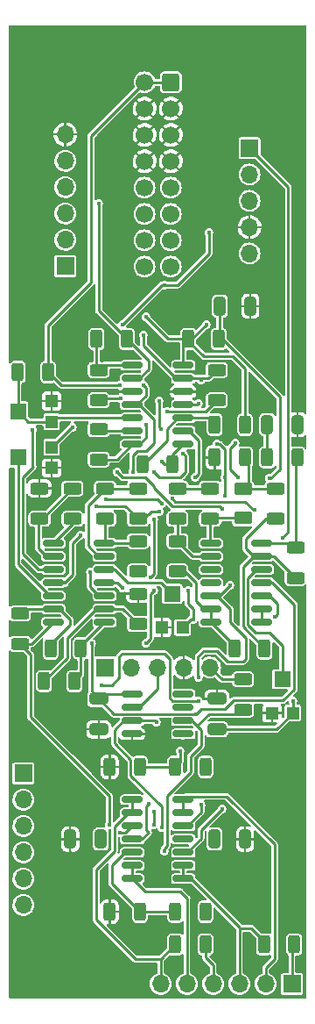
<source format=gbr>
%TF.GenerationSoftware,KiCad,Pcbnew,6.0.4-6f826c9f35~116~ubuntu21.10.1*%
%TF.CreationDate,2022-06-29T09:01:03+02:00*%
%TF.ProjectId,mHz_oscillator,6d487a5f-6f73-4636-996c-6c61746f722e,rev?*%
%TF.SameCoordinates,Original*%
%TF.FileFunction,Copper,L2,Bot*%
%TF.FilePolarity,Positive*%
%FSLAX46Y46*%
G04 Gerber Fmt 4.6, Leading zero omitted, Abs format (unit mm)*
G04 Created by KiCad (PCBNEW 6.0.4-6f826c9f35~116~ubuntu21.10.1) date 2022-06-29 09:01:03*
%MOMM*%
%LPD*%
G01*
G04 APERTURE LIST*
G04 Aperture macros list*
%AMRoundRect*
0 Rectangle with rounded corners*
0 $1 Rounding radius*
0 $2 $3 $4 $5 $6 $7 $8 $9 X,Y pos of 4 corners*
0 Add a 4 corners polygon primitive as box body*
4,1,4,$2,$3,$4,$5,$6,$7,$8,$9,$2,$3,0*
0 Add four circle primitives for the rounded corners*
1,1,$1+$1,$2,$3*
1,1,$1+$1,$4,$5*
1,1,$1+$1,$6,$7*
1,1,$1+$1,$8,$9*
0 Add four rect primitives between the rounded corners*
20,1,$1+$1,$2,$3,$4,$5,0*
20,1,$1+$1,$4,$5,$6,$7,0*
20,1,$1+$1,$6,$7,$8,$9,0*
20,1,$1+$1,$8,$9,$2,$3,0*%
G04 Aperture macros list end*
%TA.AperFunction,SMDPad,CuDef*%
%ADD10RoundRect,0.250000X0.312500X0.625000X-0.312500X0.625000X-0.312500X-0.625000X0.312500X-0.625000X0*%
%TD*%
%TA.AperFunction,SMDPad,CuDef*%
%ADD11RoundRect,0.250000X0.625000X-0.312500X0.625000X0.312500X-0.625000X0.312500X-0.625000X-0.312500X0*%
%TD*%
%TA.AperFunction,SMDPad,CuDef*%
%ADD12R,1.200000X1.200000*%
%TD*%
%TA.AperFunction,SMDPad,CuDef*%
%ADD13R,1.500000X1.600000*%
%TD*%
%TA.AperFunction,SMDPad,CuDef*%
%ADD14RoundRect,0.150000X-0.825000X-0.150000X0.825000X-0.150000X0.825000X0.150000X-0.825000X0.150000X0*%
%TD*%
%TA.AperFunction,ComponentPad*%
%ADD15R,1.700000X1.700000*%
%TD*%
%TA.AperFunction,ComponentPad*%
%ADD16O,1.700000X1.700000*%
%TD*%
%TA.AperFunction,SMDPad,CuDef*%
%ADD17RoundRect,0.250000X-0.312500X-0.625000X0.312500X-0.625000X0.312500X0.625000X-0.312500X0.625000X0*%
%TD*%
%TA.AperFunction,SMDPad,CuDef*%
%ADD18RoundRect,0.250000X0.325000X0.650000X-0.325000X0.650000X-0.325000X-0.650000X0.325000X-0.650000X0*%
%TD*%
%TA.AperFunction,SMDPad,CuDef*%
%ADD19RoundRect,0.250000X-0.625000X0.375000X-0.625000X-0.375000X0.625000X-0.375000X0.625000X0.375000X0*%
%TD*%
%TA.AperFunction,SMDPad,CuDef*%
%ADD20RoundRect,0.250000X-0.625000X0.312500X-0.625000X-0.312500X0.625000X-0.312500X0.625000X0.312500X0*%
%TD*%
%TA.AperFunction,SMDPad,CuDef*%
%ADD21R,1.600000X1.500000*%
%TD*%
%TA.AperFunction,SMDPad,CuDef*%
%ADD22RoundRect,0.250000X-0.650000X0.325000X-0.650000X-0.325000X0.650000X-0.325000X0.650000X0.325000X0*%
%TD*%
%TA.AperFunction,SMDPad,CuDef*%
%ADD23RoundRect,0.150000X0.825000X0.150000X-0.825000X0.150000X-0.825000X-0.150000X0.825000X-0.150000X0*%
%TD*%
%TA.AperFunction,ComponentPad*%
%ADD24RoundRect,0.250000X0.600000X0.600000X-0.600000X0.600000X-0.600000X-0.600000X0.600000X-0.600000X0*%
%TD*%
%TA.AperFunction,ComponentPad*%
%ADD25C,1.700000*%
%TD*%
%TA.AperFunction,ViaPad*%
%ADD26C,0.400000*%
%TD*%
%TA.AperFunction,Conductor*%
%ADD27C,0.250000*%
%TD*%
G04 APERTURE END LIST*
D10*
%TO.P,R35,1*%
%TO.N,Net-(R35-Pad1)*%
X50357500Y24130000D03*
%TO.P,R35,2*%
%TO.N,Net-(R35-Pad2)*%
X47432500Y24130000D03*
%TD*%
D11*
%TO.P,R41,1*%
%TO.N,Net-(R35-Pad1)*%
X51435000Y36637500D03*
%TO.P,R41,2*%
%TO.N,Net-(D5-Pad1)*%
X51435000Y39562500D03*
%TD*%
%TO.P,R3,1*%
%TO.N,Net-(C1-Pad2)*%
X31750000Y36637500D03*
%TO.P,R3,2*%
%TO.N,Net-(R3-Pad2)*%
X31750000Y39562500D03*
%TD*%
%TO.P,R50,1*%
%TO.N,Net-(D6-Pad1)*%
X38100000Y31557500D03*
%TO.P,R50,2*%
%TO.N,Net-(R46-Pad1)*%
X38100000Y34482500D03*
%TD*%
%TO.P,R6,1*%
%TO.N,Net-(R3-Pad2)*%
X28575000Y36637500D03*
%TO.P,R6,2*%
%TO.N,GND*%
X28575000Y39562500D03*
%TD*%
D12*
%TO.P,RV5,1,1*%
%TO.N,+12V*%
X29740000Y43545000D03*
D13*
%TO.P,RV5,2,2*%
%TO.N,Net-(RV5-Pad2)*%
X26490000Y42545000D03*
D12*
%TO.P,RV5,3,3*%
%TO.N,GND*%
X29740000Y41545000D03*
%TD*%
D14*
%TO.P,U5,1*%
%TO.N,/main_pcb/Sine_LEDCathode*%
X37530000Y1905000D03*
%TO.P,U5,2,-*%
X37530000Y3175000D03*
%TO.P,U5,3,+*%
%TO.N,Net-(R33-Pad1)*%
X37530000Y4445000D03*
%TO.P,U5,4,V+*%
%TO.N,+12V*%
X37530000Y5715000D03*
%TO.P,U5,5,+*%
%TO.N,SIN_OUT*%
X37530000Y6985000D03*
%TO.P,U5,6,-*%
%TO.N,/main_pcb/Sine*%
X37530000Y8255000D03*
%TO.P,U5,7*%
X37530000Y9525000D03*
%TO.P,U5,8*%
%TO.N,/main_pcb/Triangle_LEDCathode*%
X42480000Y9525000D03*
%TO.P,U5,9,-*%
X42480000Y8255000D03*
%TO.P,U5,10,+*%
%TO.N,Net-(R19-Pad1)*%
X42480000Y6985000D03*
%TO.P,U5,11,V-*%
%TO.N,-12V*%
X42480000Y5715000D03*
%TO.P,U5,12,+*%
%TO.N,TRI_OUT*%
X42480000Y4445000D03*
%TO.P,U5,13,-*%
%TO.N,/main_pcb/Triangle*%
X42480000Y3175000D03*
%TO.P,U5,14*%
X42480000Y1905000D03*
%TD*%
D15*
%TO.P,J6,1,Pin_1*%
%TO.N,/main_pcb/Freq_Switch_Output*%
X31065000Y61010000D03*
D16*
%TO.P,J6,2,Pin_2*%
%TO.N,/main_pcb/Freq_High*%
X31065000Y63550000D03*
%TO.P,J6,3,Pin_3*%
%TO.N,/main_pcb/Freq_Low*%
X31065000Y66090000D03*
%TO.P,J6,4,Pin_4*%
%TO.N,/main_pcb/SMTS_OneShot*%
X31065000Y68630000D03*
%TO.P,J6,5,Pin_5*%
%TO.N,/main_pcb/SMTS_Output*%
X31065000Y71170000D03*
%TO.P,J6,6,Pin_6*%
%TO.N,GND*%
X31065000Y73710000D03*
%TD*%
D15*
%TO.P,J10,1,Pin_1*%
%TO.N,/main_pcb/CV_in*%
X48895000Y72385000D03*
D16*
%TO.P,J10,2,Pin_2*%
%TO.N,/main_pcb/Trigger_input*%
X48895000Y69845000D03*
%TO.P,J10,3,Pin_3*%
%TO.N,/main_pcb/Freq_Wiper*%
X48895000Y67305000D03*
%TO.P,J10,4,Pin_4*%
%TO.N,GND*%
X48895000Y64765000D03*
%TO.P,J10,5,Pin_5*%
%TO.N,/main_pcb/Freq_CW*%
X48895000Y62225000D03*
%TD*%
D15*
%TO.P,J4,1,Pin_1*%
%TO.N,/main_pcb/Saw_LEDAnode*%
X27012500Y12065000D03*
D16*
%TO.P,J4,2,Pin_2*%
%TO.N,/main_pcb/Saw_LEDCathode*%
X27012500Y9525000D03*
%TO.P,J4,3,Pin_3*%
%TO.N,/main_pcb/Saw*%
X27012500Y6985000D03*
%TO.P,J4,4,Pin_4*%
%TO.N,/main_pcb/Square_LEDAnode*%
X27012500Y4445000D03*
%TO.P,J4,5,Pin_5*%
%TO.N,/main_pcb/Square_LEDCathode*%
X27012500Y1905000D03*
%TO.P,J4,6,Pin_6*%
%TO.N,/main_pcb/Square*%
X27012500Y-635000D03*
%TD*%
D15*
%TO.P,J8,1,Pin_1*%
%TO.N,/main_pcb/PushButton_1*%
X34930000Y22275000D03*
D16*
%TO.P,J8,2,Pin_2*%
%TO.N,+12V*%
X37470000Y22275000D03*
%TO.P,J8,3,Pin_3*%
%TO.N,/main_pcb/PWM_Wiper*%
X40010000Y22275000D03*
%TO.P,J8,4,Pin_4*%
%TO.N,GND*%
X42550000Y22275000D03*
%TO.P,J8,5,Pin_5*%
%TO.N,+5V*%
X45090000Y22275000D03*
%TD*%
D15*
%TO.P,J2,1,Pin_1*%
%TO.N,/main_pcb/Triangle_LEDAnode*%
X52997500Y-8255000D03*
D16*
%TO.P,J2,2,Pin_2*%
%TO.N,/main_pcb/Triangle_LEDCathode*%
X50457500Y-8255000D03*
%TO.P,J2,3,Pin_3*%
%TO.N,/main_pcb/Triangle*%
X47917500Y-8255000D03*
%TO.P,J2,4,Pin_4*%
%TO.N,/main_pcb/Sine_LEDAnode*%
X45377500Y-8255000D03*
%TO.P,J2,5,Pin_5*%
%TO.N,/main_pcb/Sine_LEDCathode*%
X42837500Y-8255000D03*
%TO.P,J2,6,Pin_6*%
%TO.N,/main_pcb/Sine*%
X40297500Y-8255000D03*
%TD*%
D17*
%TO.P,R19,1*%
%TO.N,Net-(R19-Pad1)*%
X41717500Y12700000D03*
%TO.P,R19,2*%
%TO.N,-12V*%
X44642500Y12700000D03*
%TD*%
D11*
%TO.P,R52,1*%
%TO.N,TRI_OUT*%
X38100000Y36637500D03*
%TO.P,R52,2*%
%TO.N,Net-(R46-Pad2)*%
X38100000Y39562500D03*
%TD*%
D17*
%TO.P,R34,1*%
%TO.N,GND*%
X35367500Y-1270000D03*
%TO.P,R34,2*%
%TO.N,Net-(R33-Pad1)*%
X38292500Y-1270000D03*
%TD*%
D11*
%TO.P,R49,1*%
%TO.N,SIN_OUT*%
X26670000Y24572500D03*
%TO.P,R49,2*%
%TO.N,Net-(R48-Pad1)*%
X26670000Y27497500D03*
%TD*%
D18*
%TO.P,C14,1*%
%TO.N,GND*%
X48465000Y5715000D03*
%TO.P,C14,2*%
%TO.N,-12V*%
X45515000Y5715000D03*
%TD*%
D17*
%TO.P,R23,1*%
%TO.N,GND*%
X35367500Y12700000D03*
%TO.P,R23,2*%
%TO.N,Net-(R19-Pad1)*%
X38292500Y12700000D03*
%TD*%
%TO.P,R33,1*%
%TO.N,Net-(R33-Pad1)*%
X41717500Y-1270000D03*
%TO.P,R33,2*%
%TO.N,-12V*%
X44642500Y-1270000D03*
%TD*%
D14*
%TO.P,U7,1,GND*%
%TO.N,GND*%
X37530000Y15875000D03*
%TO.P,U7,2,+*%
%TO.N,SAW_CORE*%
X37530000Y17145000D03*
%TO.P,U7,3,-*%
%TO.N,/main_pcb/PWM_Wiper*%
X37530000Y18415000D03*
%TO.P,U7,4,V-*%
%TO.N,-12V*%
X37530000Y19685000D03*
%TO.P,U7,5,BAL*%
%TO.N,unconnected-(U7-Pad5)*%
X42480000Y19685000D03*
%TO.P,U7,6,STRB*%
%TO.N,unconnected-(U7-Pad6)*%
X42480000Y18415000D03*
%TO.P,U7,7*%
%TO.N,PWM_OUT*%
X42480000Y17145000D03*
%TO.P,U7,8,V+*%
%TO.N,+12V*%
X42480000Y15875000D03*
%TD*%
D11*
%TO.P,R37,1*%
%TO.N,Net-(D5-Pad2)*%
X45085000Y36637500D03*
%TO.P,R37,2*%
%TO.N,Net-(R36-Pad1)*%
X45085000Y39562500D03*
%TD*%
D10*
%TO.P,R47,1*%
%TO.N,Net-(R47-Pad1)*%
X31942500Y20955000D03*
%TO.P,R47,2*%
%TO.N,Net-(R47-Pad2)*%
X29017500Y20955000D03*
%TD*%
%TO.P,R32,1*%
%TO.N,/main_pcb/Sine_LEDAnode*%
X44642500Y-4445000D03*
%TO.P,R32,2*%
%TO.N,/main_pcb/Sine*%
X41717500Y-4445000D03*
%TD*%
D17*
%TO.P,R48,1*%
%TO.N,Net-(R48-Pad1)*%
X29652500Y24130000D03*
%TO.P,R48,2*%
%TO.N,Net-(R47-Pad1)*%
X32577500Y24130000D03*
%TD*%
D10*
%TO.P,R24,1*%
%TO.N,Net-(R20-Pad2)*%
X41467500Y41910000D03*
%TO.P,R24,2*%
%TO.N,Net-(R24-Pad2)*%
X38542500Y41910000D03*
%TD*%
D17*
%TO.P,R28,1*%
%TO.N,Net-(R28-Pad1)*%
X26477500Y50800000D03*
%TO.P,R28,2*%
%TO.N,-12V*%
X29402500Y50800000D03*
%TD*%
D10*
%TO.P,R29,1*%
%TO.N,SAW_CORE*%
X45912500Y53975000D03*
%TO.P,R29,2*%
%TO.N,Net-(C2-Pad2)*%
X42987500Y53975000D03*
%TD*%
%TO.P,R16,1*%
%TO.N,/main_pcb/Triangle_LEDAnode*%
X53215000Y-4445000D03*
%TO.P,R16,2*%
%TO.N,/main_pcb/Triangle*%
X50290000Y-4445000D03*
%TD*%
D18*
%TO.P,C9,1*%
%TO.N,+12V*%
X34495000Y5715000D03*
%TO.P,C9,2*%
%TO.N,GND*%
X31545000Y5715000D03*
%TD*%
D19*
%TO.P,D5,1,K*%
%TO.N,Net-(D5-Pad1)*%
X48260000Y39500000D03*
%TO.P,D5,2,A*%
%TO.N,Net-(D5-Pad2)*%
X48260000Y36700000D03*
%TD*%
D20*
%TO.P,R40,1*%
%TO.N,Net-(R36-Pad2)*%
X41910000Y34482500D03*
%TO.P,R40,2*%
%TO.N,Net-(R35-Pad2)*%
X41910000Y31557500D03*
%TD*%
%TO.P,R38,1*%
%TO.N,Net-(R38-Pad1)*%
X53340000Y33847500D03*
%TO.P,R38,2*%
%TO.N,Net-(R35-Pad1)*%
X53340000Y30922500D03*
%TD*%
D12*
%TO.P,RV3,1,1*%
%TO.N,+12V*%
X53070000Y17885000D03*
D21*
%TO.P,RV3,2,2*%
%TO.N,Net-(RV3-Pad2)*%
X52070000Y21135000D03*
D12*
%TO.P,RV3,3,3*%
%TO.N,GND*%
X51070000Y17885000D03*
%TD*%
D11*
%TO.P,R46,1*%
%TO.N,Net-(R46-Pad1)*%
X34925000Y36637500D03*
%TO.P,R46,2*%
%TO.N,Net-(R46-Pad2)*%
X34925000Y39562500D03*
%TD*%
D22*
%TO.P,C6,1*%
%TO.N,-12V*%
X34290000Y19255000D03*
%TO.P,C6,2*%
%TO.N,GND*%
X34290000Y16305000D03*
%TD*%
D17*
%TO.P,R26,1*%
%TO.N,Net-(R24-Pad2)*%
X45527500Y45720000D03*
%TO.P,R26,2*%
%TO.N,Net-(C2-Pad2)*%
X48452500Y45720000D03*
%TD*%
D23*
%TO.P,U3,1*%
%TO.N,Net-(C2-Pad2)*%
X42480000Y51435000D03*
%TO.P,U3,2,-*%
%TO.N,/main_pcb/Freq_Switch_Output*%
X42480000Y50165000D03*
%TO.P,U3,3,+*%
%TO.N,GND*%
X42480000Y48895000D03*
%TO.P,U3,4,V+*%
%TO.N,+12V*%
X42480000Y47625000D03*
%TO.P,U3,5,+*%
%TO.N,Net-(R24-Pad2)*%
X42480000Y46355000D03*
%TO.P,U3,6,-*%
%TO.N,Net-(R30-Pad1)*%
X42480000Y45085000D03*
%TO.P,U3,7*%
%TO.N,Net-(R20-Pad2)*%
X42480000Y43815000D03*
%TO.P,U3,8*%
%TO.N,Net-(Q2-Pad2)*%
X37530000Y43815000D03*
%TO.P,U3,9,-*%
%TO.N,Net-(R14-Pad2)*%
X37530000Y45085000D03*
%TO.P,U3,10,+*%
%TO.N,Net-(R28-Pad1)*%
X37530000Y46355000D03*
%TO.P,U3,11,V-*%
%TO.N,-12V*%
X37530000Y47625000D03*
%TO.P,U3,12,+*%
%TO.N,GND*%
X37530000Y48895000D03*
%TO.P,U3,13,-*%
%TO.N,Net-(R5-Pad2)*%
X37530000Y50165000D03*
%TO.P,U3,14*%
%TO.N,Net-(R17-Pad1)*%
X37530000Y51435000D03*
%TD*%
D20*
%TO.P,R21,1*%
%TO.N,/main_pcb/Freq_Switch_Output*%
X45720000Y50992500D03*
%TO.P,R21,2*%
%TO.N,Net-(Q2-Pad3)*%
X45720000Y48067500D03*
%TD*%
%TO.P,R36,1*%
%TO.N,Net-(R36-Pad1)*%
X41910000Y39562500D03*
%TO.P,R36,2*%
%TO.N,Net-(R36-Pad2)*%
X41910000Y36637500D03*
%TD*%
D11*
%TO.P,R15,1*%
%TO.N,Net-(Q2-Pad2)*%
X34290000Y42352500D03*
%TO.P,R15,2*%
%TO.N,Net-(R14-Pad2)*%
X34290000Y45277500D03*
%TD*%
D12*
%TO.P,RV4,1,1*%
%TO.N,+12V*%
X42402000Y26140000D03*
D21*
%TO.P,RV4,2,2*%
%TO.N,Net-(RV4-Pad2)*%
X41402000Y29390000D03*
D12*
%TO.P,RV4,3,3*%
%TO.N,GND*%
X40402000Y26140000D03*
%TD*%
D20*
%TO.P,R51,1*%
%TO.N,GND*%
X38100000Y29402500D03*
%TO.P,R51,2*%
%TO.N,Net-(R47-Pad2)*%
X38100000Y26477500D03*
%TD*%
%TO.P,R27,1*%
%TO.N,+5V*%
X48260000Y21147500D03*
%TO.P,R27,2*%
%TO.N,PWM_OUT*%
X48260000Y18222500D03*
%TD*%
D10*
%TO.P,R43,1*%
%TO.N,Net-(D5-Pad1)*%
X48452500Y42545000D03*
%TO.P,R43,2*%
%TO.N,GND*%
X45527500Y42545000D03*
%TD*%
D17*
%TO.P,R39,1*%
%TO.N,TRI_OUT*%
X50607500Y42545000D03*
%TO.P,R39,2*%
%TO.N,Net-(R38-Pad1)*%
X53532500Y42545000D03*
%TD*%
D18*
%TO.P,C11,1*%
%TO.N,GND*%
X53545000Y45720000D03*
%TO.P,C11,2*%
%TO.N,TRI_OUT*%
X50595000Y45720000D03*
%TD*%
D24*
%TO.P,J11,1,Pin_1*%
%TO.N,-12V*%
X41275000Y78740000D03*
D25*
%TO.P,J11,2,Pin_2*%
X38735000Y78740000D03*
%TO.P,J11,3,Pin_3*%
%TO.N,GND*%
X41275000Y76200000D03*
%TO.P,J11,4,Pin_4*%
X38735000Y76200000D03*
%TO.P,J11,5,Pin_5*%
X41275000Y73660000D03*
%TO.P,J11,6,Pin_6*%
X38735000Y73660000D03*
%TO.P,J11,7,Pin_7*%
X41275000Y71120000D03*
%TO.P,J11,8,Pin_8*%
X38735000Y71120000D03*
%TO.P,J11,9,Pin_9*%
%TO.N,+12V*%
X41275000Y68580000D03*
%TO.P,J11,10,Pin_10*%
X38735000Y68580000D03*
%TO.P,J11,11,Pin_11*%
%TO.N,+5V*%
X41275000Y66040000D03*
%TO.P,J11,12,Pin_12*%
X38735000Y66040000D03*
%TO.P,J11,13,Pin_13*%
%TO.N,unconnected-(J11-Pad13)*%
X41275000Y63500000D03*
%TO.P,J11,14,Pin_14*%
%TO.N,unconnected-(J11-Pad14)*%
X38735000Y63500000D03*
%TO.P,J11,15,Pin_15*%
%TO.N,unconnected-(J11-Pad15)*%
X41275000Y60960000D03*
%TO.P,J11,16,Pin_16*%
%TO.N,unconnected-(J11-Pad16)*%
X38735000Y60960000D03*
%TD*%
D12*
%TO.P,RV1,1,1*%
%TO.N,GND*%
X29740000Y47990000D03*
D13*
%TO.P,RV1,2,2*%
%TO.N,Net-(R28-Pad1)*%
X26490000Y46990000D03*
D12*
%TO.P,RV1,3,3*%
X29740000Y45990000D03*
%TD*%
D23*
%TO.P,U8,1*%
%TO.N,Net-(R46-Pad1)*%
X34860000Y34290000D03*
%TO.P,U8,2,-*%
%TO.N,Net-(R46-Pad2)*%
X34860000Y33020000D03*
%TO.P,U8,3,+*%
%TO.N,Net-(RV4-Pad2)*%
X34860000Y31750000D03*
%TO.P,U8,4,V+*%
%TO.N,+12V*%
X34860000Y30480000D03*
%TO.P,U8,5,+*%
%TO.N,Net-(D6-Pad1)*%
X34860000Y29210000D03*
%TO.P,U8,6,-*%
%TO.N,Net-(R47-Pad2)*%
X34860000Y27940000D03*
%TO.P,U8,7*%
%TO.N,Net-(R47-Pad1)*%
X34860000Y26670000D03*
%TO.P,U8,8*%
%TO.N,SIN_OUT*%
X29910000Y26670000D03*
%TO.P,U8,9,-*%
%TO.N,Net-(R48-Pad1)*%
X29910000Y27940000D03*
%TO.P,U8,10,+*%
%TO.N,Net-(RV5-Pad2)*%
X29910000Y29210000D03*
%TO.P,U8,11,V-*%
%TO.N,-12V*%
X29910000Y30480000D03*
%TO.P,U8,12,+*%
%TO.N,Net-(D1-Pad1)*%
X29910000Y31750000D03*
%TO.P,U8,13,-*%
%TO.N,Net-(R3-Pad2)*%
X29910000Y33020000D03*
%TO.P,U8,14*%
%TO.N,Net-(C1-Pad2)*%
X29910000Y34290000D03*
%TD*%
D22*
%TO.P,C4,1*%
%TO.N,GND*%
X45720000Y19255000D03*
%TO.P,C4,2*%
%TO.N,+12V*%
X45720000Y16305000D03*
%TD*%
D10*
%TO.P,R9,1*%
%TO.N,Net-(R5-Pad2)*%
X37022500Y53975000D03*
%TO.P,R9,2*%
%TO.N,Net-(R17-Pad1)*%
X34097500Y53975000D03*
%TD*%
D20*
%TO.P,R17,1*%
%TO.N,Net-(R17-Pad1)*%
X34290000Y50992500D03*
%TO.P,R17,2*%
%TO.N,Net-(Q2-Pad1)*%
X34290000Y48067500D03*
%TD*%
D18*
%TO.P,C5,1*%
%TO.N,GND*%
X48973000Y57150000D03*
%TO.P,C5,2*%
%TO.N,SAW_CORE*%
X46023000Y57150000D03*
%TD*%
D14*
%TO.P,U6,1*%
%TO.N,Net-(R35-Pad2)*%
X45150000Y26670000D03*
%TO.P,U6,2,-*%
X45150000Y27940000D03*
%TO.P,U6,3,+*%
%TO.N,SAW_CORE*%
X45150000Y29210000D03*
%TO.P,U6,4,V+*%
%TO.N,+12V*%
X45150000Y30480000D03*
%TO.P,U6,5,+*%
%TO.N,Net-(RV2-Pad2)*%
X45150000Y31750000D03*
%TO.P,U6,6,-*%
%TO.N,Net-(R36-Pad2)*%
X45150000Y33020000D03*
%TO.P,U6,7*%
%TO.N,Net-(D5-Pad2)*%
X45150000Y34290000D03*
%TO.P,U6,8*%
%TO.N,Net-(R38-Pad1)*%
X50100000Y34290000D03*
%TO.P,U6,9,-*%
%TO.N,Net-(R35-Pad1)*%
X50100000Y33020000D03*
%TO.P,U6,10,+*%
%TO.N,Net-(RV3-Pad2)*%
X50100000Y31750000D03*
%TO.P,U6,11,V-*%
%TO.N,-12V*%
X50100000Y30480000D03*
%TO.P,U6,12,+*%
%TO.N,/main_pcb/CV_in*%
X50100000Y29210000D03*
%TO.P,U6,13,-*%
%TO.N,Net-(R14-Pad1)*%
X50100000Y27940000D03*
%TO.P,U6,14*%
X50100000Y26670000D03*
%TD*%
D26*
%TO.N,Net-(C2-Pad2)*%
X38862000Y56134000D03*
X44704000Y55372000D03*
%TO.N,GND*%
X35814000Y56896000D03*
X37592000Y28194000D03*
X32258000Y41402000D03*
X49276000Y17272000D03*
X47498000Y33020000D03*
X27178000Y25908000D03*
X40894000Y48768000D03*
X32258000Y17272000D03*
X47498000Y20066000D03*
X26162000Y31242000D03*
X53594000Y29210000D03*
X36068000Y24892000D03*
X39052500Y-4762500D03*
X36576000Y36322000D03*
X36322000Y40132000D03*
X43434000Y33782000D03*
X33020000Y54610000D03*
X36576000Y66548000D03*
X40132000Y14478000D03*
X47498000Y49022000D03*
X40640000Y35814000D03*
%TO.N,+12V*%
X42926000Y29718000D03*
X44958000Y64262000D03*
X42418000Y26162000D03*
X46482000Y40640000D03*
X53086000Y19050000D03*
X45720000Y43819500D03*
X43434000Y26924000D03*
X40640000Y59182000D03*
X46482000Y38845500D03*
X45212000Y30480000D03*
X31750000Y45466000D03*
X43942000Y47752000D03*
X36576000Y29972000D03*
X36576000Y55372000D03*
X37530000Y5715000D03*
X42418000Y15748000D03*
X34544000Y5588000D03*
%TO.N,SAW_CORE*%
X50784747Y40524009D03*
X43942000Y21336000D03*
X46990000Y30226000D03*
X40369500Y6858000D03*
X39878000Y17018000D03*
%TO.N,-12V*%
X33606691Y24584089D03*
X38613313Y49530000D03*
X32512000Y35052000D03*
X45515000Y5715000D03*
X42480000Y5715000D03*
X44642500Y12700000D03*
X37591775Y41164500D03*
X44642500Y-1270000D03*
X43688000Y17780000D03*
X30988000Y30480000D03*
X36338500Y49530000D03*
X49951872Y30393872D03*
%TO.N,TRI_OUT*%
X46228000Y8636000D03*
X50546000Y42418000D03*
X40148500Y37338000D03*
X34036000Y37846000D03*
X43942000Y19050000D03*
X34544000Y20574000D03*
%TO.N,Net-(D1-Pad1)*%
X27900500Y45212000D03*
%TO.N,Net-(D2-Pad1)*%
X47752000Y40640000D03*
X47498000Y43942000D03*
%TO.N,Net-(D6-Pad1)*%
X38100000Y31750000D03*
X33496708Y31489581D03*
%TO.N,+5V*%
X38862000Y24638000D03*
X42446440Y42942500D03*
X39624000Y29718000D03*
X39328333Y31004500D03*
X39624000Y36576000D03*
X39624000Y41148000D03*
X40302586Y45295414D03*
X40132000Y48006000D03*
%TO.N,Net-(Q2-Pad1)*%
X36437081Y48254761D03*
%TO.N,Net-(Q2-Pad2)*%
X38862000Y45720000D03*
%TO.N,Net-(Q2-Pad3)*%
X40894000Y46990000D03*
%TO.N,Net-(R4-Pad1)*%
X39624000Y7105980D03*
X39624000Y8382000D03*
%TO.N,Net-(R5-Pad2)*%
X34290000Y67056000D03*
%TO.N,Net-(R7-Pad2)*%
X49410143Y37457199D03*
X41402000Y38600500D03*
X35000679Y38474935D03*
X40386000Y38100000D03*
%TO.N,Net-(R14-Pad1)*%
X50038000Y26670000D03*
%TO.N,Net-(R14-Pad2)*%
X46244500Y37592000D03*
X36068000Y41148000D03*
X37592913Y45089452D03*
%TO.N,Net-(R19-Pad1)*%
X42164000Y14224000D03*
X44196000Y9025500D03*
%TO.N,Net-(R20-Pad2)*%
X40386000Y42164000D03*
%TO.N,PWM_OUT*%
X40640000Y4572000D03*
%TO.N,Net-(R30-Pad1)*%
X43622500Y40640000D03*
%TO.N,SIN_OUT*%
X35306000Y7105980D03*
X36338500Y6350000D03*
%TO.N,/main_pcb/Freq_Switch_Output*%
X38608000Y54356000D03*
X44196000Y50038000D03*
%TO.N,/main_pcb/CV_in*%
X51326436Y27195233D03*
X52070000Y34814500D03*
%TO.N,Net-(RV2-Pad2)*%
X45212000Y31750000D03*
%TO.N,Net-(C1-Pad2)*%
X29972000Y34290000D03*
%TO.N,+12V*%
X39116000Y9144000D03*
X45720000Y16256000D03*
%TD*%
D27*
%TO.N,Net-(C1-Pad2)*%
X29972000Y34290000D02*
X29910000Y34290000D01*
X31750000Y36130000D02*
X31750000Y36637500D01*
X29910000Y34290000D02*
X31750000Y36130000D01*
%TO.N,Net-(C2-Pad2)*%
X42480000Y53467500D02*
X42987500Y53975000D01*
X42987500Y53975000D02*
X43307000Y53975000D01*
X47244000Y52324000D02*
X44450000Y52324000D01*
X48452500Y51115500D02*
X47244000Y52324000D01*
X38862000Y56134000D02*
X41021000Y53975000D01*
X43307000Y53975000D02*
X44704000Y55372000D01*
X42987500Y53786500D02*
X42987500Y53975000D01*
X41021000Y53975000D02*
X42987500Y53975000D01*
X44450000Y52324000D02*
X42987500Y53786500D01*
X42480000Y51435000D02*
X42480000Y53467500D01*
X48452500Y45720000D02*
X48452500Y51115500D01*
%TO.N,TRI_OUT*%
X36891500Y37846000D02*
X38100000Y36637500D01*
X39624000Y37338000D02*
X40132000Y37338000D01*
X38100000Y36637500D02*
X38669500Y36637500D01*
X39370000Y37338000D02*
X39624000Y37338000D01*
%TO.N,PWM_OUT*%
X40894000Y5080000D02*
X40640000Y4826000D01*
X43307000Y17145000D02*
X42480000Y17145000D01*
X47827980Y17790480D02*
X44968480Y17790480D01*
X43815000Y16637000D02*
X43307000Y17145000D01*
X43180000Y12192000D02*
X43180000Y13716000D01*
X40894000Y9906000D02*
X43180000Y12192000D01*
X40640000Y4826000D02*
X40640000Y4572000D01*
%TO.N,Net-(R28-Pad1)*%
X30105000Y46355000D02*
X29740000Y45990000D01*
X27490000Y45990000D02*
X26490000Y46990000D01*
X29740000Y45990000D02*
X27490000Y45990000D01*
X37530000Y46355000D02*
X30105000Y46355000D01*
%TO.N,Net-(R47-Pad1)*%
X32577500Y24387500D02*
X34860000Y26670000D01*
%TO.N,Net-(R47-Pad2)*%
X38100000Y26477500D02*
X36637500Y27940000D01*
X34036000Y27940000D02*
X31242000Y25146000D01*
X34860000Y27940000D02*
X34036000Y27940000D01*
X31242000Y23179500D02*
X29017500Y20955000D01*
X36637500Y27940000D02*
X34860000Y27940000D01*
X31242000Y25146000D02*
X31242000Y23179500D01*
%TO.N,Net-(R48-Pad1)*%
X27112500Y27940000D02*
X26670000Y27497500D01*
X29652500Y24572500D02*
X31496000Y26416000D01*
X29652500Y24130000D02*
X29652500Y24572500D01*
X31496000Y26939018D02*
X30495018Y27940000D01*
X30495018Y27940000D02*
X29910000Y27940000D01*
%TO.N,+12V*%
X34860000Y30480000D02*
X36068000Y30480000D01*
X42926000Y28448000D02*
X42926000Y29718000D01*
X40640000Y59182000D02*
X41402000Y59182000D01*
X38862000Y8382000D02*
X38862000Y8890000D01*
X46482000Y40640000D02*
X46482000Y43340493D01*
X38481000Y5715000D02*
X39116000Y6350000D01*
X53070000Y17885000D02*
X53070000Y19034000D01*
X53070000Y19034000D02*
X53086000Y19050000D01*
X31661000Y45466000D02*
X31750000Y45466000D01*
X34495000Y5637000D02*
X34544000Y5588000D01*
X37530000Y5715000D02*
X38481000Y5715000D01*
X36576000Y55372000D02*
X40386000Y59182000D01*
X41402000Y59182000D02*
X41910000Y59182000D01*
X46482000Y38845500D02*
X46482000Y40640000D01*
X42480000Y47625000D02*
X43815000Y47625000D01*
X29740000Y43545000D02*
X31661000Y45466000D01*
X41910000Y59182000D02*
X44958000Y62230000D01*
X43434000Y27940000D02*
X42926000Y28448000D01*
X38862000Y6604000D02*
X38862000Y8382000D01*
X42418000Y15813000D02*
X42480000Y15875000D01*
X42418000Y15748000D02*
X42418000Y15813000D01*
X40386000Y59182000D02*
X41402000Y59182000D01*
X43180000Y26924000D02*
X42418000Y26162000D01*
X45150000Y30480000D02*
X45212000Y30480000D01*
X38862000Y8890000D02*
X39116000Y9144000D01*
X42418000Y26162000D02*
X42418000Y26156000D01*
X45720000Y16305000D02*
X51490000Y16305000D01*
X44958000Y62230000D02*
X44958000Y64262000D01*
X51490000Y16305000D02*
X53070000Y17885000D01*
X46002993Y43819500D02*
X45720000Y43819500D01*
X43815000Y47625000D02*
X43942000Y47752000D01*
X36068000Y30480000D02*
X36576000Y29972000D01*
X43434000Y26924000D02*
X43180000Y26924000D01*
X39116000Y6350000D02*
X38862000Y6604000D01*
X34495000Y5715000D02*
X34495000Y5637000D01*
X43434000Y26924000D02*
X43434000Y27940000D01*
X42418000Y26156000D02*
X42402000Y26140000D01*
X46482000Y43340493D02*
X46002993Y43819500D01*
%TO.N,SAW_CORE*%
X40369500Y6858000D02*
X40386000Y6874500D01*
X37405480Y11837027D02*
X37405480Y13394520D01*
X45720000Y23876000D02*
X46736000Y22860000D01*
X45974000Y29210000D02*
X46990000Y30226000D01*
X35814000Y14986000D02*
X35814000Y16256000D01*
X46736000Y22860000D02*
X48260000Y22860000D01*
X46990000Y27940000D02*
X45720000Y29210000D01*
X39751000Y17145000D02*
X39878000Y17018000D01*
X44450000Y23876000D02*
X45720000Y23876000D01*
X45150000Y29210000D02*
X45974000Y29210000D01*
X51816000Y48387717D02*
X46228717Y53975000D01*
X43942000Y21336000D02*
X43915489Y21362511D01*
X45720000Y29210000D02*
X45150000Y29210000D01*
X40386000Y8856507D02*
X37405480Y11837027D01*
X48260000Y22860000D02*
X48514000Y23114000D01*
X36703000Y17145000D02*
X37530000Y17145000D01*
X37405480Y13394520D02*
X35814000Y14986000D01*
X46023000Y57150000D02*
X46023000Y54085500D01*
X43915489Y23341489D02*
X44450000Y23876000D01*
X50938009Y40524009D02*
X51816000Y41402000D01*
X48514000Y25098516D02*
X46990000Y26622516D01*
X40386000Y6874500D02*
X40386000Y8856507D01*
X48514000Y23114000D02*
X48514000Y25098516D01*
X35814000Y16256000D02*
X36703000Y17145000D01*
X50784747Y40524009D02*
X50938009Y40524009D01*
X46228717Y53975000D02*
X45912500Y53975000D01*
X37530000Y17145000D02*
X39751000Y17145000D01*
X43915489Y21362511D02*
X43915489Y23341489D01*
X46990000Y26622516D02*
X46990000Y27940000D01*
X46023000Y54085500D02*
X45912500Y53975000D01*
X51816000Y41402000D02*
X51816000Y48387717D01*
%TO.N,-12V*%
X33528000Y59436000D02*
X33528000Y73533000D01*
X34290000Y19255000D02*
X34720000Y19685000D01*
X29402500Y55310500D02*
X33528000Y59436000D01*
X47362013Y19109520D02*
X46540493Y18288000D01*
X35754520Y17790480D02*
X34290000Y19255000D01*
X33606691Y19938309D02*
X33606691Y24584089D01*
X37591775Y41164500D02*
X37591775Y42709268D01*
X38227000Y47625000D02*
X37530000Y47625000D01*
X44196000Y18288000D02*
X43688000Y17780000D01*
X50100000Y30480000D02*
X51054000Y30480000D01*
X29402500Y50800000D02*
X29402500Y55310500D01*
X37530000Y47625000D02*
X37973000Y47625000D01*
X39624000Y46228000D02*
X38227000Y47625000D01*
X34720000Y19685000D02*
X37530000Y19685000D01*
X31750000Y31242000D02*
X30988000Y30480000D01*
X31750000Y34290000D02*
X31750000Y31242000D01*
X51054000Y30480000D02*
X53194511Y28339489D01*
X50013872Y30393872D02*
X50100000Y30480000D01*
X39624000Y43942000D02*
X39624000Y46228000D01*
X43688000Y17780000D02*
X43677520Y17790480D01*
X38862000Y49281313D02*
X38613313Y49530000D01*
X38862000Y43180000D02*
X39624000Y43942000D01*
X43677520Y17790480D02*
X35754520Y17790480D01*
X52129520Y19109520D02*
X47362013Y19109520D01*
X38735000Y78740000D02*
X41275000Y78740000D01*
X30988000Y30480000D02*
X29910000Y30480000D01*
X53194511Y20174511D02*
X52129520Y19109520D01*
X33528000Y73533000D02*
X38735000Y78740000D01*
X34290000Y19255000D02*
X33606691Y19938309D01*
X49951872Y30393872D02*
X50013872Y30393872D01*
X30672500Y49530000D02*
X36338500Y49530000D01*
X37591775Y42709268D02*
X38062507Y43180000D01*
X38862000Y48514000D02*
X38862000Y49281313D01*
X46540493Y18288000D02*
X44196000Y18288000D01*
X32512000Y35052000D02*
X31750000Y34290000D01*
X29402500Y50800000D02*
X30672500Y49530000D01*
X53194511Y28339489D02*
X53194511Y20174511D01*
X37973000Y47625000D02*
X38862000Y48514000D01*
X38062507Y43180000D02*
X38862000Y43180000D01*
%TO.N,TRI_OUT*%
X34036000Y37846000D02*
X36891500Y37846000D01*
X41180480Y19338448D02*
X41180480Y20031552D01*
X41184511Y23077489D02*
X40640000Y23622000D01*
X41180480Y20031552D02*
X41184511Y20035583D01*
X36576000Y23622000D02*
X36295489Y23341489D01*
X43942000Y19050000D02*
X41468928Y19050000D01*
X40640000Y23622000D02*
X36576000Y23622000D01*
X50595000Y45720000D02*
X50595000Y42557500D01*
X42856072Y4445000D02*
X44196000Y5784928D01*
X36295489Y21309489D02*
X35560000Y20574000D01*
X44196000Y6350000D02*
X44196000Y6604000D01*
X38669500Y36637500D02*
X39116000Y37084000D01*
X50595000Y42557500D02*
X50607500Y42545000D01*
X35560000Y20574000D02*
X34544000Y20574000D01*
X44196000Y6604000D02*
X46228000Y8636000D01*
X44196000Y5784928D02*
X44196000Y6350000D01*
X40132000Y37338000D02*
X40148500Y37338000D01*
X50546000Y42418000D02*
X50546000Y42483500D01*
X50546000Y42483500D02*
X50607500Y42545000D01*
X42480000Y4445000D02*
X42856072Y4445000D01*
X41468928Y19050000D02*
X41180480Y19338448D01*
X41184511Y20035583D02*
X41184511Y23077489D01*
X39116000Y37084000D02*
X39370000Y37338000D01*
X36295489Y23341489D02*
X36295489Y21309489D01*
%TO.N,/main_pcb/Freq_Switch_Output*%
X44892500Y50165000D02*
X42480000Y50165000D01*
%TO.N,Net-(D1-Pad1)*%
X27940000Y41656000D02*
X27900500Y41695500D01*
X26939520Y33258480D02*
X26939520Y40655520D01*
X26939520Y40655520D02*
X27686000Y41402000D01*
X27900500Y41695500D02*
X27900500Y45212000D01*
X29910000Y31750000D02*
X28448000Y31750000D01*
X28448000Y31750000D02*
X26939520Y33258480D01*
X27686000Y41402000D02*
X27940000Y41656000D01*
%TO.N,Net-(D2-Pad1)*%
X46990000Y43434000D02*
X46990000Y41402000D01*
X46990000Y41402000D02*
X47752000Y40640000D01*
X47498000Y43942000D02*
X46990000Y43434000D01*
%TO.N,Net-(D5-Pad1)*%
X48260000Y39500000D02*
X48768000Y40008000D01*
X48768000Y42229500D02*
X48452500Y42545000D01*
X48768000Y40008000D02*
X48768000Y42229500D01*
X48322500Y39562500D02*
X48260000Y39500000D01*
X51435000Y39562500D02*
X48322500Y39562500D01*
%TO.N,Net-(D5-Pad2)*%
X45085000Y34355000D02*
X45150000Y34290000D01*
X45147500Y36700000D02*
X45085000Y36637500D01*
X45085000Y36637500D02*
X45085000Y34355000D01*
X48260000Y36700000D02*
X45147500Y36700000D01*
%TO.N,Net-(D6-Pad1)*%
X38100000Y31557500D02*
X38100000Y31750000D01*
X34290000Y29210000D02*
X34860000Y29210000D01*
X33496708Y31489581D02*
X33496708Y30003292D01*
X33496708Y30003292D02*
X34290000Y29210000D01*
%TO.N,+5V*%
X48260000Y21147500D02*
X46217500Y21147500D01*
X42672000Y42716940D02*
X42672000Y41129253D01*
X42672000Y41129253D02*
X42182747Y40640000D01*
X40132000Y48006000D02*
X40132000Y45466000D01*
X46217500Y21147500D02*
X45090000Y22275000D01*
X39299520Y25075520D02*
X39299520Y29393520D01*
X40132000Y40640000D02*
X39624000Y41148000D01*
X40132000Y45466000D02*
X40302586Y45295414D01*
X39624000Y31300167D02*
X39328333Y31004500D01*
X39624000Y36576000D02*
X39624000Y31300167D01*
X38862000Y24638000D02*
X39299520Y25075520D01*
X39299520Y29393520D02*
X39624000Y29718000D01*
X42446440Y42942500D02*
X42672000Y42716940D01*
X42182747Y40640000D02*
X40132000Y40640000D01*
%TO.N,Net-(Q2-Pad1)*%
X34477261Y48254761D02*
X34290000Y48067500D01*
X36437081Y48254761D02*
X34477261Y48254761D01*
%TO.N,Net-(Q2-Pad2)*%
X38862000Y44450000D02*
X38227000Y43815000D01*
X36067500Y42352500D02*
X37530000Y43815000D01*
X34290000Y42352500D02*
X36067500Y42352500D01*
X38862000Y45720000D02*
X38862000Y44450000D01*
X38227000Y43815000D02*
X37530000Y43815000D01*
%TO.N,Net-(Q2-Pad3)*%
X44642500Y46990000D02*
X45720000Y48067500D01*
X40894000Y46990000D02*
X44642500Y46990000D01*
%TO.N,Net-(R3-Pad2)*%
X28575000Y36637500D02*
X28825000Y36637500D01*
X29210000Y33020000D02*
X28448000Y33782000D01*
X28448000Y36510500D02*
X28575000Y36637500D01*
X28825000Y36637500D02*
X31750000Y39562500D01*
X28448000Y33782000D02*
X28448000Y36510500D01*
X29910000Y33020000D02*
X29210000Y33020000D01*
%TO.N,Net-(R4-Pad1)*%
X39624000Y8382000D02*
X39624000Y7105980D01*
%TO.N,Net-(R5-Pad2)*%
X34290000Y56707500D02*
X34290000Y67056000D01*
X38227000Y50165000D02*
X39116000Y51054000D01*
X39116000Y51054000D02*
X39116000Y51881500D01*
X39116000Y51881500D02*
X37022500Y53975000D01*
X37022500Y53975000D02*
X34290000Y56707500D01*
X37530000Y50165000D02*
X38227000Y50165000D01*
%TO.N,Net-(R7-Pad2)*%
X35000679Y38474935D02*
X40011065Y38474935D01*
X49315294Y37457199D02*
X49410143Y37457199D01*
X40011065Y38474935D02*
X40386000Y38100000D01*
X41706980Y38295520D02*
X48476973Y38295520D01*
X41402000Y38600500D02*
X41706980Y38295520D01*
X48476973Y38295520D02*
X49315294Y37457199D01*
%TO.N,Net-(R17-Pad1)*%
X37530000Y51435000D02*
X34732500Y51435000D01*
X34097500Y53975000D02*
X34097500Y51185000D01*
X34732500Y51435000D02*
X34290000Y50992500D01*
X34097500Y51185000D02*
X34290000Y50992500D01*
%TO.N,Net-(R14-Pad1)*%
X50100000Y27940000D02*
X50100000Y26670000D01*
X50038000Y26670000D02*
X50100000Y26670000D01*
%TO.N,Net-(R14-Pad2)*%
X41402000Y37846000D02*
X39624000Y39624000D01*
X39624000Y39788493D02*
X38772493Y40640000D01*
X36576000Y40640000D02*
X36068000Y41148000D01*
X37530000Y45085000D02*
X34482500Y45085000D01*
X34482500Y45085000D02*
X34290000Y45277500D01*
X37534452Y45089452D02*
X37530000Y45085000D01*
X38772493Y40640000D02*
X36576000Y40640000D01*
X37592913Y45089452D02*
X37534452Y45089452D01*
X46244500Y37592000D02*
X45990500Y37846000D01*
X45990500Y37846000D02*
X41402000Y37846000D01*
X39624000Y39624000D02*
X39624000Y39788493D01*
%TO.N,Net-(R19-Pad1)*%
X42856072Y6985000D02*
X44196000Y8324928D01*
X38292500Y12700000D02*
X41717500Y12700000D01*
X44196000Y8324928D02*
X44196000Y9025500D01*
X42164000Y13146500D02*
X41717500Y12700000D01*
X42480000Y6985000D02*
X42856072Y6985000D01*
X42164000Y14224000D02*
X42164000Y13146500D01*
%TO.N,Net-(R20-Pad2)*%
X41467500Y41910000D02*
X41467500Y42802500D01*
X40640000Y41910000D02*
X41467500Y41910000D01*
X41467500Y42802500D02*
X42480000Y43815000D01*
X40386000Y42164000D02*
X40640000Y41910000D01*
%TO.N,Net-(R24-Pad2)*%
X41943464Y46355000D02*
X42480000Y46355000D01*
X44892500Y46355000D02*
X45527500Y45720000D01*
X40894000Y44196000D02*
X40894000Y45305536D01*
X40894000Y45305536D02*
X41943464Y46355000D01*
X38542500Y41910000D02*
X38608000Y41910000D01*
X38608000Y41910000D02*
X40894000Y44196000D01*
X42480000Y46355000D02*
X44892500Y46355000D01*
%TO.N,PWM_OUT*%
X44196000Y16256000D02*
X43815000Y16637000D01*
X40894000Y5080000D02*
X40894000Y9906000D01*
X43180000Y13716000D02*
X44196000Y14732000D01*
X48260000Y18222500D02*
X47827980Y17790480D01*
X44968480Y17790480D02*
X43815000Y16637000D01*
X44196000Y14732000D02*
X44196000Y16256000D01*
%TO.N,Net-(R28-Pad1)*%
X26490000Y50787500D02*
X26477500Y50800000D01*
X26490000Y46990000D02*
X26490000Y50787500D01*
%TO.N,Net-(R30-Pad1)*%
X42480000Y45085000D02*
X43053000Y45085000D01*
X43942000Y40959500D02*
X43622500Y40640000D01*
X43942000Y44196000D02*
X43942000Y40959500D01*
X43053000Y45085000D02*
X43942000Y44196000D01*
%TO.N,Net-(R33-Pad1)*%
X41717500Y-1270000D02*
X38292500Y-1270000D01*
X35560000Y3175000D02*
X36830000Y4445000D01*
X36830000Y4445000D02*
X37530000Y4445000D01*
X38292500Y-1270000D02*
X35560000Y1462500D01*
X35560000Y1462500D02*
X35560000Y3175000D01*
%TO.N,Net-(R35-Pad1)*%
X48260000Y32004000D02*
X48260000Y26194750D01*
X49276000Y33020000D02*
X48260000Y32004000D01*
X50480500Y36637500D02*
X48514000Y34671000D01*
X51242500Y33020000D02*
X53340000Y30922500D01*
X48514000Y34671000D02*
X48514000Y33782000D01*
X50324750Y24130000D02*
X50357500Y24130000D01*
X50100000Y33020000D02*
X49276000Y33020000D01*
X50100000Y33020000D02*
X51242500Y33020000D01*
X48260000Y26194750D02*
X50324750Y24130000D01*
X48514000Y33782000D02*
X49276000Y33020000D01*
X51435000Y36637500D02*
X50480500Y36637500D01*
%TO.N,Net-(R35-Pad2)*%
X47432500Y24130000D02*
X47432500Y24387500D01*
X44450000Y27940000D02*
X43688000Y28702000D01*
X42610500Y31557500D02*
X41910000Y31557500D01*
X43688000Y28702000D02*
X43688000Y30480000D01*
X45150000Y27940000D02*
X44450000Y27940000D01*
X43688000Y30480000D02*
X42610500Y31557500D01*
X45150000Y26670000D02*
X45150000Y27940000D01*
X47432500Y24387500D02*
X45150000Y26670000D01*
%TO.N,Net-(R36-Pad1)*%
X45085000Y39562500D02*
X41910000Y39562500D01*
%TO.N,Net-(R36-Pad2)*%
X43372500Y33020000D02*
X45150000Y33020000D01*
X41910000Y34482500D02*
X43372500Y33020000D01*
X41910000Y36637500D02*
X41910000Y34482500D01*
%TO.N,Net-(R38-Pad1)*%
X53532500Y42545000D02*
X53340000Y42352500D01*
X50100000Y34290000D02*
X52897500Y34290000D01*
X53340000Y42352500D02*
X53340000Y33847500D01*
X52897500Y34290000D02*
X53340000Y33847500D01*
%TO.N,Net-(R46-Pad1)*%
X34925000Y36637500D02*
X34925000Y34355000D01*
X34860000Y34290000D02*
X37907500Y34290000D01*
X34925000Y34355000D02*
X34860000Y34290000D01*
X37907500Y34290000D02*
X38100000Y34482500D01*
%TO.N,Net-(R46-Pad2)*%
X34925000Y39562500D02*
X38100000Y39562500D01*
X33274000Y37911500D02*
X34925000Y39562500D01*
X34860000Y33020000D02*
X34259964Y33020000D01*
X34259964Y33020000D02*
X33274000Y34005964D01*
X33274000Y34005964D02*
X33274000Y37911500D01*
%TO.N,Net-(R47-Pad1)*%
X32577500Y24130000D02*
X32577500Y24387500D01*
X31942500Y20955000D02*
X32577500Y21590000D01*
X32577500Y21590000D02*
X32577500Y24130000D01*
%TO.N,Net-(R48-Pad1)*%
X29910000Y27940000D02*
X27112500Y27940000D01*
X31496000Y26416000D02*
X31496000Y26939018D01*
%TO.N,SIN_OUT*%
X26670000Y24572500D02*
X27686000Y23556500D01*
X27812500Y24572500D02*
X29910000Y26670000D01*
X27686000Y23556500D02*
X27686000Y17526000D01*
X35306000Y9906000D02*
X35306000Y7105980D01*
X36338500Y6350000D02*
X36895000Y6350000D01*
X26670000Y24572500D02*
X27812500Y24572500D01*
X36895000Y6350000D02*
X37530000Y6985000D01*
X27686000Y17526000D02*
X35306000Y9906000D01*
%TO.N,Net-(RV3-Pad2)*%
X49530000Y31750000D02*
X50100000Y31750000D01*
X49436468Y25654000D02*
X48709520Y26380948D01*
X52070000Y21135000D02*
X52070000Y24384000D01*
X48709520Y30929520D02*
X49530000Y31750000D01*
X50800000Y25654000D02*
X49436468Y25654000D01*
X52070000Y24384000D02*
X50800000Y25654000D01*
X48709520Y26380948D02*
X48709520Y30929520D01*
%TO.N,Net-(RV4-Pad2)*%
X34860000Y31750000D02*
X35814000Y31750000D01*
X40312000Y30480000D02*
X41402000Y29390000D01*
X35814000Y31750000D02*
X37084000Y30480000D01*
X37084000Y30480000D02*
X40312000Y30480000D01*
%TO.N,Net-(RV5-Pad2)*%
X29533928Y29210000D02*
X29910000Y29210000D01*
X26490000Y32253928D02*
X29533928Y29210000D01*
X26490000Y42545000D02*
X26490000Y32253928D01*
%TO.N,/main_pcb/Sine_LEDAnode*%
X45377500Y-8255000D02*
X45377500Y-6450000D01*
X44642500Y-5715000D02*
X44642500Y-4445000D01*
X45377500Y-6450000D02*
X44642500Y-5715000D01*
%TO.N,/main_pcb/Sine_LEDCathode*%
X42837500Y25000D02*
X42227500Y635000D01*
X42227500Y635000D02*
X38800000Y635000D01*
X38800000Y635000D02*
X37530000Y1905000D01*
X42837500Y-8255000D02*
X42837500Y25000D01*
X37530000Y3175000D02*
X37530000Y1905000D01*
%TO.N,/main_pcb/Sine*%
X37869000Y-5865000D02*
X40297500Y-5865000D01*
X37153928Y8255000D02*
X35814000Y6915072D01*
X35814000Y4572000D02*
X34036000Y2794000D01*
X34036000Y-2032000D02*
X37869000Y-5865000D01*
X34036000Y2794000D02*
X34036000Y-2032000D01*
X37530000Y8255000D02*
X37153928Y8255000D01*
X37530000Y9525000D02*
X37530000Y8255000D01*
X40297500Y-8255000D02*
X40297500Y-5865000D01*
X35814000Y6915072D02*
X35814000Y4572000D01*
X40297500Y-5865000D02*
X41717500Y-4445000D01*
%TO.N,/main_pcb/Triangle_LEDAnode*%
X52997500Y-8255000D02*
X52997500Y-4345000D01*
%TO.N,/main_pcb/Triangle_LEDCathode*%
X50457500Y-8255000D02*
X50457500Y-6692500D01*
X42480000Y9525000D02*
X42480000Y8255000D01*
X51307500Y-5842500D02*
X51307500Y5207500D01*
X50457500Y-6692500D02*
X51307500Y-5842500D01*
X51307500Y5207500D02*
X46672500Y9842500D01*
X42797500Y9842500D02*
X42480000Y9525000D01*
X46672500Y9842500D02*
X42797500Y9842500D01*
%TO.N,/main_pcb/Triangle*%
X49045000Y-2882500D02*
X50290000Y-4127500D01*
X43217493Y1905000D02*
X42480000Y1905000D01*
X42480000Y1905000D02*
X42480000Y3175000D01*
X47917500Y-2882500D02*
X49045000Y-2882500D01*
X47917500Y-2795007D02*
X43217493Y1905000D01*
X50290000Y-4445000D02*
X50290000Y-4127500D01*
X47917500Y-8255000D02*
X47917500Y-2882500D01*
X47917500Y-2882500D02*
X47917500Y-2795007D01*
%TO.N,/main_pcb/Freq_Switch_Output*%
X38608000Y53340000D02*
X41783000Y50165000D01*
X45720000Y50992500D02*
X44892500Y50165000D01*
X41783000Y50165000D02*
X42480000Y50165000D01*
X38608000Y54356000D02*
X38608000Y53340000D01*
%TO.N,/main_pcb/PWM_Wiper*%
X37530000Y18415000D02*
X38227000Y18415000D01*
X38227000Y18415000D02*
X40010000Y20198000D01*
X40010000Y20198000D02*
X40010000Y22275000D01*
%TO.N,/main_pcb/CV_in*%
X52634520Y68645480D02*
X52634520Y35379020D01*
X50800000Y29210000D02*
X50100000Y29210000D01*
X52634520Y35379020D02*
X52070000Y34814500D01*
X51562000Y27430797D02*
X51562000Y28448000D01*
X51562000Y28448000D02*
X50800000Y29210000D01*
X48895000Y72385000D02*
X52634520Y68645480D01*
X51326436Y27195233D02*
X51562000Y27430797D01*
%TO.N,Net-(RV2-Pad2)*%
X45212000Y31750000D02*
X45150000Y31750000D01*
%TD*%
%TA.AperFunction,Conductor*%
%TO.N,GND*%
G36*
X51241787Y32560387D02*
G01*
X52279143Y31523031D01*
X52306920Y31468514D01*
X52302547Y31420225D01*
X52273311Y31336970D01*
X52267481Y31320369D01*
X52264500Y31288834D01*
X52264500Y30556166D01*
X52267481Y30524631D01*
X52312366Y30396816D01*
X52316761Y30390865D01*
X52316762Y30390864D01*
X52362554Y30328867D01*
X52392850Y30287850D01*
X52398807Y30283450D01*
X52493712Y30213352D01*
X52501816Y30207366D01*
X52629631Y30162481D01*
X52635638Y30161913D01*
X52635639Y30161913D01*
X52658855Y30159718D01*
X52658865Y30159718D01*
X52661166Y30159500D01*
X54018834Y30159500D01*
X54021135Y30159718D01*
X54021145Y30159718D01*
X54044361Y30161913D01*
X54044362Y30161913D01*
X54050369Y30162481D01*
X54178184Y30207366D01*
X54186289Y30213352D01*
X54251682Y30261653D01*
X54309722Y30281017D01*
X54368060Y30262568D01*
X54404411Y30213352D01*
X54409500Y30182020D01*
X54409500Y-9543000D01*
X54390593Y-9601191D01*
X54341093Y-9637155D01*
X54310500Y-9642000D01*
X25699500Y-9642000D01*
X25641309Y-9623093D01*
X25605345Y-9573593D01*
X25600500Y-9543000D01*
X25600500Y-620262D01*
X25957020Y-620262D01*
X25974259Y-825553D01*
X25975592Y-830201D01*
X25975592Y-830202D01*
X26026671Y-1008334D01*
X26031044Y-1023586D01*
X26125212Y-1206818D01*
X26253177Y-1368270D01*
X26256857Y-1371402D01*
X26256859Y-1371404D01*
X26369517Y-1467283D01*
X26410064Y-1501791D01*
X26414287Y-1504151D01*
X26414291Y-1504154D01*
X26453842Y-1526258D01*
X26589898Y-1602297D01*
X26594496Y-1603791D01*
X26781224Y-1664463D01*
X26781226Y-1664464D01*
X26785829Y-1665959D01*
X26990394Y-1690351D01*
X26995216Y-1689980D01*
X26995219Y-1689980D01*
X27063041Y-1684761D01*
X27195800Y-1674546D01*
X27394225Y-1619145D01*
X27398538Y-1616966D01*
X27398544Y-1616964D01*
X27573789Y-1528441D01*
X27573791Y-1528440D01*
X27578110Y-1526258D01*
X27613443Y-1498653D01*
X27736635Y-1402406D01*
X27736639Y-1402402D01*
X27740451Y-1399424D01*
X27752315Y-1385680D01*
X27799813Y-1330651D01*
X27875064Y-1243472D01*
X27893731Y-1210613D01*
X27974434Y-1068550D01*
X27974435Y-1068547D01*
X27976823Y-1064344D01*
X27990382Y-1023586D01*
X28040324Y-873454D01*
X28040324Y-873452D01*
X28041851Y-868863D01*
X28044803Y-845500D01*
X28067323Y-667228D01*
X28067671Y-664474D01*
X28068083Y-635000D01*
X28060135Y-553937D01*
X28048452Y-434780D01*
X28048451Y-434776D01*
X28047980Y-429970D01*
X27988435Y-232749D01*
X27891718Y-50849D01*
X27761511Y108800D01*
X27685384Y171778D01*
X27606502Y237035D01*
X27606500Y237036D01*
X27602775Y240118D01*
X27481415Y305737D01*
X27425809Y335803D01*
X27425808Y335803D01*
X27421555Y338103D01*
X27343129Y362380D01*
X27229375Y397593D01*
X27229371Y397594D01*
X27224754Y399023D01*
X27219946Y399528D01*
X27219943Y399529D01*
X27024685Y420051D01*
X27024683Y420051D01*
X27019869Y420557D01*
X26959854Y415095D01*
X26819522Y402325D01*
X26819517Y402324D01*
X26814703Y401886D01*
X26617072Y343720D01*
X26612788Y341481D01*
X26612787Y341480D01*
X26567230Y317663D01*
X26434502Y248274D01*
X26430731Y245242D01*
X26277720Y122219D01*
X26277717Y122217D01*
X26273947Y119185D01*
X26270833Y115474D01*
X26270832Y115473D01*
X26186611Y15102D01*
X26141524Y-38630D01*
X26139189Y-42878D01*
X26139188Y-42879D01*
X26132455Y-55126D01*
X26042276Y-219162D01*
X26040813Y-223775D01*
X26040811Y-223779D01*
X26010780Y-318450D01*
X25979984Y-415532D01*
X25979444Y-420344D01*
X25979444Y-420345D01*
X25960284Y-591166D01*
X25957020Y-620262D01*
X25600500Y-620262D01*
X25600500Y1919738D01*
X25957020Y1919738D01*
X25957425Y1914918D01*
X25973339Y1725408D01*
X25974259Y1714447D01*
X25975592Y1709799D01*
X25975592Y1709798D01*
X26023461Y1542860D01*
X26031044Y1516414D01*
X26125212Y1333182D01*
X26253177Y1171730D01*
X26256857Y1168598D01*
X26256859Y1168596D01*
X26369517Y1072717D01*
X26410064Y1038209D01*
X26414287Y1035849D01*
X26414291Y1035846D01*
X26531202Y970507D01*
X26589898Y937703D01*
X26594496Y936209D01*
X26781224Y875537D01*
X26781226Y875536D01*
X26785829Y874041D01*
X26990394Y849649D01*
X26995216Y850020D01*
X26995219Y850020D01*
X27063041Y855239D01*
X27195800Y865454D01*
X27394225Y920855D01*
X27398538Y923034D01*
X27398544Y923036D01*
X27573789Y1011559D01*
X27573791Y1011560D01*
X27578110Y1013742D01*
X27613443Y1041347D01*
X27736635Y1137594D01*
X27736639Y1137598D01*
X27740451Y1140576D01*
X27875064Y1296528D01*
X27893948Y1329769D01*
X27974434Y1471450D01*
X27974435Y1471453D01*
X27976823Y1475656D01*
X27990382Y1516414D01*
X28040324Y1666546D01*
X28040324Y1666548D01*
X28041851Y1671137D01*
X28047796Y1718192D01*
X28067323Y1872772D01*
X28067671Y1875526D01*
X28068083Y1905000D01*
X28065895Y1927319D01*
X28048452Y2105220D01*
X28048451Y2105224D01*
X28047980Y2110030D01*
X28036241Y2148913D01*
X28000545Y2267140D01*
X27988435Y2307251D01*
X27891718Y2489151D01*
X27761511Y2648800D01*
X27729807Y2675028D01*
X27606502Y2777035D01*
X27606500Y2777036D01*
X27602775Y2780118D01*
X27490623Y2840758D01*
X27425809Y2875803D01*
X27425808Y2875803D01*
X27421555Y2878103D01*
X27355608Y2898517D01*
X27229375Y2937593D01*
X27229371Y2937594D01*
X27224754Y2939023D01*
X27219946Y2939528D01*
X27219943Y2939529D01*
X27024685Y2960051D01*
X27024683Y2960051D01*
X27019869Y2960557D01*
X26959854Y2955095D01*
X26819522Y2942325D01*
X26819517Y2942324D01*
X26814703Y2941886D01*
X26617072Y2883720D01*
X26612788Y2881481D01*
X26612787Y2881480D01*
X26572368Y2860349D01*
X26434502Y2788274D01*
X26430731Y2785242D01*
X26277720Y2662219D01*
X26277717Y2662217D01*
X26273947Y2659185D01*
X26270833Y2655474D01*
X26270832Y2655473D01*
X26203727Y2575500D01*
X26141524Y2501370D01*
X26139189Y2497122D01*
X26139188Y2497121D01*
X26132455Y2484874D01*
X26042276Y2320838D01*
X26040813Y2316225D01*
X26040811Y2316221D01*
X26021073Y2253999D01*
X25979984Y2124468D01*
X25979444Y2119656D01*
X25979444Y2119655D01*
X25976316Y2091763D01*
X25957020Y1919738D01*
X25600500Y1919738D01*
X25600500Y4459738D01*
X25957020Y4459738D01*
X25959323Y4432316D01*
X25973339Y4265408D01*
X25974259Y4254447D01*
X25975592Y4249799D01*
X25975592Y4249798D01*
X26023461Y4082860D01*
X26031044Y4056414D01*
X26125212Y3873182D01*
X26253177Y3711730D01*
X26256857Y3708598D01*
X26256859Y3708596D01*
X26311648Y3661967D01*
X26410064Y3578209D01*
X26414287Y3575849D01*
X26414291Y3575846D01*
X26493908Y3531350D01*
X26589898Y3477703D01*
X26594496Y3476209D01*
X26781224Y3415537D01*
X26781226Y3415536D01*
X26785829Y3414041D01*
X26990394Y3389649D01*
X26995216Y3390020D01*
X26995219Y3390020D01*
X27063041Y3395239D01*
X27195800Y3405454D01*
X27394225Y3460855D01*
X27398538Y3463034D01*
X27398544Y3463036D01*
X27573789Y3551559D01*
X27573791Y3551560D01*
X27578110Y3553742D01*
X27647738Y3608141D01*
X27736635Y3677594D01*
X27736639Y3677598D01*
X27740451Y3680576D01*
X27752390Y3694407D01*
X27847930Y3805093D01*
X27875064Y3836528D01*
X27893731Y3869387D01*
X27974434Y4011450D01*
X27974435Y4011453D01*
X27976823Y4015656D01*
X27990382Y4056414D01*
X28040324Y4206546D01*
X28040324Y4206548D01*
X28041851Y4211137D01*
X28047796Y4258192D01*
X28067323Y4412772D01*
X28067671Y4415526D01*
X28068083Y4445000D01*
X28065550Y4470835D01*
X28048452Y4645220D01*
X28048451Y4645224D01*
X28047980Y4650030D01*
X28042929Y4666762D01*
X28000545Y4807140D01*
X27988435Y4847251D01*
X27893788Y5025257D01*
X30670000Y5025257D01*
X30670359Y5019301D01*
X30680090Y4938887D01*
X30683195Y4926660D01*
X30733842Y4798740D01*
X30740408Y4787087D01*
X30823352Y4677814D01*
X30832814Y4668352D01*
X30942087Y4585408D01*
X30953740Y4578842D01*
X31081660Y4528195D01*
X31093887Y4525090D01*
X31174301Y4515359D01*
X31180257Y4515000D01*
X31429320Y4515000D01*
X31442005Y4519122D01*
X31445000Y4523243D01*
X31445000Y4530680D01*
X31645000Y4530680D01*
X31649122Y4517995D01*
X31653243Y4515000D01*
X31909743Y4515000D01*
X31915699Y4515359D01*
X31996113Y4525090D01*
X32008340Y4528195D01*
X32136260Y4578842D01*
X32147913Y4585408D01*
X32257186Y4668352D01*
X32266648Y4677814D01*
X32349592Y4787087D01*
X32356158Y4798740D01*
X32406805Y4926660D01*
X32409910Y4938887D01*
X32419641Y5019301D01*
X32420000Y5025257D01*
X32420000Y5599320D01*
X32415878Y5612005D01*
X32411757Y5615000D01*
X31660680Y5615000D01*
X31647995Y5610878D01*
X31645000Y5606757D01*
X31645000Y4530680D01*
X31445000Y4530680D01*
X31445000Y5599320D01*
X31440878Y5612005D01*
X31436757Y5615000D01*
X30685680Y5615000D01*
X30672995Y5610878D01*
X30670000Y5606757D01*
X30670000Y5025257D01*
X27893788Y5025257D01*
X27891718Y5029151D01*
X27761511Y5188800D01*
X27729807Y5215028D01*
X27606502Y5317035D01*
X27606500Y5317036D01*
X27602775Y5320118D01*
X27421555Y5418103D01*
X27299191Y5455981D01*
X27229375Y5477593D01*
X27229371Y5477594D01*
X27224754Y5479023D01*
X27219946Y5479528D01*
X27219943Y5479529D01*
X27024685Y5500051D01*
X27024683Y5500051D01*
X27019869Y5500557D01*
X26959854Y5495095D01*
X26819522Y5482325D01*
X26819517Y5482324D01*
X26814703Y5481886D01*
X26617072Y5423720D01*
X26612788Y5421481D01*
X26612787Y5421480D01*
X26601928Y5415803D01*
X26434502Y5328274D01*
X26430731Y5325242D01*
X26277720Y5202219D01*
X26277717Y5202217D01*
X26273947Y5199185D01*
X26270833Y5195474D01*
X26270832Y5195473D01*
X26146377Y5047153D01*
X26141524Y5041370D01*
X26139189Y5037122D01*
X26139188Y5037121D01*
X26126288Y5013656D01*
X26042276Y4860838D01*
X26040813Y4856225D01*
X26040811Y4856221D01*
X26021073Y4793999D01*
X25979984Y4664468D01*
X25979444Y4659656D01*
X25979444Y4659655D01*
X25958265Y4470835D01*
X25957020Y4459738D01*
X25600500Y4459738D01*
X25600500Y5830680D01*
X30670000Y5830680D01*
X30674122Y5817995D01*
X30678243Y5815000D01*
X31429320Y5815000D01*
X31442005Y5819122D01*
X31445000Y5823243D01*
X31445000Y5830680D01*
X31645000Y5830680D01*
X31649122Y5817995D01*
X31653243Y5815000D01*
X32404320Y5815000D01*
X32417005Y5819122D01*
X32420000Y5823243D01*
X32420000Y6404743D01*
X32419641Y6410699D01*
X32409910Y6491113D01*
X32406805Y6503340D01*
X32356158Y6631260D01*
X32349592Y6642913D01*
X32266648Y6752186D01*
X32257186Y6761648D01*
X32147913Y6844592D01*
X32136260Y6851158D01*
X32008340Y6901805D01*
X31996113Y6904910D01*
X31915699Y6914641D01*
X31909743Y6915000D01*
X31660680Y6915000D01*
X31647995Y6910878D01*
X31645000Y6906757D01*
X31645000Y5830680D01*
X31445000Y5830680D01*
X31445000Y6899320D01*
X31440878Y6912005D01*
X31436757Y6915000D01*
X31180257Y6915000D01*
X31174301Y6914641D01*
X31093887Y6904910D01*
X31081660Y6901805D01*
X30953740Y6851158D01*
X30942087Y6844592D01*
X30832814Y6761648D01*
X30823352Y6752186D01*
X30740408Y6642913D01*
X30733842Y6631260D01*
X30683195Y6503340D01*
X30680090Y6491113D01*
X30670359Y6410699D01*
X30670000Y6404743D01*
X30670000Y5830680D01*
X25600500Y5830680D01*
X25600500Y6999738D01*
X25957020Y6999738D01*
X25959146Y6974418D01*
X25973041Y6808956D01*
X25974259Y6794447D01*
X25975592Y6789799D01*
X25975592Y6789798D01*
X26028350Y6605810D01*
X26031044Y6596414D01*
X26125212Y6413182D01*
X26253177Y6251730D01*
X26256857Y6248598D01*
X26256859Y6248596D01*
X26328554Y6187579D01*
X26410064Y6118209D01*
X26414287Y6115849D01*
X26414291Y6115846D01*
X26493908Y6071350D01*
X26589898Y6017703D01*
X26594496Y6016209D01*
X26781224Y5955537D01*
X26781226Y5955536D01*
X26785829Y5954041D01*
X26990394Y5929649D01*
X26995216Y5930020D01*
X26995219Y5930020D01*
X27063041Y5935239D01*
X27195800Y5945454D01*
X27394225Y6000855D01*
X27398538Y6003034D01*
X27398544Y6003036D01*
X27573789Y6091559D01*
X27573791Y6091560D01*
X27578110Y6093742D01*
X27613443Y6121347D01*
X27736635Y6217594D01*
X27736639Y6217598D01*
X27740451Y6220576D01*
X27748482Y6229879D01*
X27820082Y6312830D01*
X27875064Y6376528D01*
X27884312Y6392807D01*
X27974434Y6551450D01*
X27974435Y6551453D01*
X27976823Y6555656D01*
X27982924Y6573994D01*
X28040324Y6746546D01*
X28040324Y6746548D01*
X28041851Y6751137D01*
X28044960Y6775742D01*
X28067323Y6952772D01*
X28067671Y6955526D01*
X28068083Y6985000D01*
X28067111Y6994918D01*
X28048452Y7185220D01*
X28048451Y7185224D01*
X28047980Y7190030D01*
X28036065Y7229496D01*
X27989833Y7382620D01*
X27988435Y7387251D01*
X27891718Y7569151D01*
X27761511Y7728800D01*
X27724242Y7759632D01*
X27606502Y7857035D01*
X27606500Y7857036D01*
X27602775Y7860118D01*
X27421555Y7958103D01*
X27358355Y7977667D01*
X27229375Y8017593D01*
X27229371Y8017594D01*
X27224754Y8019023D01*
X27219946Y8019528D01*
X27219943Y8019529D01*
X27024685Y8040051D01*
X27024683Y8040051D01*
X27019869Y8040557D01*
X26959854Y8035095D01*
X26819522Y8022325D01*
X26819517Y8022324D01*
X26814703Y8021886D01*
X26617072Y7963720D01*
X26612788Y7961481D01*
X26612787Y7961480D01*
X26601928Y7955803D01*
X26434502Y7868274D01*
X26430731Y7865242D01*
X26277720Y7742219D01*
X26277717Y7742217D01*
X26273947Y7739185D01*
X26270833Y7735474D01*
X26270832Y7735473D01*
X26262085Y7725048D01*
X26141524Y7581370D01*
X26139189Y7577122D01*
X26139188Y7577121D01*
X26132455Y7564874D01*
X26042276Y7400838D01*
X26040813Y7396225D01*
X26040811Y7396221D01*
X25992677Y7244482D01*
X25979984Y7204468D01*
X25979444Y7199656D01*
X25979444Y7199655D01*
X25968074Y7098283D01*
X25957020Y6999738D01*
X25600500Y6999738D01*
X25600500Y9539738D01*
X25957020Y9539738D01*
X25961328Y9488433D01*
X25973339Y9345408D01*
X25974259Y9334447D01*
X25975592Y9329799D01*
X25975592Y9329798D01*
X26028869Y9144000D01*
X26031044Y9136414D01*
X26125212Y8953182D01*
X26253177Y8791730D01*
X26256857Y8788598D01*
X26256859Y8788596D01*
X26311648Y8741967D01*
X26410064Y8658209D01*
X26414287Y8655849D01*
X26414291Y8655846D01*
X26493908Y8611350D01*
X26589898Y8557703D01*
X26594496Y8556209D01*
X26781224Y8495537D01*
X26781226Y8495536D01*
X26785829Y8494041D01*
X26990394Y8469649D01*
X26995216Y8470020D01*
X26995219Y8470020D01*
X27063041Y8475239D01*
X27195800Y8485454D01*
X27394225Y8540855D01*
X27398538Y8543034D01*
X27398544Y8543036D01*
X27573789Y8631559D01*
X27573791Y8631560D01*
X27578110Y8633742D01*
X27590852Y8643697D01*
X27736635Y8757594D01*
X27736639Y8757598D01*
X27740451Y8760576D01*
X27746482Y8767562D01*
X27821523Y8854500D01*
X27875064Y8916528D01*
X27880161Y8925500D01*
X27974434Y9091450D01*
X27974435Y9091453D01*
X27976823Y9095656D01*
X27980953Y9108069D01*
X28040324Y9286546D01*
X28040324Y9286548D01*
X28041851Y9291137D01*
X28047796Y9338192D01*
X28066303Y9484700D01*
X28067671Y9495526D01*
X28068083Y9525000D01*
X28065476Y9551593D01*
X28048452Y9725220D01*
X28048451Y9725224D01*
X28047980Y9730030D01*
X28043264Y9745652D01*
X28000447Y9887466D01*
X27988435Y9927251D01*
X27891718Y10109151D01*
X27761511Y10268800D01*
X27602775Y10400118D01*
X27421555Y10498103D01*
X27358355Y10517667D01*
X27229375Y10557593D01*
X27229371Y10557594D01*
X27224754Y10559023D01*
X27219946Y10559528D01*
X27219943Y10559529D01*
X27024685Y10580051D01*
X27024683Y10580051D01*
X27019869Y10580557D01*
X26959854Y10575095D01*
X26819522Y10562325D01*
X26819517Y10562324D01*
X26814703Y10561886D01*
X26617072Y10503720D01*
X26612788Y10501481D01*
X26612787Y10501480D01*
X26601928Y10495803D01*
X26434502Y10408274D01*
X26430731Y10405242D01*
X26277720Y10282219D01*
X26277717Y10282217D01*
X26273947Y10279185D01*
X26270833Y10275474D01*
X26270832Y10275473D01*
X26155842Y10138433D01*
X26141524Y10121370D01*
X26139189Y10117122D01*
X26139188Y10117121D01*
X26126426Y10093907D01*
X26042276Y9940838D01*
X26040813Y9936225D01*
X26040811Y9936221D01*
X25997653Y9800169D01*
X25979984Y9744468D01*
X25979444Y9739656D01*
X25979444Y9739655D01*
X25957652Y9545369D01*
X25957020Y9539738D01*
X25600500Y9539738D01*
X25600500Y11195252D01*
X25962000Y11195252D01*
X25973633Y11136769D01*
X26017948Y11070448D01*
X26084269Y11026133D01*
X26093832Y11024231D01*
X26093834Y11024230D01*
X26116505Y11019721D01*
X26142752Y11014500D01*
X27882248Y11014500D01*
X27908495Y11019721D01*
X27931166Y11024230D01*
X27931168Y11024231D01*
X27940731Y11026133D01*
X28007052Y11070448D01*
X28051367Y11136769D01*
X28063000Y11195252D01*
X28063000Y12934748D01*
X28051367Y12993231D01*
X28007052Y13059552D01*
X27940731Y13103867D01*
X27931168Y13105769D01*
X27931166Y13105770D01*
X27908495Y13110279D01*
X27882248Y13115500D01*
X26142752Y13115500D01*
X26116505Y13110279D01*
X26093834Y13105770D01*
X26093832Y13105769D01*
X26084269Y13103867D01*
X26017948Y13059552D01*
X25973633Y12993231D01*
X25962000Y12934748D01*
X25962000Y11195252D01*
X25600500Y11195252D01*
X25600500Y23832020D01*
X25619407Y23890211D01*
X25668907Y23926175D01*
X25730093Y23926175D01*
X25758318Y23911653D01*
X25816661Y23868560D01*
X25831816Y23857366D01*
X25959631Y23812481D01*
X25965638Y23811913D01*
X25965639Y23811913D01*
X25988855Y23809718D01*
X25988865Y23809718D01*
X25991166Y23809500D01*
X26931666Y23809500D01*
X26989857Y23790593D01*
X27001670Y23780504D01*
X27331504Y23450670D01*
X27359281Y23396153D01*
X27360500Y23380666D01*
X27360500Y17544534D01*
X27360123Y17535905D01*
X27356736Y17497193D01*
X27358978Y17488826D01*
X27366796Y17459651D01*
X27368666Y17451216D01*
X27373658Y17422905D01*
X27375412Y17412955D01*
X27379742Y17405456D01*
X27381738Y17399971D01*
X27384204Y17394684D01*
X27386446Y17386316D01*
X27395157Y17373876D01*
X27408732Y17354489D01*
X27413371Y17347208D01*
X27432806Y17313545D01*
X27453744Y17295976D01*
X27462571Y17288569D01*
X27468939Y17282735D01*
X34951504Y9800169D01*
X34979281Y9745652D01*
X34980500Y9730165D01*
X34980500Y7412378D01*
X34962586Y7357244D01*
X34961567Y7356225D01*
X34901095Y7237542D01*
X34899876Y7229849D01*
X34899876Y7229847D01*
X34895094Y7199655D01*
X34880258Y7105980D01*
X34881477Y7098283D01*
X34899859Y6982224D01*
X34901095Y6974418D01*
X34904631Y6967478D01*
X34904632Y6967475D01*
X34908724Y6959444D01*
X34918295Y6899012D01*
X34890517Y6844496D01*
X34836000Y6816719D01*
X34820514Y6815500D01*
X34116166Y6815500D01*
X34113865Y6815282D01*
X34113855Y6815282D01*
X34090639Y6813087D01*
X34090638Y6813087D01*
X34084631Y6812519D01*
X33956816Y6767634D01*
X33950865Y6763239D01*
X33950864Y6763238D01*
X33868832Y6702648D01*
X33847850Y6687150D01*
X33843450Y6681193D01*
X33772745Y6585466D01*
X33767366Y6578184D01*
X33722481Y6450369D01*
X33721913Y6444362D01*
X33721913Y6444361D01*
X33719719Y6421150D01*
X33719500Y6418834D01*
X33719500Y5011166D01*
X33722481Y4979631D01*
X33767366Y4851816D01*
X33771761Y4845865D01*
X33771762Y4845864D01*
X33815176Y4787087D01*
X33847850Y4742850D01*
X33853807Y4738450D01*
X33948712Y4668352D01*
X33956816Y4662366D01*
X34084631Y4617481D01*
X34090638Y4616913D01*
X34090639Y4616913D01*
X34113855Y4614718D01*
X34113865Y4614718D01*
X34116166Y4614500D01*
X34873834Y4614500D01*
X34876135Y4614718D01*
X34876145Y4614718D01*
X34899361Y4616913D01*
X34899362Y4616913D01*
X34905369Y4617481D01*
X35033184Y4662366D01*
X35041289Y4668352D01*
X35136193Y4738450D01*
X35142150Y4742850D01*
X35174824Y4787087D01*
X35218238Y4845864D01*
X35218239Y4845865D01*
X35222634Y4851816D01*
X35267519Y4979631D01*
X35270500Y5011166D01*
X35270500Y6418834D01*
X35270282Y6421150D01*
X35268087Y6444361D01*
X35268087Y6444362D01*
X35267519Y6450369D01*
X35251972Y6494642D01*
X35232412Y6550341D01*
X35230971Y6611509D01*
X35265759Y6661843D01*
X35310333Y6680924D01*
X35374013Y6691010D01*
X35434445Y6681439D01*
X35477710Y6638174D01*
X35488500Y6593229D01*
X35488500Y4747834D01*
X35469593Y4689643D01*
X35459504Y4677830D01*
X33818943Y3037269D01*
X33812576Y3031435D01*
X33782806Y3006455D01*
X33776403Y2995364D01*
X33763373Y2972795D01*
X33758732Y2965511D01*
X33736446Y2933684D01*
X33734204Y2925316D01*
X33731738Y2920029D01*
X33729742Y2914544D01*
X33725412Y2907045D01*
X33723909Y2898519D01*
X33723908Y2898517D01*
X33718666Y2868784D01*
X33716796Y2860350D01*
X33706736Y2822807D01*
X33707491Y2814178D01*
X33710123Y2784095D01*
X33710500Y2775466D01*
X33710500Y-2013466D01*
X33710123Y-2022095D01*
X33706736Y-2060807D01*
X33708978Y-2069174D01*
X33716796Y-2098349D01*
X33718666Y-2106783D01*
X33725412Y-2145045D01*
X33729742Y-2152544D01*
X33731738Y-2158029D01*
X33734204Y-2163316D01*
X33736446Y-2171684D01*
X33754152Y-2196970D01*
X33758732Y-2203511D01*
X33763371Y-2210792D01*
X33782806Y-2244455D01*
X33812571Y-2269431D01*
X33818939Y-2275265D01*
X37625731Y-6082057D01*
X37631565Y-6088424D01*
X37656545Y-6118194D01*
X37690205Y-6137627D01*
X37697489Y-6142268D01*
X37729316Y-6164554D01*
X37737684Y-6166796D01*
X37742971Y-6169262D01*
X37748456Y-6171258D01*
X37755955Y-6175588D01*
X37764481Y-6177091D01*
X37764483Y-6177092D01*
X37794216Y-6182334D01*
X37802650Y-6184204D01*
X37840193Y-6194264D01*
X37878908Y-6190877D01*
X37887537Y-6190500D01*
X39873000Y-6190500D01*
X39931191Y-6209407D01*
X39967155Y-6258907D01*
X39972000Y-6289500D01*
X39972000Y-7181761D01*
X39953093Y-7239952D01*
X39910083Y-7273553D01*
X39906716Y-7274913D01*
X39902072Y-7276280D01*
X39897787Y-7278520D01*
X39897785Y-7278521D01*
X39821007Y-7318660D01*
X39719502Y-7371726D01*
X39715731Y-7374758D01*
X39562720Y-7497781D01*
X39562717Y-7497783D01*
X39558947Y-7500815D01*
X39555833Y-7504526D01*
X39555832Y-7504527D01*
X39547085Y-7514952D01*
X39426524Y-7658630D01*
X39424189Y-7662878D01*
X39424188Y-7662879D01*
X39417455Y-7675126D01*
X39327276Y-7839162D01*
X39264984Y-8035532D01*
X39264444Y-8040344D01*
X39264444Y-8040345D01*
X39263365Y-8049970D01*
X39242020Y-8240262D01*
X39259259Y-8445553D01*
X39316044Y-8643586D01*
X39410212Y-8826818D01*
X39538177Y-8988270D01*
X39541857Y-8991402D01*
X39541859Y-8991404D01*
X39654517Y-9087283D01*
X39695064Y-9121791D01*
X39699287Y-9124151D01*
X39699291Y-9124154D01*
X39738842Y-9146258D01*
X39874898Y-9222297D01*
X39879496Y-9223791D01*
X40066224Y-9284463D01*
X40066226Y-9284464D01*
X40070829Y-9285959D01*
X40275394Y-9310351D01*
X40280216Y-9309980D01*
X40280219Y-9309980D01*
X40350759Y-9304552D01*
X40480800Y-9294546D01*
X40679225Y-9239145D01*
X40683538Y-9236966D01*
X40683544Y-9236964D01*
X40858789Y-9148441D01*
X40858791Y-9148440D01*
X40863110Y-9146258D01*
X40898443Y-9118653D01*
X41021635Y-9022406D01*
X41021639Y-9022402D01*
X41025451Y-9019424D01*
X41160064Y-8863472D01*
X41178731Y-8830613D01*
X41259434Y-8688550D01*
X41259435Y-8688547D01*
X41261823Y-8684344D01*
X41275382Y-8643586D01*
X41325324Y-8493454D01*
X41325324Y-8493452D01*
X41326851Y-8488863D01*
X41352671Y-8284474D01*
X41353083Y-8255000D01*
X41332980Y-8049970D01*
X41273435Y-7852749D01*
X41176718Y-7670849D01*
X41046511Y-7511200D01*
X40900139Y-7390110D01*
X40891502Y-7382965D01*
X40891500Y-7382964D01*
X40887775Y-7379882D01*
X40706555Y-7281897D01*
X40692726Y-7277616D01*
X40642729Y-7242349D01*
X40623000Y-7183044D01*
X40623000Y-6040834D01*
X40641907Y-5982643D01*
X40651996Y-5970830D01*
X41116969Y-5505857D01*
X41171486Y-5478080D01*
X41219775Y-5482453D01*
X41299655Y-5510504D01*
X41319631Y-5517519D01*
X41325638Y-5518087D01*
X41325639Y-5518087D01*
X41348855Y-5520282D01*
X41348865Y-5520282D01*
X41351166Y-5520500D01*
X42083834Y-5520500D01*
X42086135Y-5520282D01*
X42086145Y-5520282D01*
X42109361Y-5518087D01*
X42109362Y-5518087D01*
X42115369Y-5517519D01*
X42243184Y-5472634D01*
X42252911Y-5465450D01*
X42352150Y-5392150D01*
X42353724Y-5394281D01*
X42397513Y-5371970D01*
X42457945Y-5381541D01*
X42501210Y-5424806D01*
X42512000Y-5469751D01*
X42512000Y-7181761D01*
X42493093Y-7239952D01*
X42450083Y-7273553D01*
X42446716Y-7274913D01*
X42442072Y-7276280D01*
X42437787Y-7278520D01*
X42437785Y-7278521D01*
X42361007Y-7318660D01*
X42259502Y-7371726D01*
X42255731Y-7374758D01*
X42102720Y-7497781D01*
X42102717Y-7497783D01*
X42098947Y-7500815D01*
X42095833Y-7504526D01*
X42095832Y-7504527D01*
X42087085Y-7514952D01*
X41966524Y-7658630D01*
X41964189Y-7662878D01*
X41964188Y-7662879D01*
X41957455Y-7675126D01*
X41867276Y-7839162D01*
X41804984Y-8035532D01*
X41804444Y-8040344D01*
X41804444Y-8040345D01*
X41803365Y-8049970D01*
X41782020Y-8240262D01*
X41799259Y-8445553D01*
X41856044Y-8643586D01*
X41950212Y-8826818D01*
X42078177Y-8988270D01*
X42081857Y-8991402D01*
X42081859Y-8991404D01*
X42194517Y-9087283D01*
X42235064Y-9121791D01*
X42239287Y-9124151D01*
X42239291Y-9124154D01*
X42278842Y-9146258D01*
X42414898Y-9222297D01*
X42419496Y-9223791D01*
X42606224Y-9284463D01*
X42606226Y-9284464D01*
X42610829Y-9285959D01*
X42815394Y-9310351D01*
X42820216Y-9309980D01*
X42820219Y-9309980D01*
X42890759Y-9304552D01*
X43020800Y-9294546D01*
X43219225Y-9239145D01*
X43223538Y-9236966D01*
X43223544Y-9236964D01*
X43398789Y-9148441D01*
X43398791Y-9148440D01*
X43403110Y-9146258D01*
X43438443Y-9118653D01*
X43561635Y-9022406D01*
X43561639Y-9022402D01*
X43565451Y-9019424D01*
X43700064Y-8863472D01*
X43718731Y-8830613D01*
X43799434Y-8688550D01*
X43799435Y-8688547D01*
X43801823Y-8684344D01*
X43815382Y-8643586D01*
X43865324Y-8493454D01*
X43865324Y-8493452D01*
X43866851Y-8488863D01*
X43892671Y-8284474D01*
X43893083Y-8255000D01*
X43872980Y-8049970D01*
X43813435Y-7852749D01*
X43716718Y-7670849D01*
X43586511Y-7511200D01*
X43440139Y-7390110D01*
X43431502Y-7382965D01*
X43431500Y-7382964D01*
X43427775Y-7379882D01*
X43246555Y-7281897D01*
X43232726Y-7277616D01*
X43182729Y-7242349D01*
X43163000Y-7183044D01*
X43163000Y-5123834D01*
X43879500Y-5123834D01*
X43882481Y-5155369D01*
X43927366Y-5283184D01*
X44007850Y-5392150D01*
X44013807Y-5396550D01*
X44107090Y-5465450D01*
X44116816Y-5472634D01*
X44196088Y-5500472D01*
X44238938Y-5515520D01*
X44238940Y-5515520D01*
X44239371Y-5515672D01*
X44239373Y-5515673D01*
X44244631Y-5517519D01*
X44244271Y-5518543D01*
X44292004Y-5546520D01*
X44316523Y-5602578D01*
X44317000Y-5612281D01*
X44317000Y-5696466D01*
X44316623Y-5705095D01*
X44313236Y-5743807D01*
X44315478Y-5752174D01*
X44323296Y-5781349D01*
X44325166Y-5789783D01*
X44331912Y-5828045D01*
X44336242Y-5835544D01*
X44338238Y-5841029D01*
X44340704Y-5846316D01*
X44342946Y-5854684D01*
X44360442Y-5879670D01*
X44365232Y-5886511D01*
X44369871Y-5893792D01*
X44389306Y-5927455D01*
X44412617Y-5947015D01*
X44419071Y-5952431D01*
X44425439Y-5958265D01*
X45023004Y-6555830D01*
X45050781Y-6610347D01*
X45052000Y-6625834D01*
X45052000Y-7181761D01*
X45033093Y-7239952D01*
X44990083Y-7273553D01*
X44986716Y-7274913D01*
X44982072Y-7276280D01*
X44977787Y-7278520D01*
X44977785Y-7278521D01*
X44901007Y-7318660D01*
X44799502Y-7371726D01*
X44795731Y-7374758D01*
X44642720Y-7497781D01*
X44642717Y-7497783D01*
X44638947Y-7500815D01*
X44635833Y-7504526D01*
X44635832Y-7504527D01*
X44627085Y-7514952D01*
X44506524Y-7658630D01*
X44504189Y-7662878D01*
X44504188Y-7662879D01*
X44497455Y-7675126D01*
X44407276Y-7839162D01*
X44344984Y-8035532D01*
X44344444Y-8040344D01*
X44344444Y-8040345D01*
X44343365Y-8049970D01*
X44322020Y-8240262D01*
X44339259Y-8445553D01*
X44396044Y-8643586D01*
X44490212Y-8826818D01*
X44618177Y-8988270D01*
X44621857Y-8991402D01*
X44621859Y-8991404D01*
X44734517Y-9087283D01*
X44775064Y-9121791D01*
X44779287Y-9124151D01*
X44779291Y-9124154D01*
X44818842Y-9146258D01*
X44954898Y-9222297D01*
X44959496Y-9223791D01*
X45146224Y-9284463D01*
X45146226Y-9284464D01*
X45150829Y-9285959D01*
X45355394Y-9310351D01*
X45360216Y-9309980D01*
X45360219Y-9309980D01*
X45430759Y-9304552D01*
X45560800Y-9294546D01*
X45759225Y-9239145D01*
X45763538Y-9236966D01*
X45763544Y-9236964D01*
X45938789Y-9148441D01*
X45938791Y-9148440D01*
X45943110Y-9146258D01*
X45978443Y-9118653D01*
X46101635Y-9022406D01*
X46101639Y-9022402D01*
X46105451Y-9019424D01*
X46240064Y-8863472D01*
X46258731Y-8830613D01*
X46339434Y-8688550D01*
X46339435Y-8688547D01*
X46341823Y-8684344D01*
X46355382Y-8643586D01*
X46405324Y-8493454D01*
X46405324Y-8493452D01*
X46406851Y-8488863D01*
X46432671Y-8284474D01*
X46433083Y-8255000D01*
X46412980Y-8049970D01*
X46353435Y-7852749D01*
X46256718Y-7670849D01*
X46126511Y-7511200D01*
X45980139Y-7390110D01*
X45971502Y-7382965D01*
X45971500Y-7382964D01*
X45967775Y-7379882D01*
X45786555Y-7281897D01*
X45772726Y-7277616D01*
X45722729Y-7242349D01*
X45703000Y-7183044D01*
X45703000Y-6468534D01*
X45703377Y-6459905D01*
X45706009Y-6429822D01*
X45706764Y-6421193D01*
X45696704Y-6383650D01*
X45694834Y-6375216D01*
X45689592Y-6345483D01*
X45689591Y-6345481D01*
X45688088Y-6336955D01*
X45683758Y-6329456D01*
X45681762Y-6323971D01*
X45679296Y-6318684D01*
X45677054Y-6310316D01*
X45654768Y-6278489D01*
X45650127Y-6271205D01*
X45635023Y-6245044D01*
X45630694Y-6237545D01*
X45600929Y-6212569D01*
X45594561Y-6206735D01*
X45051710Y-5663884D01*
X45023933Y-5609367D01*
X45033504Y-5548935D01*
X45076769Y-5505670D01*
X45088912Y-5500472D01*
X45168184Y-5472634D01*
X45177911Y-5465450D01*
X45271193Y-5396550D01*
X45277150Y-5392150D01*
X45357634Y-5283184D01*
X45402519Y-5155369D01*
X45405500Y-5123834D01*
X45405500Y-3766166D01*
X45402519Y-3734631D01*
X45357634Y-3606816D01*
X45277150Y-3497850D01*
X45250871Y-3478440D01*
X45174136Y-3421762D01*
X45174135Y-3421761D01*
X45168184Y-3417366D01*
X45040369Y-3372481D01*
X45034362Y-3371913D01*
X45034361Y-3371913D01*
X45011145Y-3369718D01*
X45011135Y-3369718D01*
X45008834Y-3369500D01*
X44276166Y-3369500D01*
X44273865Y-3369718D01*
X44273855Y-3369718D01*
X44250639Y-3371913D01*
X44250638Y-3371913D01*
X44244631Y-3372481D01*
X44116816Y-3417366D01*
X44110865Y-3421761D01*
X44110864Y-3421762D01*
X44034129Y-3478440D01*
X44007850Y-3497850D01*
X43927366Y-3606816D01*
X43882481Y-3734631D01*
X43879500Y-3766166D01*
X43879500Y-5123834D01*
X43163000Y-5123834D01*
X43163000Y6474D01*
X43163377Y15102D01*
X43166008Y45180D01*
X43166763Y53807D01*
X43164522Y62170D01*
X43164522Y62173D01*
X43156706Y91344D01*
X43154837Y99772D01*
X43149592Y129515D01*
X43148088Y138045D01*
X43143757Y145546D01*
X43141758Y151040D01*
X43139295Y156322D01*
X43137054Y164684D01*
X43114759Y196525D01*
X43110136Y203781D01*
X43090694Y237455D01*
X43060935Y262426D01*
X43054567Y268260D01*
X42470769Y852057D01*
X42464934Y858425D01*
X42452311Y873468D01*
X42439955Y888194D01*
X42406292Y907629D01*
X42399011Y912268D01*
X42396556Y913987D01*
X42367184Y934554D01*
X42358816Y936796D01*
X42353529Y939262D01*
X42348044Y941258D01*
X42340545Y945588D01*
X42332019Y947091D01*
X42332017Y947092D01*
X42302284Y952334D01*
X42293849Y954204D01*
X42264674Y962022D01*
X42256307Y964264D01*
X42247678Y963509D01*
X42217595Y960877D01*
X42208966Y960500D01*
X38975834Y960500D01*
X38917643Y979407D01*
X38905831Y989496D01*
X38751086Y1144241D01*
X38565557Y1329769D01*
X38537779Y1384286D01*
X38547350Y1444718D01*
X38565494Y1469714D01*
X38644293Y1548650D01*
X38695536Y1653482D01*
X38696645Y1661084D01*
X38696646Y1661087D01*
X38704983Y1718237D01*
X38704983Y1718239D01*
X38705500Y1721782D01*
X38705500Y2088218D01*
X38702998Y2105220D01*
X38696479Y2149499D01*
X38696478Y2149501D01*
X38695358Y2157112D01*
X38643932Y2261855D01*
X38561350Y2344293D01*
X38456518Y2395536D01*
X38448916Y2396645D01*
X38448913Y2396646D01*
X38391763Y2404983D01*
X38391761Y2404983D01*
X38388218Y2405500D01*
X37954500Y2405500D01*
X37896309Y2424407D01*
X37860345Y2473907D01*
X37855500Y2504500D01*
X37855500Y2575500D01*
X37874407Y2633691D01*
X37923907Y2669655D01*
X37954500Y2674500D01*
X38388218Y2674500D01*
X38391801Y2675028D01*
X38391808Y2675028D01*
X38449499Y2683521D01*
X38449501Y2683522D01*
X38457112Y2684642D01*
X38561855Y2736068D01*
X38644293Y2818650D01*
X38695536Y2923482D01*
X38696645Y2931084D01*
X38696646Y2931087D01*
X38704983Y2988237D01*
X38704983Y2988239D01*
X38705500Y2991782D01*
X38705500Y3358218D01*
X38701989Y3382074D01*
X38696479Y3419499D01*
X38696478Y3419501D01*
X38695358Y3427112D01*
X38643932Y3531855D01*
X38561350Y3614293D01*
X38456518Y3665536D01*
X38448916Y3666645D01*
X38448913Y3666646D01*
X38391763Y3674983D01*
X38391761Y3674983D01*
X38388218Y3675500D01*
X36759835Y3675500D01*
X36701644Y3694407D01*
X36665680Y3743907D01*
X36665680Y3805093D01*
X36689831Y3844504D01*
X36760831Y3915504D01*
X36815348Y3943281D01*
X36830835Y3944500D01*
X38388218Y3944500D01*
X38391801Y3945028D01*
X38391808Y3945028D01*
X38449499Y3953521D01*
X38449501Y3953522D01*
X38457112Y3954642D01*
X38561855Y4006068D01*
X38644293Y4088650D01*
X38695536Y4193482D01*
X38696645Y4201084D01*
X38696646Y4201087D01*
X38704983Y4258237D01*
X38704983Y4258239D01*
X38705500Y4261782D01*
X38705500Y4628218D01*
X38702998Y4645220D01*
X38696479Y4689499D01*
X38696478Y4689501D01*
X38695358Y4697112D01*
X38643932Y4801855D01*
X38626438Y4819319D01*
X38593884Y4851816D01*
X38561350Y4884293D01*
X38456518Y4935536D01*
X38448916Y4936645D01*
X38448913Y4936646D01*
X38391763Y4944983D01*
X38391761Y4944983D01*
X38388218Y4945500D01*
X36671782Y4945500D01*
X36668199Y4944972D01*
X36668192Y4944972D01*
X36610501Y4936479D01*
X36610499Y4936478D01*
X36602888Y4935358D01*
X36498145Y4883932D01*
X36492364Y4878141D01*
X36461528Y4847251D01*
X36415707Y4801350D01*
X36364464Y4696518D01*
X36363355Y4688916D01*
X36363354Y4688913D01*
X36359124Y4659915D01*
X36354500Y4628218D01*
X36354500Y4470835D01*
X36335593Y4412644D01*
X36325504Y4400831D01*
X36289601Y4364928D01*
X36235084Y4337151D01*
X36174652Y4346722D01*
X36131387Y4389987D01*
X36121816Y4450419D01*
X36123565Y4457183D01*
X36124588Y4458955D01*
X36131334Y4497217D01*
X36133204Y4505651D01*
X36141022Y4534826D01*
X36143264Y4543193D01*
X36140145Y4578842D01*
X36139877Y4581909D01*
X36139500Y4590537D01*
X36139500Y5839862D01*
X36158407Y5898053D01*
X36207907Y5934017D01*
X36253983Y5937644D01*
X36270986Y5934951D01*
X36325501Y5907176D01*
X36353281Y5852660D01*
X36354500Y5837170D01*
X36354500Y5531782D01*
X36355028Y5528199D01*
X36355028Y5528192D01*
X36362477Y5477593D01*
X36364642Y5462888D01*
X36416068Y5358145D01*
X36498650Y5275707D01*
X36603482Y5224464D01*
X36611084Y5223355D01*
X36611087Y5223354D01*
X36668237Y5215017D01*
X36668239Y5215017D01*
X36671782Y5214500D01*
X38388218Y5214500D01*
X38391801Y5215028D01*
X38391808Y5215028D01*
X38449499Y5223521D01*
X38449501Y5223522D01*
X38457112Y5224642D01*
X38561855Y5276068D01*
X38644293Y5358650D01*
X38686468Y5444931D01*
X38691159Y5454527D01*
X38704263Y5474686D01*
X38718430Y5491570D01*
X38724265Y5497939D01*
X39386747Y6160421D01*
X39395306Y6178776D01*
X39403937Y6193726D01*
X39404727Y6194854D01*
X39415554Y6210316D01*
X39420796Y6229879D01*
X39426699Y6246098D01*
X39431598Y6256604D01*
X39435259Y6264454D01*
X39437024Y6284628D01*
X39440020Y6301622D01*
X39443023Y6312830D01*
X39445264Y6321193D01*
X39443498Y6341377D01*
X39443498Y6358635D01*
X39444508Y6370180D01*
X39445263Y6378807D01*
X39443022Y6387170D01*
X39443022Y6387173D01*
X39440022Y6398369D01*
X39437026Y6415361D01*
X39436015Y6426914D01*
X39435260Y6435545D01*
X39431599Y6443396D01*
X39431598Y6443400D01*
X39426699Y6453905D01*
X39420796Y6470120D01*
X39418587Y6478363D01*
X39415554Y6489684D01*
X39403938Y6506273D01*
X39395310Y6521217D01*
X39390407Y6531732D01*
X39390405Y6531734D01*
X39386747Y6539580D01*
X39380626Y6545701D01*
X39375654Y6552802D01*
X39378719Y6554948D01*
X39358566Y6594501D01*
X39368137Y6654933D01*
X39411402Y6698198D01*
X39471834Y6707769D01*
X39485953Y6704379D01*
X39492438Y6701075D01*
X39624000Y6680238D01*
X39631697Y6681457D01*
X39747867Y6699856D01*
X39747869Y6699856D01*
X39755562Y6701075D01*
X39805340Y6726438D01*
X39843562Y6745913D01*
X39903994Y6755484D01*
X39958511Y6727706D01*
X39976716Y6702650D01*
X39987786Y6680924D01*
X40017371Y6622860D01*
X40025067Y6607755D01*
X40119255Y6513567D01*
X40126192Y6510032D01*
X40126194Y6510031D01*
X40230998Y6456631D01*
X40237938Y6453095D01*
X40245631Y6451876D01*
X40245633Y6451876D01*
X40361803Y6433477D01*
X40369500Y6432258D01*
X40377197Y6433477D01*
X40377198Y6433477D01*
X40454014Y6445643D01*
X40514446Y6436071D01*
X40557710Y6392807D01*
X40568500Y6347862D01*
X40568500Y5255834D01*
X40549593Y5197643D01*
X40539504Y5185831D01*
X40422949Y5069275D01*
X40416581Y5063439D01*
X40386806Y5038455D01*
X40371051Y5011166D01*
X40367373Y5004795D01*
X40362732Y4997511D01*
X40340446Y4965684D01*
X40338204Y4957316D01*
X40335738Y4952029D01*
X40333742Y4946544D01*
X40329412Y4939045D01*
X40327909Y4930519D01*
X40327908Y4930517D01*
X40322666Y4900784D01*
X40320796Y4892350D01*
X40310736Y4854807D01*
X40308446Y4855421D01*
X40296324Y4823002D01*
X40295567Y4822245D01*
X40292032Y4815308D01*
X40292031Y4815306D01*
X40255113Y4742850D01*
X40235095Y4703562D01*
X40233876Y4695869D01*
X40233876Y4695867D01*
X40221778Y4619481D01*
X40214258Y4572000D01*
X40215477Y4564303D01*
X40232802Y4454918D01*
X40235095Y4440438D01*
X40238631Y4433499D01*
X40238631Y4433498D01*
X40282846Y4346722D01*
X40295567Y4321755D01*
X40389755Y4227567D01*
X40396692Y4224032D01*
X40396694Y4224031D01*
X40457816Y4192888D01*
X40508438Y4167095D01*
X40516131Y4165876D01*
X40516133Y4165876D01*
X40632303Y4147477D01*
X40640000Y4146258D01*
X40647697Y4147477D01*
X40763867Y4165876D01*
X40763869Y4165876D01*
X40771562Y4167095D01*
X40822184Y4192888D01*
X40883306Y4224031D01*
X40883308Y4224032D01*
X40890245Y4227567D01*
X40984433Y4321755D01*
X40997155Y4346722D01*
X41041369Y4433498D01*
X41041369Y4433499D01*
X41044905Y4440438D01*
X41047199Y4454918D01*
X41064523Y4564303D01*
X41065742Y4572000D01*
X41053384Y4650030D01*
X41044905Y4703562D01*
X41046249Y4703775D01*
X41046253Y4756671D01*
X41070400Y4796074D01*
X41111074Y4836747D01*
X41117430Y4842570D01*
X41140556Y4861975D01*
X41147194Y4867545D01*
X41166636Y4901219D01*
X41171261Y4908478D01*
X41188587Y4933222D01*
X41188587Y4933223D01*
X41193554Y4940316D01*
X41195795Y4948678D01*
X41198258Y4953960D01*
X41200257Y4959454D01*
X41204588Y4966955D01*
X41211337Y5005229D01*
X41213206Y5013656D01*
X41221022Y5042827D01*
X41221022Y5042830D01*
X41223263Y5051193D01*
X41219877Y5089897D01*
X41219500Y5098525D01*
X41219500Y5265745D01*
X41238407Y5323936D01*
X41287907Y5359900D01*
X41349093Y5359900D01*
X41388442Y5335810D01*
X41442859Y5281487D01*
X41442862Y5281485D01*
X41448650Y5275707D01*
X41553482Y5224464D01*
X41561084Y5223355D01*
X41561087Y5223354D01*
X41618237Y5215017D01*
X41618239Y5215017D01*
X41621782Y5214500D01*
X42926238Y5214500D01*
X42984429Y5195593D01*
X43020393Y5146093D01*
X43020393Y5084907D01*
X42996242Y5045496D01*
X42925242Y4974496D01*
X42870725Y4946719D01*
X42855238Y4945500D01*
X41621782Y4945500D01*
X41618199Y4944972D01*
X41618192Y4944972D01*
X41560501Y4936479D01*
X41560499Y4936478D01*
X41552888Y4935358D01*
X41448145Y4883932D01*
X41442364Y4878141D01*
X41411528Y4847251D01*
X41365707Y4801350D01*
X41314464Y4696518D01*
X41313355Y4688916D01*
X41313354Y4688913D01*
X41309124Y4659915D01*
X41304500Y4628218D01*
X41304500Y4261782D01*
X41305028Y4258199D01*
X41305028Y4258192D01*
X41312631Y4206546D01*
X41314642Y4192888D01*
X41318033Y4185982D01*
X41318033Y4185981D01*
X41327306Y4167095D01*
X41366068Y4088145D01*
X41448650Y4005707D01*
X41553482Y3954464D01*
X41561084Y3953355D01*
X41561087Y3953354D01*
X41618237Y3945017D01*
X41618239Y3945017D01*
X41621782Y3944500D01*
X43338218Y3944500D01*
X43341801Y3945028D01*
X43341808Y3945028D01*
X43399499Y3953521D01*
X43399501Y3953522D01*
X43407112Y3954642D01*
X43511855Y4006068D01*
X43594293Y4088650D01*
X43645536Y4193482D01*
X43646645Y4201084D01*
X43646646Y4201087D01*
X43654983Y4258237D01*
X43654983Y4258239D01*
X43655500Y4261782D01*
X43655500Y4628218D01*
X43645358Y4697112D01*
X43643962Y4699955D01*
X43644721Y4758871D01*
X43668470Y4797072D01*
X44413069Y5541670D01*
X44419424Y5547493D01*
X44449194Y5572473D01*
X44468636Y5606147D01*
X44473261Y5613406D01*
X44490587Y5638150D01*
X44490587Y5638151D01*
X44495554Y5645244D01*
X44497795Y5653606D01*
X44500258Y5658888D01*
X44502257Y5664382D01*
X44506588Y5671883D01*
X44513337Y5710157D01*
X44515206Y5718584D01*
X44523022Y5747755D01*
X44523022Y5747758D01*
X44525263Y5756121D01*
X44521877Y5794825D01*
X44521500Y5803453D01*
X44521500Y6428166D01*
X44540407Y6486357D01*
X44550496Y6498170D01*
X44573070Y6520744D01*
X44627587Y6548521D01*
X44688019Y6538950D01*
X44731284Y6495685D01*
X44741635Y6441425D01*
X44740884Y6433477D01*
X44739500Y6418834D01*
X44739500Y5011166D01*
X44742481Y4979631D01*
X44787366Y4851816D01*
X44791761Y4845865D01*
X44791762Y4845864D01*
X44835176Y4787087D01*
X44867850Y4742850D01*
X44873807Y4738450D01*
X44968712Y4668352D01*
X44976816Y4662366D01*
X45104631Y4617481D01*
X45110638Y4616913D01*
X45110639Y4616913D01*
X45133855Y4614718D01*
X45133865Y4614718D01*
X45136166Y4614500D01*
X45893834Y4614500D01*
X45896135Y4614718D01*
X45896145Y4614718D01*
X45919361Y4616913D01*
X45919362Y4616913D01*
X45925369Y4617481D01*
X46053184Y4662366D01*
X46061289Y4668352D01*
X46156193Y4738450D01*
X46162150Y4742850D01*
X46194824Y4787087D01*
X46238238Y4845864D01*
X46238239Y4845865D01*
X46242634Y4851816D01*
X46287519Y4979631D01*
X46290500Y5011166D01*
X46290500Y5025257D01*
X47590000Y5025257D01*
X47590359Y5019301D01*
X47600090Y4938887D01*
X47603195Y4926660D01*
X47653842Y4798740D01*
X47660408Y4787087D01*
X47743352Y4677814D01*
X47752814Y4668352D01*
X47862087Y4585408D01*
X47873740Y4578842D01*
X48001660Y4528195D01*
X48013887Y4525090D01*
X48094301Y4515359D01*
X48100257Y4515000D01*
X48349320Y4515000D01*
X48362005Y4519122D01*
X48365000Y4523243D01*
X48365000Y4530680D01*
X48565000Y4530680D01*
X48569122Y4517995D01*
X48573243Y4515000D01*
X48829743Y4515000D01*
X48835699Y4515359D01*
X48916113Y4525090D01*
X48928340Y4528195D01*
X49056260Y4578842D01*
X49067913Y4585408D01*
X49177186Y4668352D01*
X49186648Y4677814D01*
X49269592Y4787087D01*
X49276158Y4798740D01*
X49326805Y4926660D01*
X49329910Y4938887D01*
X49339641Y5019301D01*
X49340000Y5025257D01*
X49340000Y5599320D01*
X49335878Y5612005D01*
X49331757Y5615000D01*
X48580680Y5615000D01*
X48567995Y5610878D01*
X48565000Y5606757D01*
X48565000Y4530680D01*
X48365000Y4530680D01*
X48365000Y5599320D01*
X48360878Y5612005D01*
X48356757Y5615000D01*
X47605680Y5615000D01*
X47592995Y5610878D01*
X47590000Y5606757D01*
X47590000Y5025257D01*
X46290500Y5025257D01*
X46290500Y5830680D01*
X47590000Y5830680D01*
X47594122Y5817995D01*
X47598243Y5815000D01*
X48349320Y5815000D01*
X48362005Y5819122D01*
X48365000Y5823243D01*
X48365000Y6899320D01*
X48360878Y6912005D01*
X48356757Y6915000D01*
X48100257Y6915000D01*
X48094301Y6914641D01*
X48013887Y6904910D01*
X48001660Y6901805D01*
X47873740Y6851158D01*
X47862087Y6844592D01*
X47752814Y6761648D01*
X47743352Y6752186D01*
X47660408Y6642913D01*
X47653842Y6631260D01*
X47603195Y6503340D01*
X47600090Y6491113D01*
X47590359Y6410699D01*
X47590000Y6404743D01*
X47590000Y5830680D01*
X46290500Y5830680D01*
X46290500Y6418834D01*
X46290282Y6421150D01*
X46288087Y6444361D01*
X46288087Y6444362D01*
X46287519Y6450369D01*
X46242634Y6578184D01*
X46237256Y6585466D01*
X46166550Y6681193D01*
X46162150Y6687150D01*
X46141168Y6702648D01*
X46059136Y6763238D01*
X46059135Y6763239D01*
X46053184Y6767634D01*
X45925369Y6812519D01*
X45919362Y6813087D01*
X45919361Y6813087D01*
X45896145Y6815282D01*
X45896135Y6815282D01*
X45893834Y6815500D01*
X45136166Y6815500D01*
X45131500Y6815059D01*
X45113575Y6813365D01*
X45053864Y6826713D01*
X45013402Y6872610D01*
X45007645Y6933523D01*
X45034256Y6981930D01*
X46246347Y8194021D01*
X46300864Y8221798D01*
X46351867Y8229876D01*
X46351868Y8229876D01*
X46359562Y8231095D01*
X46366502Y8234631D01*
X46471306Y8288031D01*
X46471308Y8288032D01*
X46478245Y8291567D01*
X46572433Y8385755D01*
X46584198Y8408844D01*
X46629369Y8497498D01*
X46629369Y8497499D01*
X46632905Y8504438D01*
X46634423Y8514019D01*
X46652523Y8628303D01*
X46653742Y8636000D01*
X46644567Y8693932D01*
X46634124Y8759867D01*
X46634124Y8759869D01*
X46632905Y8767562D01*
X46615151Y8802406D01*
X46575969Y8879306D01*
X46575968Y8879308D01*
X46572433Y8886245D01*
X46478245Y8980433D01*
X46471308Y8983968D01*
X46471306Y8983969D01*
X46366502Y9037369D01*
X46366501Y9037369D01*
X46359562Y9040905D01*
X46351869Y9042124D01*
X46351867Y9042124D01*
X46235697Y9060523D01*
X46228000Y9061742D01*
X46220303Y9060523D01*
X46104133Y9042124D01*
X46104131Y9042124D01*
X46096438Y9040905D01*
X46089499Y9037369D01*
X46089498Y9037369D01*
X45984694Y8983969D01*
X45984692Y8983968D01*
X45977755Y8980433D01*
X45883567Y8886245D01*
X45880032Y8879308D01*
X45880031Y8879306D01*
X45840849Y8802406D01*
X45823095Y8767562D01*
X45821876Y8759868D01*
X45821876Y8759867D01*
X45813798Y8708864D01*
X45786021Y8654347D01*
X43978943Y6847269D01*
X43972576Y6841435D01*
X43942806Y6816455D01*
X43938477Y6808956D01*
X43923373Y6782795D01*
X43918732Y6775511D01*
X43896446Y6743684D01*
X43894204Y6735316D01*
X43891738Y6730029D01*
X43889742Y6724544D01*
X43885412Y6717045D01*
X43883909Y6708519D01*
X43883908Y6708517D01*
X43878666Y6678784D01*
X43876796Y6670350D01*
X43866736Y6632807D01*
X43867491Y6624178D01*
X43870123Y6594095D01*
X43870500Y6585466D01*
X43870500Y5960763D01*
X43851593Y5902572D01*
X43841504Y5890759D01*
X43819589Y5868844D01*
X43765072Y5841067D01*
X43704640Y5850638D01*
X43661375Y5893903D01*
X43651642Y5924422D01*
X43645358Y5967112D01*
X43639298Y5979456D01*
X43597538Y6064510D01*
X43593932Y6071855D01*
X43511350Y6154293D01*
X43406518Y6205536D01*
X43398916Y6206645D01*
X43398913Y6206646D01*
X43341763Y6214983D01*
X43341761Y6214983D01*
X43338218Y6215500D01*
X41621782Y6215500D01*
X41618199Y6214972D01*
X41618192Y6214972D01*
X41560501Y6206479D01*
X41560499Y6206478D01*
X41552888Y6205358D01*
X41448145Y6153932D01*
X41388563Y6094246D01*
X41334072Y6066422D01*
X41273632Y6075941D01*
X41230330Y6119168D01*
X41219500Y6164190D01*
X41219500Y6535745D01*
X41238407Y6593936D01*
X41287907Y6629900D01*
X41349093Y6629900D01*
X41388442Y6605810D01*
X41442859Y6551487D01*
X41442862Y6551485D01*
X41448650Y6545707D01*
X41553482Y6494464D01*
X41561084Y6493355D01*
X41561087Y6493354D01*
X41618237Y6485017D01*
X41618239Y6485017D01*
X41621782Y6484500D01*
X43338218Y6484500D01*
X43341801Y6485028D01*
X43341808Y6485028D01*
X43399499Y6493521D01*
X43399501Y6493522D01*
X43407112Y6494642D01*
X43511855Y6546068D01*
X43547071Y6581345D01*
X43588513Y6622860D01*
X43594293Y6628650D01*
X43645536Y6733482D01*
X43646645Y6741084D01*
X43646646Y6741087D01*
X43654983Y6798237D01*
X43654983Y6798239D01*
X43655500Y6801782D01*
X43655500Y7168218D01*
X43645358Y7237112D01*
X43643962Y7239955D01*
X43644721Y7298871D01*
X43668470Y7337072D01*
X44037066Y7705667D01*
X44413069Y8081670D01*
X44419424Y8087493D01*
X44449194Y8112473D01*
X44468636Y8146147D01*
X44473261Y8153406D01*
X44490587Y8178150D01*
X44490587Y8178151D01*
X44495554Y8185244D01*
X44497795Y8193606D01*
X44500258Y8198888D01*
X44502257Y8204382D01*
X44506588Y8211883D01*
X44513337Y8250157D01*
X44515206Y8258584D01*
X44523022Y8287755D01*
X44523022Y8287758D01*
X44525263Y8296121D01*
X44521877Y8334825D01*
X44521500Y8343453D01*
X44521500Y8719102D01*
X44539414Y8774236D01*
X44540433Y8775255D01*
X44600905Y8893938D01*
X44603478Y8910180D01*
X44620523Y9017803D01*
X44621742Y9025500D01*
X44613784Y9075745D01*
X44602124Y9149367D01*
X44602124Y9149369D01*
X44600905Y9157062D01*
X44594364Y9169900D01*
X44543969Y9268806D01*
X44543968Y9268808D01*
X44540433Y9275745D01*
X44468182Y9347996D01*
X44440405Y9402513D01*
X44449976Y9462945D01*
X44493241Y9506210D01*
X44538186Y9517000D01*
X46496666Y9517000D01*
X46554857Y9498093D01*
X46566670Y9488004D01*
X48979201Y7075473D01*
X49006978Y7020956D01*
X48997407Y6960524D01*
X48954142Y6917259D01*
X48897304Y6907186D01*
X48835699Y6914641D01*
X48829743Y6915000D01*
X48580680Y6915000D01*
X48567995Y6910878D01*
X48565000Y6906757D01*
X48565000Y5830680D01*
X48569122Y5817995D01*
X48573243Y5815000D01*
X49324320Y5815000D01*
X49337005Y5819122D01*
X49340000Y5823243D01*
X49340000Y6404743D01*
X49339641Y6410699D01*
X49332186Y6472304D01*
X49343966Y6532344D01*
X49388787Y6573994D01*
X49449529Y6581345D01*
X49500473Y6554201D01*
X50953004Y5101670D01*
X50980781Y5047153D01*
X50982000Y5031666D01*
X50982000Y-3344010D01*
X50963093Y-3402201D01*
X50913593Y-3438165D01*
X50852407Y-3438165D01*
X50824183Y-3423644D01*
X50815684Y-3417366D01*
X50687869Y-3372481D01*
X50681862Y-3371913D01*
X50681861Y-3371913D01*
X50658645Y-3369718D01*
X50658635Y-3369718D01*
X50656334Y-3369500D01*
X50033334Y-3369500D01*
X49975143Y-3350593D01*
X49963330Y-3340504D01*
X49288269Y-2665443D01*
X49282434Y-2659075D01*
X49257455Y-2629306D01*
X49223792Y-2609871D01*
X49216511Y-2605232D01*
X49214056Y-2603513D01*
X49184684Y-2582946D01*
X49176316Y-2580704D01*
X49171029Y-2578238D01*
X49165544Y-2576242D01*
X49158045Y-2571912D01*
X49149519Y-2570409D01*
X49149517Y-2570408D01*
X49119784Y-2565166D01*
X49111349Y-2563296D01*
X49082174Y-2555478D01*
X49073807Y-2553236D01*
X49065178Y-2553991D01*
X49035095Y-2556623D01*
X49026466Y-2557000D01*
X48180827Y-2557000D01*
X48122636Y-2538093D01*
X48110823Y-2528004D01*
X43684496Y1898323D01*
X43656719Y1952840D01*
X43655500Y1968327D01*
X43655500Y2088218D01*
X43652998Y2105220D01*
X43646479Y2149499D01*
X43646478Y2149501D01*
X43645358Y2157112D01*
X43593932Y2261855D01*
X43511350Y2344293D01*
X43406518Y2395536D01*
X43398916Y2396645D01*
X43398913Y2396646D01*
X43341763Y2404983D01*
X43341761Y2404983D01*
X43338218Y2405500D01*
X42904500Y2405500D01*
X42846309Y2424407D01*
X42810345Y2473907D01*
X42805500Y2504500D01*
X42805500Y2575500D01*
X42824407Y2633691D01*
X42873907Y2669655D01*
X42904500Y2674500D01*
X43338218Y2674500D01*
X43341801Y2675028D01*
X43341808Y2675028D01*
X43399499Y2683521D01*
X43399501Y2683522D01*
X43407112Y2684642D01*
X43511855Y2736068D01*
X43594293Y2818650D01*
X43645536Y2923482D01*
X43646645Y2931084D01*
X43646646Y2931087D01*
X43654983Y2988237D01*
X43654983Y2988239D01*
X43655500Y2991782D01*
X43655500Y3358218D01*
X43651989Y3382074D01*
X43646479Y3419499D01*
X43646478Y3419501D01*
X43645358Y3427112D01*
X43593932Y3531855D01*
X43511350Y3614293D01*
X43406518Y3665536D01*
X43398916Y3666645D01*
X43398913Y3666646D01*
X43341763Y3674983D01*
X43341761Y3674983D01*
X43338218Y3675500D01*
X41621782Y3675500D01*
X41618199Y3674972D01*
X41618192Y3674972D01*
X41560501Y3666479D01*
X41560499Y3666478D01*
X41552888Y3665358D01*
X41448145Y3613932D01*
X41365707Y3531350D01*
X41314464Y3426518D01*
X41313355Y3418916D01*
X41313354Y3418913D01*
X41310636Y3400280D01*
X41304500Y3358218D01*
X41304500Y2991782D01*
X41305028Y2988199D01*
X41305028Y2988192D01*
X41313435Y2931087D01*
X41314642Y2922888D01*
X41318033Y2915982D01*
X41318033Y2915981D01*
X41333202Y2885085D01*
X41366068Y2818145D01*
X41448650Y2735707D01*
X41553482Y2684464D01*
X41561084Y2683355D01*
X41561087Y2683354D01*
X41618237Y2675017D01*
X41618239Y2675017D01*
X41621782Y2674500D01*
X42055500Y2674500D01*
X42113691Y2655593D01*
X42149655Y2606093D01*
X42154500Y2575500D01*
X42154500Y2504500D01*
X42135593Y2446309D01*
X42086093Y2410345D01*
X42055500Y2405500D01*
X41621782Y2405500D01*
X41618199Y2404972D01*
X41618192Y2404972D01*
X41560501Y2396479D01*
X41560499Y2396478D01*
X41552888Y2395358D01*
X41448145Y2343932D01*
X41442364Y2338141D01*
X41411528Y2307251D01*
X41365707Y2261350D01*
X41314464Y2156518D01*
X41313355Y2148916D01*
X41313354Y2148913D01*
X41309788Y2124468D01*
X41304500Y2088218D01*
X41304500Y1721782D01*
X41305028Y1718199D01*
X41305028Y1718192D01*
X41312631Y1666546D01*
X41314642Y1652888D01*
X41366068Y1548145D01*
X41448650Y1465707D01*
X41553482Y1414464D01*
X41561084Y1413355D01*
X41561087Y1413354D01*
X41618237Y1405017D01*
X41618239Y1405017D01*
X41621782Y1404500D01*
X43216659Y1404500D01*
X43274850Y1385593D01*
X43286663Y1375504D01*
X44687663Y-25496D01*
X44715440Y-80013D01*
X44705869Y-140445D01*
X44662604Y-183710D01*
X44617659Y-194500D01*
X44276166Y-194500D01*
X44273865Y-194718D01*
X44273855Y-194718D01*
X44250639Y-196913D01*
X44250638Y-196913D01*
X44244631Y-197481D01*
X44116816Y-242366D01*
X44110865Y-246761D01*
X44110864Y-246762D01*
X44095901Y-257814D01*
X44007850Y-322850D01*
X44003450Y-328807D01*
X43935839Y-420345D01*
X43927366Y-431816D01*
X43882481Y-559631D01*
X43879500Y-591166D01*
X43879500Y-1948834D01*
X43882481Y-1980369D01*
X43927366Y-2108184D01*
X43931761Y-2114135D01*
X43931762Y-2114136D01*
X43992945Y-2196970D01*
X44007850Y-2217150D01*
X44013807Y-2221550D01*
X44108712Y-2291648D01*
X44116816Y-2297634D01*
X44244631Y-2342519D01*
X44250638Y-2343087D01*
X44250639Y-2343087D01*
X44273855Y-2345282D01*
X44273865Y-2345282D01*
X44276166Y-2345500D01*
X45008834Y-2345500D01*
X45011135Y-2345282D01*
X45011145Y-2345282D01*
X45034361Y-2343087D01*
X45034362Y-2343087D01*
X45040369Y-2342519D01*
X45168184Y-2297634D01*
X45176289Y-2291648D01*
X45271193Y-2221550D01*
X45277150Y-2217150D01*
X45292055Y-2196970D01*
X45353238Y-2114136D01*
X45353239Y-2114135D01*
X45357634Y-2108184D01*
X45402519Y-1980369D01*
X45405500Y-1948834D01*
X45405500Y-982341D01*
X45424407Y-924150D01*
X45473907Y-888186D01*
X45535093Y-888186D01*
X45574504Y-912337D01*
X47563004Y-2900837D01*
X47590781Y-2955354D01*
X47592000Y-2970841D01*
X47592000Y-7181761D01*
X47573093Y-7239952D01*
X47530083Y-7273553D01*
X47526716Y-7274913D01*
X47522072Y-7276280D01*
X47517787Y-7278520D01*
X47517785Y-7278521D01*
X47441007Y-7318660D01*
X47339502Y-7371726D01*
X47335731Y-7374758D01*
X47182720Y-7497781D01*
X47182717Y-7497783D01*
X47178947Y-7500815D01*
X47175833Y-7504526D01*
X47175832Y-7504527D01*
X47167085Y-7514952D01*
X47046524Y-7658630D01*
X47044189Y-7662878D01*
X47044188Y-7662879D01*
X47037455Y-7675126D01*
X46947276Y-7839162D01*
X46884984Y-8035532D01*
X46884444Y-8040344D01*
X46884444Y-8040345D01*
X46883365Y-8049970D01*
X46862020Y-8240262D01*
X46879259Y-8445553D01*
X46936044Y-8643586D01*
X47030212Y-8826818D01*
X47158177Y-8988270D01*
X47161857Y-8991402D01*
X47161859Y-8991404D01*
X47274517Y-9087283D01*
X47315064Y-9121791D01*
X47319287Y-9124151D01*
X47319291Y-9124154D01*
X47358842Y-9146258D01*
X47494898Y-9222297D01*
X47499496Y-9223791D01*
X47686224Y-9284463D01*
X47686226Y-9284464D01*
X47690829Y-9285959D01*
X47895394Y-9310351D01*
X47900216Y-9309980D01*
X47900219Y-9309980D01*
X47970759Y-9304552D01*
X48100800Y-9294546D01*
X48299225Y-9239145D01*
X48303538Y-9236966D01*
X48303544Y-9236964D01*
X48478789Y-9148441D01*
X48478791Y-9148440D01*
X48483110Y-9146258D01*
X48518443Y-9118653D01*
X48641635Y-9022406D01*
X48641639Y-9022402D01*
X48645451Y-9019424D01*
X48780064Y-8863472D01*
X48798731Y-8830613D01*
X48879434Y-8688550D01*
X48879435Y-8688547D01*
X48881823Y-8684344D01*
X48895382Y-8643586D01*
X48945324Y-8493454D01*
X48945324Y-8493452D01*
X48946851Y-8488863D01*
X48972671Y-8284474D01*
X48973083Y-8255000D01*
X48952980Y-8049970D01*
X48893435Y-7852749D01*
X48796718Y-7670849D01*
X48666511Y-7511200D01*
X48520139Y-7390110D01*
X48511502Y-7382965D01*
X48511500Y-7382964D01*
X48507775Y-7379882D01*
X48326555Y-7281897D01*
X48312726Y-7277616D01*
X48262729Y-7242349D01*
X48243000Y-7183044D01*
X48243000Y-3307000D01*
X48261907Y-3248809D01*
X48311407Y-3212845D01*
X48342000Y-3208000D01*
X48869166Y-3208000D01*
X48927357Y-3226907D01*
X48939170Y-3236996D01*
X49498004Y-3795830D01*
X49525781Y-3850347D01*
X49527000Y-3865834D01*
X49527000Y-5123834D01*
X49529981Y-5155369D01*
X49574866Y-5283184D01*
X49655350Y-5392150D01*
X49661307Y-5396550D01*
X49754590Y-5465450D01*
X49764316Y-5472634D01*
X49892131Y-5517519D01*
X49898138Y-5518087D01*
X49898139Y-5518087D01*
X49921355Y-5520282D01*
X49921365Y-5520282D01*
X49923666Y-5520500D01*
X50656334Y-5520500D01*
X50658635Y-5520282D01*
X50658645Y-5520282D01*
X50681861Y-5518087D01*
X50681862Y-5518087D01*
X50687869Y-5517519D01*
X50815684Y-5472634D01*
X50824182Y-5466357D01*
X50826901Y-5465450D01*
X50828176Y-5464775D01*
X50828288Y-5464987D01*
X50882220Y-5446993D01*
X50940558Y-5465442D01*
X50976911Y-5514657D01*
X50982000Y-5545990D01*
X50982000Y-5666666D01*
X50963093Y-5724857D01*
X50953004Y-5736670D01*
X50240443Y-6449231D01*
X50234076Y-6455065D01*
X50204306Y-6480045D01*
X50199977Y-6487544D01*
X50184873Y-6513705D01*
X50180232Y-6520989D01*
X50157946Y-6552816D01*
X50155704Y-6561184D01*
X50153238Y-6566471D01*
X50151242Y-6571956D01*
X50146912Y-6579455D01*
X50145409Y-6587981D01*
X50145408Y-6587983D01*
X50140166Y-6617716D01*
X50138296Y-6626150D01*
X50128236Y-6663693D01*
X50128991Y-6672322D01*
X50131623Y-6702405D01*
X50132000Y-6711034D01*
X50132000Y-7181761D01*
X50113093Y-7239952D01*
X50070083Y-7273553D01*
X50066716Y-7274913D01*
X50062072Y-7276280D01*
X50057787Y-7278520D01*
X50057785Y-7278521D01*
X49981007Y-7318660D01*
X49879502Y-7371726D01*
X49875731Y-7374758D01*
X49722720Y-7497781D01*
X49722717Y-7497783D01*
X49718947Y-7500815D01*
X49715833Y-7504526D01*
X49715832Y-7504527D01*
X49707085Y-7514952D01*
X49586524Y-7658630D01*
X49584189Y-7662878D01*
X49584188Y-7662879D01*
X49577455Y-7675126D01*
X49487276Y-7839162D01*
X49424984Y-8035532D01*
X49424444Y-8040344D01*
X49424444Y-8040345D01*
X49423365Y-8049970D01*
X49402020Y-8240262D01*
X49419259Y-8445553D01*
X49476044Y-8643586D01*
X49570212Y-8826818D01*
X49698177Y-8988270D01*
X49701857Y-8991402D01*
X49701859Y-8991404D01*
X49814517Y-9087283D01*
X49855064Y-9121791D01*
X49859287Y-9124151D01*
X49859291Y-9124154D01*
X49898842Y-9146258D01*
X50034898Y-9222297D01*
X50039496Y-9223791D01*
X50226224Y-9284463D01*
X50226226Y-9284464D01*
X50230829Y-9285959D01*
X50435394Y-9310351D01*
X50440216Y-9309980D01*
X50440219Y-9309980D01*
X50510759Y-9304552D01*
X50640800Y-9294546D01*
X50839225Y-9239145D01*
X50843538Y-9236966D01*
X50843544Y-9236964D01*
X51018789Y-9148441D01*
X51018791Y-9148440D01*
X51023110Y-9146258D01*
X51050642Y-9124748D01*
X51947000Y-9124748D01*
X51958633Y-9183231D01*
X52002948Y-9249552D01*
X52069269Y-9293867D01*
X52078832Y-9295769D01*
X52078834Y-9295770D01*
X52101505Y-9300279D01*
X52127752Y-9305500D01*
X53867248Y-9305500D01*
X53893495Y-9300279D01*
X53916166Y-9295770D01*
X53916168Y-9295769D01*
X53925731Y-9293867D01*
X53992052Y-9249552D01*
X54036367Y-9183231D01*
X54048000Y-9124748D01*
X54048000Y-7385252D01*
X54036367Y-7326769D01*
X53992052Y-7260448D01*
X53925731Y-7216133D01*
X53916168Y-7214231D01*
X53916166Y-7214230D01*
X53893495Y-7209721D01*
X53867248Y-7204500D01*
X53422000Y-7204500D01*
X53363809Y-7185593D01*
X53327845Y-7136093D01*
X53323000Y-7105500D01*
X53323000Y-5619500D01*
X53341907Y-5561309D01*
X53391407Y-5525345D01*
X53422000Y-5520500D01*
X53581334Y-5520500D01*
X53583635Y-5520282D01*
X53583645Y-5520282D01*
X53606861Y-5518087D01*
X53606862Y-5518087D01*
X53612869Y-5517519D01*
X53740684Y-5472634D01*
X53750411Y-5465450D01*
X53843693Y-5396550D01*
X53849650Y-5392150D01*
X53930134Y-5283184D01*
X53975019Y-5155369D01*
X53978000Y-5123834D01*
X53978000Y-3766166D01*
X53975019Y-3734631D01*
X53930134Y-3606816D01*
X53849650Y-3497850D01*
X53823371Y-3478440D01*
X53746636Y-3421762D01*
X53746635Y-3421761D01*
X53740684Y-3417366D01*
X53612869Y-3372481D01*
X53606862Y-3371913D01*
X53606861Y-3371913D01*
X53583645Y-3369718D01*
X53583635Y-3369718D01*
X53581334Y-3369500D01*
X52848666Y-3369500D01*
X52846365Y-3369718D01*
X52846355Y-3369718D01*
X52823139Y-3371913D01*
X52823138Y-3371913D01*
X52817131Y-3372481D01*
X52689316Y-3417366D01*
X52683365Y-3421761D01*
X52683364Y-3421762D01*
X52606629Y-3478440D01*
X52580350Y-3497850D01*
X52499866Y-3606816D01*
X52454981Y-3734631D01*
X52452000Y-3766166D01*
X52452000Y-5123834D01*
X52454981Y-5155369D01*
X52499866Y-5283184D01*
X52580350Y-5392150D01*
X52586307Y-5396550D01*
X52631818Y-5430165D01*
X52667392Y-5479946D01*
X52672000Y-5509798D01*
X52672000Y-7105500D01*
X52653093Y-7163691D01*
X52603593Y-7199655D01*
X52573000Y-7204500D01*
X52127752Y-7204500D01*
X52101505Y-7209721D01*
X52078834Y-7214230D01*
X52078832Y-7214231D01*
X52069269Y-7216133D01*
X52002948Y-7260448D01*
X51958633Y-7326769D01*
X51947000Y-7385252D01*
X51947000Y-9124748D01*
X51050642Y-9124748D01*
X51058443Y-9118653D01*
X51181635Y-9022406D01*
X51181639Y-9022402D01*
X51185451Y-9019424D01*
X51320064Y-8863472D01*
X51338731Y-8830613D01*
X51419434Y-8688550D01*
X51419435Y-8688547D01*
X51421823Y-8684344D01*
X51435382Y-8643586D01*
X51485324Y-8493454D01*
X51485324Y-8493452D01*
X51486851Y-8488863D01*
X51512671Y-8284474D01*
X51513083Y-8255000D01*
X51492980Y-8049970D01*
X51433435Y-7852749D01*
X51336718Y-7670849D01*
X51206511Y-7511200D01*
X51060139Y-7390110D01*
X51051502Y-7382965D01*
X51051500Y-7382964D01*
X51047775Y-7379882D01*
X50866555Y-7281897D01*
X50852726Y-7277616D01*
X50802729Y-7242349D01*
X50783000Y-7183044D01*
X50783000Y-6868334D01*
X50801907Y-6810143D01*
X50811996Y-6798330D01*
X51524557Y-6085769D01*
X51530925Y-6079934D01*
X51560694Y-6054955D01*
X51580129Y-6021292D01*
X51584768Y-6014011D01*
X51586487Y-6011556D01*
X51607054Y-5982184D01*
X51609296Y-5973817D01*
X51611759Y-5968536D01*
X51613757Y-5963046D01*
X51618088Y-5955545D01*
X51624836Y-5917278D01*
X51626705Y-5908849D01*
X51634523Y-5879670D01*
X51636764Y-5871306D01*
X51633377Y-5832590D01*
X51633000Y-5823962D01*
X51633000Y5188966D01*
X51633377Y5197595D01*
X51636009Y5227678D01*
X51636764Y5236307D01*
X51626704Y5273850D01*
X51624834Y5282284D01*
X51619592Y5312017D01*
X51619591Y5312019D01*
X51618088Y5320545D01*
X51613758Y5328044D01*
X51611762Y5333529D01*
X51609296Y5338816D01*
X51607054Y5347184D01*
X51584768Y5379011D01*
X51580127Y5386295D01*
X51565023Y5412456D01*
X51560694Y5419955D01*
X51530929Y5444931D01*
X51524561Y5450765D01*
X46915769Y10059557D01*
X46909934Y10065925D01*
X46897239Y10081054D01*
X46884955Y10095694D01*
X46851292Y10115129D01*
X46844011Y10119768D01*
X46837931Y10124025D01*
X46812184Y10142054D01*
X46803816Y10144296D01*
X46798529Y10146762D01*
X46793044Y10148758D01*
X46785545Y10153088D01*
X46777019Y10154591D01*
X46777017Y10154592D01*
X46747284Y10159834D01*
X46738849Y10161704D01*
X46709674Y10169522D01*
X46701307Y10171764D01*
X46692678Y10171009D01*
X46662595Y10168377D01*
X46653966Y10168000D01*
X42816034Y10168000D01*
X42807405Y10168377D01*
X42777322Y10171009D01*
X42768693Y10171764D01*
X42760326Y10169522D01*
X42731151Y10161704D01*
X42722716Y10159834D01*
X42692983Y10154592D01*
X42692981Y10154591D01*
X42684455Y10153088D01*
X42676956Y10148758D01*
X42671471Y10146762D01*
X42666184Y10144296D01*
X42657816Y10142054D01*
X42632069Y10124025D01*
X42625989Y10119768D01*
X42618708Y10115129D01*
X42585045Y10095694D01*
X42569797Y10077522D01*
X42560069Y10065929D01*
X42554235Y10059561D01*
X42549170Y10054496D01*
X42494653Y10026719D01*
X42479166Y10025500D01*
X41712834Y10025500D01*
X41654643Y10044407D01*
X41618679Y10093907D01*
X41618679Y10155093D01*
X41642830Y10194504D01*
X42462827Y11014500D01*
X43397069Y11948742D01*
X43403424Y11954565D01*
X43433194Y11979545D01*
X43452636Y12013219D01*
X43457261Y12020478D01*
X43457743Y12021166D01*
X43879500Y12021166D01*
X43879718Y12018865D01*
X43879718Y12018855D01*
X43881913Y11995639D01*
X43882481Y11989631D01*
X43927366Y11861816D01*
X43931761Y11855865D01*
X43931762Y11855864D01*
X43960579Y11816849D01*
X44007850Y11752850D01*
X44013807Y11748450D01*
X44108712Y11678352D01*
X44116816Y11672366D01*
X44244631Y11627481D01*
X44250638Y11626913D01*
X44250639Y11626913D01*
X44273855Y11624718D01*
X44273865Y11624718D01*
X44276166Y11624500D01*
X45008834Y11624500D01*
X45011135Y11624718D01*
X45011145Y11624718D01*
X45034361Y11626913D01*
X45034362Y11626913D01*
X45040369Y11627481D01*
X45168184Y11672366D01*
X45176289Y11678352D01*
X45271193Y11748450D01*
X45277150Y11752850D01*
X45324421Y11816849D01*
X45353238Y11855864D01*
X45353239Y11855865D01*
X45357634Y11861816D01*
X45402519Y11989631D01*
X45403087Y11995639D01*
X45405282Y12018855D01*
X45405282Y12018865D01*
X45405500Y12021166D01*
X45405500Y13378834D01*
X45402519Y13410369D01*
X45357634Y13538184D01*
X45295155Y13622774D01*
X45281550Y13641193D01*
X45277150Y13647150D01*
X45203179Y13701786D01*
X45174136Y13723238D01*
X45174135Y13723239D01*
X45168184Y13727634D01*
X45040369Y13772519D01*
X45034362Y13773087D01*
X45034361Y13773087D01*
X45011145Y13775282D01*
X45011135Y13775282D01*
X45008834Y13775500D01*
X44276166Y13775500D01*
X44273865Y13775282D01*
X44273855Y13775282D01*
X44250639Y13773087D01*
X44250638Y13773087D01*
X44244631Y13772519D01*
X44116816Y13727634D01*
X44110865Y13723239D01*
X44110864Y13723238D01*
X44081821Y13701786D01*
X44007850Y13647150D01*
X44003450Y13641193D01*
X43989846Y13622774D01*
X43927366Y13538184D01*
X43882481Y13410369D01*
X43879500Y13378834D01*
X43879500Y12021166D01*
X43457743Y12021166D01*
X43474587Y12045222D01*
X43474587Y12045223D01*
X43479554Y12052316D01*
X43481795Y12060678D01*
X43484258Y12065960D01*
X43486257Y12071454D01*
X43490588Y12078955D01*
X43497337Y12117229D01*
X43499206Y12125656D01*
X43507022Y12154827D01*
X43507022Y12154830D01*
X43509263Y12163193D01*
X43505877Y12201897D01*
X43505500Y12210525D01*
X43505500Y13540166D01*
X43524407Y13598357D01*
X43534496Y13610170D01*
X44413057Y14488731D01*
X44419425Y14494566D01*
X44449194Y14519545D01*
X44468629Y14553208D01*
X44473268Y14560489D01*
X44481306Y14571969D01*
X44495554Y14592316D01*
X44497796Y14600684D01*
X44500262Y14605971D01*
X44502258Y14611456D01*
X44506588Y14618955D01*
X44508343Y14628905D01*
X44513334Y14657216D01*
X44515204Y14665651D01*
X44523022Y14694826D01*
X44525264Y14703193D01*
X44521877Y14741905D01*
X44521500Y14750534D01*
X44521500Y15663635D01*
X44540407Y15721826D01*
X44589907Y15757790D01*
X44651093Y15757790D01*
X44700133Y15722453D01*
X44722787Y15691782D01*
X44747850Y15657850D01*
X44753807Y15653450D01*
X44848712Y15583352D01*
X44856816Y15577366D01*
X44984631Y15532481D01*
X44990638Y15531913D01*
X44990639Y15531913D01*
X45013855Y15529718D01*
X45013865Y15529718D01*
X45016166Y15529500D01*
X46423834Y15529500D01*
X46426135Y15529718D01*
X46426145Y15529718D01*
X46449361Y15531913D01*
X46449362Y15531913D01*
X46455369Y15532481D01*
X46583184Y15577366D01*
X46591289Y15583352D01*
X46686193Y15653450D01*
X46692150Y15657850D01*
X46717213Y15691782D01*
X46768238Y15760864D01*
X46768239Y15760865D01*
X46772634Y15766816D01*
X46803211Y15853887D01*
X46815522Y15888943D01*
X46815523Y15888947D01*
X46817519Y15894631D01*
X46818086Y15900630D01*
X46818325Y15901719D01*
X46849265Y15954505D01*
X46905323Y15979024D01*
X46915024Y15979500D01*
X51471466Y15979500D01*
X51480095Y15979123D01*
X51518807Y15975736D01*
X51556350Y15985796D01*
X51564784Y15987666D01*
X51594517Y15992908D01*
X51594519Y15992909D01*
X51603045Y15994412D01*
X51610544Y15998742D01*
X51616029Y16000738D01*
X51621316Y16003204D01*
X51629684Y16005446D01*
X51661511Y16027732D01*
X51668795Y16032373D01*
X51702455Y16051806D01*
X51727431Y16081571D01*
X51733265Y16087939D01*
X52700831Y17055504D01*
X52755348Y17083281D01*
X52770835Y17084500D01*
X53689748Y17084500D01*
X53715995Y17089721D01*
X53738666Y17094230D01*
X53738668Y17094231D01*
X53748231Y17096133D01*
X53814552Y17140448D01*
X53858867Y17206769D01*
X53861827Y17221647D01*
X53869552Y17260488D01*
X53870500Y17265252D01*
X53870500Y18504748D01*
X53864983Y18532485D01*
X53860770Y18553666D01*
X53860769Y18553668D01*
X53858867Y18563231D01*
X53814552Y18629552D01*
X53748231Y18673867D01*
X53738668Y18675769D01*
X53738666Y18675770D01*
X53711164Y18681240D01*
X53689748Y18685500D01*
X53533771Y18685500D01*
X53475580Y18704407D01*
X53439616Y18753907D01*
X53439616Y18815093D01*
X53445561Y18829445D01*
X53487369Y18911498D01*
X53487369Y18911499D01*
X53490905Y18918438D01*
X53511742Y19050000D01*
X53499706Y19125993D01*
X53492124Y19173867D01*
X53492124Y19173869D01*
X53490905Y19181562D01*
X53484331Y19194464D01*
X53433969Y19293306D01*
X53433968Y19293308D01*
X53430433Y19300245D01*
X53336245Y19394433D01*
X53329308Y19397968D01*
X53329306Y19397969D01*
X53224502Y19451369D01*
X53224501Y19451369D01*
X53217562Y19454905D01*
X53209870Y19456123D01*
X53209868Y19456124D01*
X53165740Y19463113D01*
X53111224Y19490891D01*
X53083447Y19545408D01*
X53093019Y19605840D01*
X53111224Y19630898D01*
X53411568Y19931242D01*
X53417936Y19937077D01*
X53426209Y19944019D01*
X53447705Y19962056D01*
X53467140Y19995719D01*
X53471779Y20003000D01*
X53475175Y20007850D01*
X53494065Y20034827D01*
X53496307Y20043195D01*
X53498773Y20048482D01*
X53500769Y20053967D01*
X53505099Y20061466D01*
X53506952Y20071971D01*
X53511845Y20099727D01*
X53513715Y20108162D01*
X53521533Y20137337D01*
X53523775Y20145704D01*
X53520388Y20184420D01*
X53520011Y20193048D01*
X53520011Y28320955D01*
X53520388Y28329584D01*
X53523020Y28359667D01*
X53523775Y28368296D01*
X53513715Y28405839D01*
X53511845Y28414273D01*
X53506603Y28444006D01*
X53506602Y28444008D01*
X53505099Y28452534D01*
X53500769Y28460033D01*
X53498773Y28465518D01*
X53496307Y28470805D01*
X53494065Y28479173D01*
X53471779Y28511000D01*
X53467138Y28518284D01*
X53462137Y28526946D01*
X53447705Y28551944D01*
X53417940Y28576920D01*
X53411572Y28582754D01*
X51297269Y30697057D01*
X51291435Y30703425D01*
X51270261Y30728659D01*
X51257232Y30748664D01*
X51217540Y30829508D01*
X51217537Y30829512D01*
X51213932Y30836855D01*
X51131350Y30919293D01*
X51026518Y30970536D01*
X51018916Y30971645D01*
X51018913Y30971646D01*
X50961763Y30979983D01*
X50961761Y30979983D01*
X50958218Y30980500D01*
X49459834Y30980500D01*
X49401643Y30999407D01*
X49365679Y31048907D01*
X49365679Y31110093D01*
X49389830Y31149504D01*
X49460830Y31220504D01*
X49515347Y31248281D01*
X49530834Y31249500D01*
X50958218Y31249500D01*
X50961801Y31250028D01*
X50961808Y31250028D01*
X51019499Y31258521D01*
X51019501Y31258522D01*
X51027112Y31259642D01*
X51039708Y31265826D01*
X51092177Y31291587D01*
X51131855Y31311068D01*
X51214293Y31393650D01*
X51265536Y31498482D01*
X51266645Y31506084D01*
X51266646Y31506087D01*
X51274983Y31563237D01*
X51274983Y31563239D01*
X51275500Y31566782D01*
X51275500Y31933218D01*
X51272240Y31955369D01*
X51266479Y31994499D01*
X51266478Y31994501D01*
X51265358Y32002112D01*
X51257232Y32018664D01*
X51225554Y32083184D01*
X51213932Y32106855D01*
X51131350Y32189293D01*
X51026518Y32240536D01*
X51018916Y32241645D01*
X51018913Y32241646D01*
X50961763Y32249983D01*
X50961761Y32249983D01*
X50958218Y32250500D01*
X49241782Y32250500D01*
X49238199Y32249972D01*
X49238192Y32249972D01*
X49222961Y32247729D01*
X49215297Y32246601D01*
X49154974Y32256831D01*
X49112184Y32300565D01*
X49103273Y32361098D01*
X49130875Y32414549D01*
X49206830Y32490504D01*
X49261347Y32518281D01*
X49276834Y32519500D01*
X50958218Y32519500D01*
X50961801Y32520028D01*
X50961808Y32520028D01*
X51019499Y32528521D01*
X51019501Y32528522D01*
X51027112Y32529642D01*
X51128152Y32579250D01*
X51188719Y32587924D01*
X51241787Y32560387D01*
G37*
%TD.AperFunction*%
%TA.AperFunction,Conductor*%
G36*
X35199349Y3400280D02*
G01*
X35242614Y3357015D01*
X35252185Y3296583D01*
X35250435Y3289817D01*
X35249412Y3288045D01*
X35248203Y3281188D01*
X35242666Y3249784D01*
X35240796Y3241350D01*
X35230736Y3203807D01*
X35231491Y3195178D01*
X35234123Y3165095D01*
X35234500Y3156466D01*
X35234500Y1481034D01*
X35234123Y1472405D01*
X35230736Y1433693D01*
X35232978Y1425326D01*
X35240796Y1396151D01*
X35242666Y1387717D01*
X35249412Y1349455D01*
X35253742Y1341956D01*
X35255738Y1336471D01*
X35258204Y1331184D01*
X35260446Y1322816D01*
X35275904Y1300740D01*
X35282732Y1290989D01*
X35287371Y1283708D01*
X35306806Y1250045D01*
X35336571Y1225069D01*
X35342939Y1219235D01*
X37500504Y-938330D01*
X37528281Y-992847D01*
X37529500Y-1008334D01*
X37529500Y-1948834D01*
X37532481Y-1980369D01*
X37577366Y-2108184D01*
X37581761Y-2114135D01*
X37581762Y-2114136D01*
X37642945Y-2196970D01*
X37657850Y-2217150D01*
X37663807Y-2221550D01*
X37758712Y-2291648D01*
X37766816Y-2297634D01*
X37894631Y-2342519D01*
X37900638Y-2343087D01*
X37900639Y-2343087D01*
X37923855Y-2345282D01*
X37923865Y-2345282D01*
X37926166Y-2345500D01*
X38658834Y-2345500D01*
X38661135Y-2345282D01*
X38661145Y-2345282D01*
X38684361Y-2343087D01*
X38684362Y-2343087D01*
X38690369Y-2342519D01*
X38818184Y-2297634D01*
X38826289Y-2291648D01*
X38921193Y-2221550D01*
X38927150Y-2217150D01*
X38942055Y-2196970D01*
X39003238Y-2114136D01*
X39003239Y-2114135D01*
X39007634Y-2108184D01*
X39052519Y-1980369D01*
X39055500Y-1948834D01*
X39055500Y-1694500D01*
X39074407Y-1636309D01*
X39123907Y-1600345D01*
X39154500Y-1595500D01*
X40855500Y-1595500D01*
X40913691Y-1614407D01*
X40949655Y-1663907D01*
X40954500Y-1694500D01*
X40954500Y-1948834D01*
X40957481Y-1980369D01*
X41002366Y-2108184D01*
X41006761Y-2114135D01*
X41006762Y-2114136D01*
X41067945Y-2196970D01*
X41082850Y-2217150D01*
X41088807Y-2221550D01*
X41183712Y-2291648D01*
X41191816Y-2297634D01*
X41319631Y-2342519D01*
X41325638Y-2343087D01*
X41325639Y-2343087D01*
X41348855Y-2345282D01*
X41348865Y-2345282D01*
X41351166Y-2345500D01*
X42083834Y-2345500D01*
X42086135Y-2345282D01*
X42086145Y-2345282D01*
X42109361Y-2343087D01*
X42109362Y-2343087D01*
X42115369Y-2342519D01*
X42243184Y-2297634D01*
X42251289Y-2291648D01*
X42352150Y-2217150D01*
X42353724Y-2219281D01*
X42397513Y-2196970D01*
X42457945Y-2206541D01*
X42501210Y-2249806D01*
X42512000Y-2294751D01*
X42512000Y-3420249D01*
X42493093Y-3478440D01*
X42443593Y-3514404D01*
X42382407Y-3514404D01*
X42353161Y-3496482D01*
X42352150Y-3497850D01*
X42249136Y-3421762D01*
X42249135Y-3421761D01*
X42243184Y-3417366D01*
X42115369Y-3372481D01*
X42109362Y-3371913D01*
X42109361Y-3371913D01*
X42086145Y-3369718D01*
X42086135Y-3369718D01*
X42083834Y-3369500D01*
X41351166Y-3369500D01*
X41348865Y-3369718D01*
X41348855Y-3369718D01*
X41325639Y-3371913D01*
X41325638Y-3371913D01*
X41319631Y-3372481D01*
X41191816Y-3417366D01*
X41185865Y-3421761D01*
X41185864Y-3421762D01*
X41109129Y-3478440D01*
X41082850Y-3497850D01*
X41002366Y-3606816D01*
X40957481Y-3734631D01*
X40954500Y-3766166D01*
X40954500Y-4706665D01*
X40935593Y-4764856D01*
X40925504Y-4776669D01*
X40191670Y-5510504D01*
X40137153Y-5538281D01*
X40121666Y-5539500D01*
X38044834Y-5539500D01*
X37986643Y-5520593D01*
X37974830Y-5510504D01*
X35078330Y-2614004D01*
X35050553Y-2559487D01*
X35060124Y-2499055D01*
X35103389Y-2455790D01*
X35148334Y-2445000D01*
X35251820Y-2445000D01*
X35264505Y-2440878D01*
X35267500Y-2436757D01*
X35267500Y-2429320D01*
X35467500Y-2429320D01*
X35471622Y-2442005D01*
X35475743Y-2445000D01*
X35719743Y-2445000D01*
X35725699Y-2444641D01*
X35806113Y-2434910D01*
X35818340Y-2431805D01*
X35946260Y-2381158D01*
X35957913Y-2374592D01*
X36067186Y-2291648D01*
X36076648Y-2282186D01*
X36159592Y-2172913D01*
X36166158Y-2161260D01*
X36216805Y-2033340D01*
X36219910Y-2021113D01*
X36229641Y-1940699D01*
X36230000Y-1934743D01*
X36230000Y-1385680D01*
X36225878Y-1372995D01*
X36221757Y-1370000D01*
X35483180Y-1370000D01*
X35470495Y-1374122D01*
X35467500Y-1378243D01*
X35467500Y-2429320D01*
X35267500Y-2429320D01*
X35267500Y-1154320D01*
X35467500Y-1154320D01*
X35471622Y-1167005D01*
X35475743Y-1170000D01*
X36214320Y-1170000D01*
X36227005Y-1165878D01*
X36230000Y-1161757D01*
X36230000Y-605257D01*
X36229641Y-599301D01*
X36219910Y-518887D01*
X36216805Y-506660D01*
X36166158Y-378740D01*
X36159592Y-367087D01*
X36076648Y-257814D01*
X36067186Y-248352D01*
X35957913Y-165408D01*
X35946260Y-158842D01*
X35818340Y-108195D01*
X35806113Y-105090D01*
X35725699Y-95359D01*
X35719743Y-95000D01*
X35483180Y-95000D01*
X35470495Y-99122D01*
X35467500Y-103243D01*
X35467500Y-1154320D01*
X35267500Y-1154320D01*
X35267500Y-110680D01*
X35263378Y-97995D01*
X35259257Y-95000D01*
X35015257Y-95000D01*
X35009301Y-95359D01*
X34928887Y-105090D01*
X34916660Y-108195D01*
X34788740Y-158842D01*
X34777087Y-165408D01*
X34667814Y-248352D01*
X34658352Y-257814D01*
X34575408Y-367087D01*
X34568843Y-378738D01*
X34552548Y-419895D01*
X34513547Y-467039D01*
X34454283Y-482255D01*
X34397395Y-459731D01*
X34364610Y-408070D01*
X34361500Y-383450D01*
X34361500Y2618166D01*
X34380407Y2676357D01*
X34390496Y2688170D01*
X35084400Y3382074D01*
X35138917Y3409851D01*
X35199349Y3400280D01*
G37*
%TD.AperFunction*%
%TA.AperFunction,Conductor*%
G36*
X33635358Y26982289D02*
G01*
X33678623Y26939024D01*
X33688376Y26879788D01*
X33686855Y26869361D01*
X33684500Y26853218D01*
X33684500Y26486782D01*
X33685028Y26483199D01*
X33685028Y26483192D01*
X33690288Y26447462D01*
X33694642Y26417888D01*
X33746068Y26313145D01*
X33822488Y26236859D01*
X33824446Y26234904D01*
X33852272Y26180412D01*
X33842753Y26119971D01*
X33824508Y26094835D01*
X32964170Y25234496D01*
X32909653Y25206719D01*
X32894166Y25205500D01*
X32211166Y25205500D01*
X32208865Y25205282D01*
X32208855Y25205282D01*
X32185639Y25203087D01*
X32185638Y25203087D01*
X32179631Y25202519D01*
X32051816Y25157634D01*
X32045865Y25153239D01*
X32045864Y25153238D01*
X31971070Y25097994D01*
X31942850Y25077150D01*
X31938450Y25071193D01*
X31868824Y24976927D01*
X31862366Y24968184D01*
X31817481Y24840369D01*
X31816913Y24834362D01*
X31816913Y24834361D01*
X31814719Y24811150D01*
X31814500Y24808834D01*
X31814500Y23451166D01*
X31814718Y23448865D01*
X31814718Y23448855D01*
X31816913Y23425639D01*
X31817481Y23419631D01*
X31862366Y23291816D01*
X31866761Y23285865D01*
X31866762Y23285864D01*
X31894118Y23248827D01*
X31942850Y23182850D01*
X31948807Y23178450D01*
X32027475Y23120345D01*
X32051816Y23102366D01*
X32124541Y23076827D01*
X32173938Y23059480D01*
X32173940Y23059480D01*
X32174371Y23059328D01*
X32174373Y23059327D01*
X32179631Y23057481D01*
X32179271Y23056457D01*
X32227004Y23028480D01*
X32251523Y22972422D01*
X32252000Y22962719D01*
X32252000Y22129500D01*
X32233093Y22071309D01*
X32183593Y22035345D01*
X32153000Y22030500D01*
X31576166Y22030500D01*
X31573865Y22030282D01*
X31573855Y22030282D01*
X31550639Y22028087D01*
X31550638Y22028087D01*
X31544631Y22027519D01*
X31416816Y21982634D01*
X31410865Y21978239D01*
X31410864Y21978238D01*
X31319155Y21910500D01*
X31307850Y21902150D01*
X31303450Y21896193D01*
X31266123Y21845656D01*
X31227366Y21793184D01*
X31182481Y21665369D01*
X31179500Y21633834D01*
X31179500Y20276166D01*
X31179718Y20273865D01*
X31179718Y20273855D01*
X31180848Y20261908D01*
X31182481Y20244631D01*
X31227366Y20116816D01*
X31231761Y20110865D01*
X31231762Y20110864D01*
X31303450Y20013807D01*
X31307850Y20007850D01*
X31313807Y20003450D01*
X31394270Y19944019D01*
X31416816Y19927366D01*
X31544631Y19882481D01*
X31550638Y19881913D01*
X31550639Y19881913D01*
X31573855Y19879718D01*
X31573865Y19879718D01*
X31576166Y19879500D01*
X32308834Y19879500D01*
X32311135Y19879718D01*
X32311145Y19879718D01*
X32334361Y19881913D01*
X32334362Y19881913D01*
X32340369Y19882481D01*
X32468184Y19927366D01*
X32490731Y19944019D01*
X32571193Y20003450D01*
X32577150Y20007850D01*
X32581550Y20013807D01*
X32653238Y20110864D01*
X32653239Y20110865D01*
X32657634Y20116816D01*
X32702519Y20244631D01*
X32704152Y20261908D01*
X32705282Y20273855D01*
X32705282Y20273865D01*
X32705500Y20276166D01*
X32705500Y21216666D01*
X32724407Y21274857D01*
X32734496Y21286670D01*
X32794557Y21346731D01*
X32800925Y21352566D01*
X32810268Y21360406D01*
X32830694Y21377545D01*
X32850129Y21411208D01*
X32854768Y21418489D01*
X32856487Y21420944D01*
X32877054Y21450316D01*
X32879296Y21458684D01*
X32881762Y21463971D01*
X32883758Y21469456D01*
X32888088Y21476955D01*
X32890725Y21491907D01*
X32894834Y21515216D01*
X32896704Y21523651D01*
X32904522Y21552826D01*
X32906764Y21561193D01*
X32903377Y21599909D01*
X32903000Y21608537D01*
X32903000Y22962719D01*
X32921907Y23020910D01*
X32971407Y23056874D01*
X32972721Y23057231D01*
X32975369Y23057481D01*
X32981060Y23059480D01*
X32981062Y23059480D01*
X33030459Y23076827D01*
X33103184Y23102366D01*
X33123373Y23117278D01*
X33181413Y23136642D01*
X33239750Y23118193D01*
X33276102Y23068977D01*
X33281191Y23037645D01*
X33281191Y19956843D01*
X33280814Y19948214D01*
X33277427Y19909502D01*
X33279668Y19901137D01*
X33280368Y19893140D01*
X33266604Y19833523D01*
X33261378Y19825694D01*
X33241762Y19799136D01*
X33237366Y19793184D01*
X33192481Y19665369D01*
X33189500Y19633834D01*
X33189500Y18876166D01*
X33189718Y18873865D01*
X33189718Y18873855D01*
X33190748Y18862960D01*
X33192481Y18844631D01*
X33237366Y18716816D01*
X33241761Y18710865D01*
X33241762Y18710864D01*
X33304395Y18626067D01*
X33317850Y18607850D01*
X33323807Y18603450D01*
X33379899Y18562020D01*
X33426816Y18527366D01*
X33554631Y18482481D01*
X33560638Y18481913D01*
X33560639Y18481913D01*
X33583855Y18479718D01*
X33583865Y18479718D01*
X33586166Y18479500D01*
X34564166Y18479500D01*
X34622357Y18460593D01*
X34634170Y18450504D01*
X35511251Y17573423D01*
X35517085Y17567056D01*
X35542065Y17537286D01*
X35558766Y17527644D01*
X35575725Y17517853D01*
X35583009Y17513212D01*
X35614836Y17490926D01*
X35623204Y17488684D01*
X35628491Y17486218D01*
X35633976Y17484222D01*
X35641475Y17479892D01*
X35650001Y17478389D01*
X35650003Y17478388D01*
X35679736Y17473146D01*
X35688171Y17471276D01*
X35716216Y17463761D01*
X35725713Y17461216D01*
X35734342Y17461971D01*
X35764425Y17464603D01*
X35773054Y17464980D01*
X36259961Y17464980D01*
X36318152Y17446073D01*
X36354116Y17396573D01*
X36357924Y17351689D01*
X36354500Y17328218D01*
X36354500Y17297834D01*
X36335593Y17239643D01*
X36325504Y17227830D01*
X35659004Y16561330D01*
X35604487Y16533553D01*
X35544055Y16543124D01*
X35500790Y16586389D01*
X35490000Y16631334D01*
X35490000Y16669743D01*
X35489641Y16675699D01*
X35479910Y16756113D01*
X35476805Y16768340D01*
X35426158Y16896260D01*
X35419592Y16907913D01*
X35336648Y17017186D01*
X35327186Y17026648D01*
X35217913Y17109592D01*
X35206260Y17116158D01*
X35078340Y17166805D01*
X35066113Y17169910D01*
X34985699Y17179641D01*
X34979743Y17180000D01*
X34405680Y17180000D01*
X34392995Y17175878D01*
X34390000Y17171757D01*
X34390000Y15445680D01*
X34394122Y15432995D01*
X34398243Y15430000D01*
X34979743Y15430000D01*
X34985699Y15430359D01*
X35066113Y15440090D01*
X35078340Y15443195D01*
X35206260Y15493842D01*
X35217913Y15500408D01*
X35329644Y15585218D01*
X35387426Y15605340D01*
X35446000Y15587656D01*
X35482993Y15538920D01*
X35488500Y15506362D01*
X35488500Y15004534D01*
X35488123Y14995905D01*
X35484736Y14957193D01*
X35486978Y14948826D01*
X35494796Y14919651D01*
X35496666Y14911217D01*
X35503412Y14872955D01*
X35507742Y14865456D01*
X35509738Y14859971D01*
X35512204Y14854684D01*
X35514446Y14846316D01*
X35535013Y14816944D01*
X35536732Y14814489D01*
X35541371Y14807208D01*
X35560806Y14773545D01*
X35588229Y14750534D01*
X35590571Y14748569D01*
X35596939Y14742735D01*
X37050984Y13288690D01*
X37078761Y13234173D01*
X37079980Y13218686D01*
X37079980Y11855561D01*
X37079603Y11846932D01*
X37076216Y11808220D01*
X37078458Y11799853D01*
X37086276Y11770678D01*
X37088146Y11762244D01*
X37094892Y11723982D01*
X37099222Y11716483D01*
X37101218Y11710998D01*
X37103684Y11705711D01*
X37105926Y11697343D01*
X37123416Y11672366D01*
X37128212Y11665516D01*
X37132851Y11658235D01*
X37152286Y11624572D01*
X37165231Y11613710D01*
X37182051Y11599596D01*
X37188419Y11593762D01*
X38643748Y10138433D01*
X38671525Y10083916D01*
X38661954Y10023484D01*
X38618689Y9980219D01*
X38558257Y9970648D01*
X38530268Y9979486D01*
X38456518Y10015536D01*
X38448916Y10016645D01*
X38448913Y10016646D01*
X38391763Y10024983D01*
X38391761Y10024983D01*
X38388218Y10025500D01*
X36671782Y10025500D01*
X36668199Y10024972D01*
X36668192Y10024972D01*
X36610501Y10016479D01*
X36610499Y10016478D01*
X36602888Y10015358D01*
X36498145Y9963932D01*
X36492364Y9958141D01*
X36461528Y9927251D01*
X36415707Y9881350D01*
X36364464Y9776518D01*
X36363355Y9768916D01*
X36363354Y9768913D01*
X36357682Y9730030D01*
X36354500Y9708218D01*
X36354500Y9341782D01*
X36355028Y9338199D01*
X36355028Y9338192D01*
X36362631Y9286546D01*
X36364642Y9272888D01*
X36416068Y9168145D01*
X36498650Y9085707D01*
X36603482Y9034464D01*
X36611084Y9033355D01*
X36611087Y9033354D01*
X36668237Y9025017D01*
X36668239Y9025017D01*
X36671782Y9024500D01*
X37105500Y9024500D01*
X37163691Y9005593D01*
X37199655Y8956093D01*
X37204500Y8925500D01*
X37204500Y8854500D01*
X37185593Y8796309D01*
X37136093Y8760345D01*
X37105500Y8755500D01*
X36671782Y8755500D01*
X36668199Y8754972D01*
X36668192Y8754972D01*
X36610501Y8746479D01*
X36610499Y8746478D01*
X36602888Y8745358D01*
X36595982Y8741967D01*
X36595981Y8741967D01*
X36570756Y8729582D01*
X36498145Y8693932D01*
X36415707Y8611350D01*
X36364464Y8506518D01*
X36363355Y8498916D01*
X36363354Y8498913D01*
X36359169Y8470222D01*
X36354500Y8438218D01*
X36354500Y8071782D01*
X36364642Y8002888D01*
X36366038Y8000045D01*
X36365279Y7941129D01*
X36341530Y7902928D01*
X35800504Y7361902D01*
X35745987Y7334125D01*
X35685555Y7343696D01*
X35642290Y7386961D01*
X35631500Y7431906D01*
X35631500Y9887477D01*
X35631877Y9896106D01*
X35634508Y9926180D01*
X35635263Y9934807D01*
X35633022Y9943170D01*
X35633022Y9943173D01*
X35625206Y9972344D01*
X35623337Y9980772D01*
X35623232Y9981366D01*
X35616588Y10019045D01*
X35612257Y10026546D01*
X35610258Y10032040D01*
X35607795Y10037322D01*
X35605554Y10045684D01*
X35593703Y10062610D01*
X35583261Y10077522D01*
X35578636Y10084781D01*
X35559194Y10118455D01*
X35529436Y10143425D01*
X35523068Y10149259D01*
X33637070Y12035257D01*
X34505000Y12035257D01*
X34505359Y12029301D01*
X34515090Y11948887D01*
X34518195Y11936660D01*
X34568842Y11808740D01*
X34575408Y11797087D01*
X34658352Y11687814D01*
X34667814Y11678352D01*
X34777087Y11595408D01*
X34788740Y11588842D01*
X34916660Y11538195D01*
X34928887Y11535090D01*
X35009301Y11525359D01*
X35015257Y11525000D01*
X35251820Y11525000D01*
X35264505Y11529122D01*
X35267500Y11533243D01*
X35267500Y11540680D01*
X35467500Y11540680D01*
X35471622Y11527995D01*
X35475743Y11525000D01*
X35719743Y11525000D01*
X35725699Y11525359D01*
X35806113Y11535090D01*
X35818340Y11538195D01*
X35946260Y11588842D01*
X35957913Y11595408D01*
X36067186Y11678352D01*
X36076648Y11687814D01*
X36159592Y11797087D01*
X36166158Y11808740D01*
X36216805Y11936660D01*
X36219910Y11948887D01*
X36229641Y12029301D01*
X36230000Y12035257D01*
X36230000Y12584320D01*
X36225878Y12597005D01*
X36221757Y12600000D01*
X35483180Y12600000D01*
X35470495Y12595878D01*
X35467500Y12591757D01*
X35467500Y11540680D01*
X35267500Y11540680D01*
X35267500Y12584320D01*
X35263378Y12597005D01*
X35259257Y12600000D01*
X34520680Y12600000D01*
X34507995Y12595878D01*
X34505000Y12591757D01*
X34505000Y12035257D01*
X33637070Y12035257D01*
X32856647Y12815680D01*
X34505000Y12815680D01*
X34509122Y12802995D01*
X34513243Y12800000D01*
X35251820Y12800000D01*
X35264505Y12804122D01*
X35267500Y12808243D01*
X35267500Y12815680D01*
X35467500Y12815680D01*
X35471622Y12802995D01*
X35475743Y12800000D01*
X36214320Y12800000D01*
X36227005Y12804122D01*
X36230000Y12808243D01*
X36230000Y13364743D01*
X36229641Y13370699D01*
X36219910Y13451113D01*
X36216805Y13463340D01*
X36166158Y13591260D01*
X36159592Y13602913D01*
X36076648Y13712186D01*
X36067186Y13721648D01*
X35957913Y13804592D01*
X35946260Y13811158D01*
X35818340Y13861805D01*
X35806113Y13864910D01*
X35725699Y13874641D01*
X35719743Y13875000D01*
X35483180Y13875000D01*
X35470495Y13870878D01*
X35467500Y13866757D01*
X35467500Y12815680D01*
X35267500Y12815680D01*
X35267500Y13859320D01*
X35263378Y13872005D01*
X35259257Y13875000D01*
X35015257Y13875000D01*
X35009301Y13874641D01*
X34928887Y13864910D01*
X34916660Y13861805D01*
X34788740Y13811158D01*
X34777087Y13804592D01*
X34667814Y13721648D01*
X34658352Y13712186D01*
X34575408Y13602913D01*
X34568842Y13591260D01*
X34518195Y13463340D01*
X34515090Y13451113D01*
X34505359Y13370699D01*
X34505000Y13364743D01*
X34505000Y12815680D01*
X32856647Y12815680D01*
X31784816Y13887511D01*
X29732069Y15940257D01*
X33090000Y15940257D01*
X33090359Y15934301D01*
X33100090Y15853887D01*
X33103195Y15841660D01*
X33153842Y15713740D01*
X33160408Y15702087D01*
X33243352Y15592814D01*
X33252814Y15583352D01*
X33362087Y15500408D01*
X33373740Y15493842D01*
X33501660Y15443195D01*
X33513887Y15440090D01*
X33594301Y15430359D01*
X33600257Y15430000D01*
X34174320Y15430000D01*
X34187005Y15434122D01*
X34190000Y15438243D01*
X34190000Y16189320D01*
X34185878Y16202005D01*
X34181757Y16205000D01*
X33105680Y16205000D01*
X33092995Y16200878D01*
X33090000Y16196757D01*
X33090000Y15940257D01*
X29732069Y15940257D01*
X29251646Y16420680D01*
X33090000Y16420680D01*
X33094122Y16407995D01*
X33098243Y16405000D01*
X34174320Y16405000D01*
X34187005Y16409122D01*
X34190000Y16413243D01*
X34190000Y17164320D01*
X34185878Y17177005D01*
X34181757Y17180000D01*
X33600257Y17180000D01*
X33594301Y17179641D01*
X33513887Y17169910D01*
X33501660Y17166805D01*
X33373740Y17116158D01*
X33362087Y17109592D01*
X33252814Y17026648D01*
X33243352Y17017186D01*
X33160408Y16907913D01*
X33153842Y16896260D01*
X33103195Y16768340D01*
X33100090Y16756113D01*
X33090359Y16675699D01*
X33090000Y16669743D01*
X33090000Y16420680D01*
X29251646Y16420680D01*
X28040496Y17631830D01*
X28012719Y17686347D01*
X28011500Y17701834D01*
X28011500Y23537966D01*
X28011877Y23546595D01*
X28014509Y23576678D01*
X28015264Y23585307D01*
X28005204Y23622850D01*
X28003334Y23631284D01*
X27998092Y23661017D01*
X27998091Y23661019D01*
X27996588Y23669545D01*
X27992258Y23677044D01*
X27990262Y23682529D01*
X27987796Y23687816D01*
X27985554Y23696184D01*
X27963268Y23728011D01*
X27958627Y23735295D01*
X27943523Y23761456D01*
X27939194Y23768955D01*
X27909429Y23793931D01*
X27903061Y23799765D01*
X27730857Y23971969D01*
X27703080Y24026486D01*
X27707453Y24074775D01*
X27742519Y24174631D01*
X27744470Y24173946D01*
X27770845Y24218954D01*
X27827983Y24243580D01*
X27832679Y24243991D01*
X27841307Y24243236D01*
X27878850Y24253296D01*
X27887284Y24255166D01*
X27917017Y24260408D01*
X27917019Y24260409D01*
X27925545Y24261912D01*
X27933044Y24266242D01*
X27938529Y24268238D01*
X27943816Y24270704D01*
X27952184Y24272946D01*
X27984011Y24295232D01*
X27991295Y24299873D01*
X28017342Y24314911D01*
X28024955Y24319306D01*
X28049931Y24349071D01*
X28055765Y24355439D01*
X28776923Y25076597D01*
X28831440Y25104374D01*
X28891872Y25094803D01*
X28935137Y25051538D01*
X28944708Y24991106D01*
X28937092Y24968280D01*
X28937366Y24968184D01*
X28892481Y24840369D01*
X28891913Y24834362D01*
X28891913Y24834361D01*
X28889719Y24811150D01*
X28889500Y24808834D01*
X28889500Y23451166D01*
X28889718Y23448865D01*
X28889718Y23448855D01*
X28891913Y23425639D01*
X28892481Y23419631D01*
X28937366Y23291816D01*
X28941761Y23285865D01*
X28941762Y23285864D01*
X28969118Y23248827D01*
X29017850Y23182850D01*
X29023807Y23178450D01*
X29102475Y23120345D01*
X29126816Y23102366D01*
X29254631Y23057481D01*
X29260638Y23056913D01*
X29260639Y23056913D01*
X29283855Y23054718D01*
X29283865Y23054718D01*
X29286166Y23054500D01*
X30018834Y23054500D01*
X30021135Y23054718D01*
X30021145Y23054718D01*
X30044361Y23056913D01*
X30044362Y23056913D01*
X30050369Y23057481D01*
X30178184Y23102366D01*
X30202526Y23120345D01*
X30281193Y23178450D01*
X30287150Y23182850D01*
X30335882Y23248827D01*
X30363238Y23285864D01*
X30363239Y23285865D01*
X30367634Y23291816D01*
X30412519Y23419631D01*
X30413087Y23425639D01*
X30415282Y23448855D01*
X30415282Y23448865D01*
X30415500Y23451166D01*
X30415500Y24808834D01*
X30414155Y24823067D01*
X30427503Y24882778D01*
X30442712Y24902386D01*
X30746716Y25206390D01*
X30801233Y25234167D01*
X30861665Y25224596D01*
X30904930Y25181331D01*
X30915343Y25145015D01*
X30916125Y25136077D01*
X30916500Y25127466D01*
X30916500Y23355334D01*
X30897593Y23297143D01*
X30887504Y23285330D01*
X29618031Y22015857D01*
X29563514Y21988080D01*
X29515225Y21992453D01*
X29421064Y22025519D01*
X29421065Y22025519D01*
X29415369Y22027519D01*
X29409362Y22028087D01*
X29409361Y22028087D01*
X29386145Y22030282D01*
X29386135Y22030282D01*
X29383834Y22030500D01*
X28651166Y22030500D01*
X28648865Y22030282D01*
X28648855Y22030282D01*
X28625639Y22028087D01*
X28625638Y22028087D01*
X28619631Y22027519D01*
X28491816Y21982634D01*
X28485865Y21978239D01*
X28485864Y21978238D01*
X28394155Y21910500D01*
X28382850Y21902150D01*
X28378450Y21896193D01*
X28341123Y21845656D01*
X28302366Y21793184D01*
X28257481Y21665369D01*
X28254500Y21633834D01*
X28254500Y20276166D01*
X28254718Y20273865D01*
X28254718Y20273855D01*
X28255848Y20261908D01*
X28257481Y20244631D01*
X28302366Y20116816D01*
X28306761Y20110865D01*
X28306762Y20110864D01*
X28378450Y20013807D01*
X28382850Y20007850D01*
X28388807Y20003450D01*
X28469270Y19944019D01*
X28491816Y19927366D01*
X28619631Y19882481D01*
X28625638Y19881913D01*
X28625639Y19881913D01*
X28648855Y19879718D01*
X28648865Y19879718D01*
X28651166Y19879500D01*
X29383834Y19879500D01*
X29386135Y19879718D01*
X29386145Y19879718D01*
X29409361Y19881913D01*
X29409362Y19881913D01*
X29415369Y19882481D01*
X29543184Y19927366D01*
X29565731Y19944019D01*
X29646193Y20003450D01*
X29652150Y20007850D01*
X29656550Y20013807D01*
X29728238Y20110864D01*
X29728239Y20110865D01*
X29732634Y20116816D01*
X29777519Y20244631D01*
X29779152Y20261908D01*
X29780282Y20273855D01*
X29780282Y20273865D01*
X29780500Y20276166D01*
X29780500Y21216666D01*
X29799407Y21274857D01*
X29809496Y21286670D01*
X31459057Y22936231D01*
X31465425Y22942066D01*
X31465916Y22942478D01*
X31495194Y22967045D01*
X31514629Y23000708D01*
X31519268Y23007989D01*
X31526838Y23018800D01*
X31541554Y23039816D01*
X31543796Y23048184D01*
X31546262Y23053471D01*
X31548258Y23058956D01*
X31552588Y23066455D01*
X31559334Y23104717D01*
X31561204Y23113151D01*
X31569022Y23142326D01*
X31571264Y23150693D01*
X31567877Y23189405D01*
X31567500Y23198034D01*
X31567500Y24970166D01*
X31586407Y25028357D01*
X31596496Y25040170D01*
X33520409Y26964083D01*
X33574926Y26991860D01*
X33635358Y26982289D01*
G37*
%TD.AperFunction*%
%TA.AperFunction,Conductor*%
G36*
X41268152Y17446073D02*
G01*
X41304116Y17396573D01*
X41307924Y17351689D01*
X41304500Y17328218D01*
X41304500Y16961782D01*
X41305028Y16958199D01*
X41305028Y16958192D01*
X41311152Y16916593D01*
X41314642Y16892888D01*
X41366068Y16788145D01*
X41371859Y16782364D01*
X41379542Y16774694D01*
X41448650Y16705707D01*
X41553482Y16654464D01*
X41561084Y16653355D01*
X41561087Y16653354D01*
X41618237Y16645017D01*
X41618239Y16645017D01*
X41621782Y16644500D01*
X43306165Y16644500D01*
X43364356Y16625593D01*
X43376169Y16615504D01*
X43452594Y16539079D01*
X43480371Y16484562D01*
X43470800Y16424130D01*
X43427535Y16380865D01*
X43368300Y16371112D01*
X43341765Y16374983D01*
X43341759Y16374983D01*
X43338218Y16375500D01*
X41621782Y16375500D01*
X41618199Y16374972D01*
X41618192Y16374972D01*
X41560501Y16366479D01*
X41560499Y16366478D01*
X41552888Y16365358D01*
X41448145Y16313932D01*
X41365707Y16231350D01*
X41314464Y16126518D01*
X41313355Y16118916D01*
X41313354Y16118913D01*
X41308836Y16087939D01*
X41304500Y16058218D01*
X41304500Y15691782D01*
X41305028Y15688199D01*
X41305028Y15688192D01*
X41313435Y15631087D01*
X41314642Y15622888D01*
X41318033Y15615982D01*
X41318033Y15615981D01*
X41331940Y15587656D01*
X41366068Y15518145D01*
X41448650Y15435707D01*
X41553482Y15384464D01*
X41561084Y15383355D01*
X41561087Y15383354D01*
X41618237Y15375017D01*
X41618239Y15375017D01*
X41621782Y15374500D01*
X42201034Y15374500D01*
X42245978Y15363710D01*
X42286438Y15343095D01*
X42294131Y15341876D01*
X42294133Y15341876D01*
X42410303Y15323477D01*
X42418000Y15322258D01*
X42425697Y15323477D01*
X42541867Y15341876D01*
X42541869Y15341876D01*
X42549562Y15343095D01*
X42590022Y15363710D01*
X42634966Y15374500D01*
X43338218Y15374500D01*
X43341801Y15375028D01*
X43341808Y15375028D01*
X43399499Y15383521D01*
X43399501Y15383522D01*
X43407112Y15384642D01*
X43511855Y15436068D01*
X43594293Y15518650D01*
X43645536Y15623482D01*
X43646645Y15631084D01*
X43646646Y15631087D01*
X43654983Y15688237D01*
X43654983Y15688239D01*
X43655500Y15691782D01*
X43655500Y16058218D01*
X43651083Y16088221D01*
X43661313Y16148543D01*
X43705047Y16191334D01*
X43765579Y16200245D01*
X43819029Y16172644D01*
X43841505Y16150168D01*
X43869281Y16095653D01*
X43870500Y16080166D01*
X43870500Y14907834D01*
X43851593Y14849643D01*
X43841504Y14837830D01*
X42962943Y13959269D01*
X42956576Y13953435D01*
X42926806Y13928455D01*
X42907373Y13894795D01*
X42902732Y13887511D01*
X42880446Y13855684D01*
X42878204Y13847316D01*
X42875738Y13842029D01*
X42873742Y13836544D01*
X42869412Y13829045D01*
X42867909Y13820519D01*
X42867908Y13820517D01*
X42862666Y13790784D01*
X42860796Y13782350D01*
X42850736Y13744807D01*
X42851491Y13736178D01*
X42854123Y13706095D01*
X42854500Y13697466D01*
X42854500Y12367834D01*
X42835593Y12309643D01*
X42825504Y12297831D01*
X42674562Y12146888D01*
X42649504Y12121830D01*
X42594987Y12094052D01*
X42534555Y12103623D01*
X42491290Y12146888D01*
X42480500Y12191833D01*
X42480500Y13057025D01*
X42483873Y13082647D01*
X42491022Y13109329D01*
X42493263Y13117693D01*
X42489877Y13156397D01*
X42489500Y13165025D01*
X42489500Y13917602D01*
X42507414Y13972736D01*
X42508433Y13973755D01*
X42568905Y14092438D01*
X42589742Y14224000D01*
X42568905Y14355562D01*
X42508433Y14474245D01*
X42414245Y14568433D01*
X42407308Y14571968D01*
X42407306Y14571969D01*
X42302502Y14625369D01*
X42302501Y14625369D01*
X42295562Y14628905D01*
X42287869Y14630124D01*
X42287867Y14630124D01*
X42171697Y14648523D01*
X42164000Y14649742D01*
X42156303Y14648523D01*
X42040133Y14630124D01*
X42040131Y14630124D01*
X42032438Y14628905D01*
X42025499Y14625369D01*
X42025498Y14625369D01*
X41920694Y14571969D01*
X41920692Y14571968D01*
X41913755Y14568433D01*
X41819567Y14474245D01*
X41759095Y14355562D01*
X41738258Y14224000D01*
X41759095Y14092438D01*
X41819567Y13973755D01*
X41820586Y13972736D01*
X41838500Y13917602D01*
X41838500Y13874500D01*
X41819593Y13816309D01*
X41770093Y13780345D01*
X41739500Y13775500D01*
X41351166Y13775500D01*
X41348865Y13775282D01*
X41348855Y13775282D01*
X41325639Y13773087D01*
X41325638Y13773087D01*
X41319631Y13772519D01*
X41191816Y13727634D01*
X41185865Y13723239D01*
X41185864Y13723238D01*
X41156821Y13701786D01*
X41082850Y13647150D01*
X41078450Y13641193D01*
X41064846Y13622774D01*
X41002366Y13538184D01*
X40957481Y13410369D01*
X40954500Y13378834D01*
X40954500Y13124500D01*
X40935593Y13066309D01*
X40886093Y13030345D01*
X40855500Y13025500D01*
X39154500Y13025500D01*
X39096309Y13044407D01*
X39060345Y13093907D01*
X39055500Y13124500D01*
X39055500Y13378834D01*
X39052519Y13410369D01*
X39007634Y13538184D01*
X38945155Y13622774D01*
X38931550Y13641193D01*
X38927150Y13647150D01*
X38853179Y13701786D01*
X38824136Y13723238D01*
X38824135Y13723239D01*
X38818184Y13727634D01*
X38690369Y13772519D01*
X38684362Y13773087D01*
X38684361Y13773087D01*
X38661145Y13775282D01*
X38661135Y13775282D01*
X38658834Y13775500D01*
X37926166Y13775500D01*
X37923865Y13775282D01*
X37923855Y13775282D01*
X37900639Y13773087D01*
X37900638Y13773087D01*
X37894631Y13772519D01*
X37766816Y13727634D01*
X37760865Y13723239D01*
X37760864Y13723238D01*
X37700711Y13678808D01*
X37642671Y13659444D01*
X37584333Y13677894D01*
X37571889Y13688437D01*
X36168496Y15091830D01*
X36140719Y15146347D01*
X36139500Y15161834D01*
X36139500Y15432494D01*
X36158407Y15490685D01*
X36207907Y15526649D01*
X36269093Y15526649D01*
X36318133Y15491312D01*
X36378808Y15409165D01*
X36389165Y15398808D01*
X36486101Y15327209D01*
X36499034Y15320362D01*
X36614031Y15279978D01*
X36625734Y15277410D01*
X36648918Y15275218D01*
X36653554Y15275000D01*
X37414320Y15275000D01*
X37427005Y15279122D01*
X37430000Y15283243D01*
X37430000Y15290681D01*
X37630000Y15290681D01*
X37634122Y15277996D01*
X37638243Y15275001D01*
X38406443Y15275001D01*
X38411086Y15275220D01*
X38434269Y15277411D01*
X38445965Y15279976D01*
X38560966Y15320362D01*
X38573899Y15327209D01*
X38670835Y15398808D01*
X38681192Y15409165D01*
X38752791Y15506101D01*
X38759638Y15519034D01*
X38800022Y15634031D01*
X38802590Y15645734D01*
X38804782Y15668918D01*
X38805000Y15673554D01*
X38805000Y15759320D01*
X38800878Y15772005D01*
X38796757Y15775000D01*
X37645680Y15775000D01*
X37632995Y15770878D01*
X37630000Y15766757D01*
X37630000Y15290681D01*
X37430000Y15290681D01*
X37430000Y15876000D01*
X37448907Y15934191D01*
X37498407Y15970155D01*
X37529000Y15975000D01*
X38789319Y15975000D01*
X38802004Y15979122D01*
X38804999Y15983243D01*
X38804999Y16076443D01*
X38804780Y16081086D01*
X38802589Y16104269D01*
X38800024Y16115965D01*
X38759638Y16230966D01*
X38752791Y16243899D01*
X38681192Y16340835D01*
X38670835Y16351192D01*
X38573899Y16422791D01*
X38560966Y16429638D01*
X38452741Y16467644D01*
X38404102Y16504764D01*
X38386570Y16563384D01*
X38406843Y16621113D01*
X38454192Y16654212D01*
X38457112Y16654642D01*
X38466999Y16659496D01*
X38521276Y16686145D01*
X38561855Y16706068D01*
X38644293Y16788650D01*
X38646487Y16786459D01*
X38684215Y16814381D01*
X38715636Y16819500D01*
X39447035Y16819500D01*
X39505226Y16800593D01*
X39527128Y16778690D01*
X39530031Y16774694D01*
X39533567Y16767755D01*
X39627755Y16673567D01*
X39634692Y16670032D01*
X39634694Y16670031D01*
X39730702Y16621113D01*
X39746438Y16613095D01*
X39754131Y16611876D01*
X39754133Y16611876D01*
X39870303Y16593477D01*
X39878000Y16592258D01*
X39885697Y16593477D01*
X40001867Y16611876D01*
X40001869Y16611876D01*
X40009562Y16613095D01*
X40025298Y16621113D01*
X40121306Y16670031D01*
X40121308Y16670032D01*
X40128245Y16673567D01*
X40222433Y16767755D01*
X40231964Y16786459D01*
X40279369Y16879498D01*
X40279369Y16879499D01*
X40282905Y16886438D01*
X40285133Y16900501D01*
X40302523Y17010303D01*
X40303742Y17018000D01*
X40302372Y17026648D01*
X40284124Y17141867D01*
X40284124Y17141869D01*
X40282905Y17149562D01*
X40279369Y17156502D01*
X40225969Y17261306D01*
X40225968Y17261308D01*
X40222433Y17268245D01*
X40194702Y17295976D01*
X40166925Y17350493D01*
X40176496Y17410925D01*
X40219761Y17454190D01*
X40264706Y17464980D01*
X41209961Y17464980D01*
X41268152Y17446073D01*
G37*
%TD.AperFunction*%
%TA.AperFunction,Conductor*%
G36*
X52620051Y19042982D02*
G01*
X52663316Y18999717D01*
X52672887Y18970260D01*
X52676035Y18950387D01*
X52681095Y18918438D01*
X52684631Y18911499D01*
X52684631Y18911498D01*
X52726439Y18829445D01*
X52736010Y18769013D01*
X52708232Y18714496D01*
X52653716Y18686719D01*
X52638229Y18685500D01*
X52450252Y18685500D01*
X52445491Y18684553D01*
X52445481Y18684552D01*
X52417286Y18678943D01*
X52356525Y18686133D01*
X52354275Y18688213D01*
X52342255Y18646249D01*
X52332231Y18634084D01*
X52325448Y18629552D01*
X52281133Y18563231D01*
X52279231Y18553668D01*
X52279230Y18553666D01*
X52275017Y18532485D01*
X52269500Y18504748D01*
X52269500Y17585835D01*
X52250593Y17527644D01*
X52240504Y17515831D01*
X52139004Y17414331D01*
X52084487Y17386554D01*
X52024055Y17396125D01*
X51980790Y17439390D01*
X51970000Y17484335D01*
X51970000Y17769320D01*
X51965878Y17782005D01*
X51961757Y17785000D01*
X51185680Y17785000D01*
X51172995Y17780878D01*
X51170000Y17776757D01*
X51170000Y17000680D01*
X51174122Y16987995D01*
X51178243Y16985000D01*
X51470666Y16985000D01*
X51528857Y16966093D01*
X51564821Y16916593D01*
X51564821Y16855407D01*
X51540670Y16815996D01*
X51384170Y16659496D01*
X51329653Y16631719D01*
X51314166Y16630500D01*
X46915024Y16630500D01*
X46856833Y16649407D01*
X46820869Y16698907D01*
X46818325Y16708281D01*
X46818086Y16709370D01*
X46817519Y16715369D01*
X46813701Y16726243D01*
X46789383Y16795490D01*
X46772634Y16843184D01*
X46741024Y16885981D01*
X46696550Y16946193D01*
X46692150Y16952150D01*
X46647675Y16985000D01*
X46589136Y17028238D01*
X46589135Y17028239D01*
X46583184Y17032634D01*
X46455369Y17077519D01*
X46449362Y17078087D01*
X46449361Y17078087D01*
X46426145Y17080282D01*
X46426135Y17080282D01*
X46423834Y17080500D01*
X45016166Y17080500D01*
X45013865Y17080282D01*
X45013855Y17080282D01*
X44990639Y17078087D01*
X44990638Y17078087D01*
X44984631Y17077519D01*
X44978937Y17075519D01*
X44973047Y17074227D01*
X44972671Y17075941D01*
X44919506Y17074687D01*
X44869172Y17109475D01*
X44848899Y17167203D01*
X44866429Y17225824D01*
X44877867Y17239541D01*
X44881687Y17243361D01*
X50170000Y17243361D01*
X50170346Y17237515D01*
X50172234Y17221647D01*
X50176128Y17207481D01*
X50214770Y17120486D01*
X50224946Y17105679D01*
X50291108Y17039633D01*
X50305931Y17029483D01*
X50392980Y16991000D01*
X50407185Y16987127D01*
X50422580Y16985332D01*
X50428292Y16985000D01*
X50954320Y16985000D01*
X50967005Y16989122D01*
X50970000Y16993243D01*
X50970000Y17769320D01*
X50965878Y17782005D01*
X50961757Y17785000D01*
X50185680Y17785000D01*
X50172995Y17780878D01*
X50170000Y17776757D01*
X50170000Y17243361D01*
X44881687Y17243361D01*
X45074310Y17435984D01*
X45128827Y17463761D01*
X45144314Y17464980D01*
X47530925Y17464980D01*
X47547690Y17463162D01*
X47549631Y17462481D01*
X47555631Y17461914D01*
X47555635Y17461913D01*
X47578855Y17459718D01*
X47578865Y17459718D01*
X47581166Y17459500D01*
X48938834Y17459500D01*
X48941135Y17459718D01*
X48941145Y17459718D01*
X48964361Y17461913D01*
X48964362Y17461913D01*
X48970369Y17462481D01*
X49098184Y17507366D01*
X49132832Y17532957D01*
X49201193Y17583450D01*
X49207150Y17587850D01*
X49261051Y17660826D01*
X49283238Y17690864D01*
X49283239Y17690865D01*
X49287634Y17696816D01*
X49332519Y17824631D01*
X49335500Y17856166D01*
X49335500Y18588834D01*
X49335266Y18591316D01*
X49333087Y18614361D01*
X49333087Y18614362D01*
X49332519Y18620369D01*
X49330521Y18626060D01*
X49330519Y18626067D01*
X49321335Y18652219D01*
X49319894Y18713387D01*
X49354683Y18763720D01*
X49414743Y18784020D01*
X50122134Y18784020D01*
X50180325Y18765113D01*
X50216289Y18715613D01*
X50216289Y18654427D01*
X50212680Y18644990D01*
X50176000Y18562020D01*
X50172127Y18547815D01*
X50170332Y18532420D01*
X50170000Y18526708D01*
X50170000Y18000680D01*
X50174122Y17987995D01*
X50178243Y17985000D01*
X51954320Y17985000D01*
X51967005Y17989122D01*
X51970000Y17993243D01*
X51970000Y18526639D01*
X51969654Y18532485D01*
X51967766Y18548353D01*
X51963872Y18562519D01*
X51927310Y18644832D01*
X51920967Y18705688D01*
X51951606Y18758649D01*
X52007524Y18783487D01*
X52017786Y18784020D01*
X52110986Y18784020D01*
X52119615Y18783643D01*
X52158327Y18780256D01*
X52195870Y18790316D01*
X52204304Y18792186D01*
X52242565Y18798932D01*
X52243223Y18795202D01*
X52287424Y18796758D01*
X52299951Y18788313D01*
X52325272Y18843240D01*
X52334334Y18851877D01*
X52334477Y18851997D01*
X52341975Y18856326D01*
X52366951Y18886091D01*
X52372785Y18892459D01*
X52505102Y19024776D01*
X52559619Y19052553D01*
X52620051Y19042982D01*
G37*
%TD.AperFunction*%
%TA.AperFunction,Conductor*%
G36*
X40194357Y30135593D02*
G01*
X40206170Y30125504D01*
X40372504Y29959170D01*
X40400281Y29904653D01*
X40401500Y29889166D01*
X40401500Y28620252D01*
X40413133Y28561769D01*
X40457448Y28495448D01*
X40523769Y28451133D01*
X40533332Y28449231D01*
X40533334Y28449230D01*
X40556005Y28444721D01*
X40582252Y28439500D01*
X42221748Y28439500D01*
X42247995Y28444721D01*
X42270666Y28449230D01*
X42270668Y28449231D01*
X42280231Y28451133D01*
X42346552Y28495448D01*
X42390867Y28561769D01*
X42402500Y28620252D01*
X42402500Y28625112D01*
X42402977Y28629954D01*
X42427496Y28686012D01*
X42480282Y28716952D01*
X42541173Y28710955D01*
X42586910Y28670313D01*
X42600500Y28620252D01*
X42600500Y28466534D01*
X42600123Y28457905D01*
X42596736Y28419193D01*
X42598978Y28410826D01*
X42606796Y28381651D01*
X42608666Y28373216D01*
X42613509Y28345749D01*
X42615412Y28334955D01*
X42619742Y28327456D01*
X42621738Y28321971D01*
X42624204Y28316684D01*
X42626446Y28308316D01*
X42643188Y28284407D01*
X42648732Y28276489D01*
X42653371Y28269208D01*
X42672806Y28235545D01*
X42700110Y28212634D01*
X42702576Y28210565D01*
X42708944Y28204730D01*
X43079504Y27834169D01*
X43107281Y27779653D01*
X43108500Y27764166D01*
X43108500Y27316759D01*
X43089593Y27258568D01*
X43051341Y27227035D01*
X43048686Y27225797D01*
X43040316Y27223554D01*
X43032873Y27218342D01*
X43008489Y27201268D01*
X43001208Y27196629D01*
X42967545Y27177194D01*
X42950561Y27156953D01*
X42942569Y27147429D01*
X42936735Y27141061D01*
X42765170Y26969496D01*
X42710653Y26941719D01*
X42695166Y26940500D01*
X41782252Y26940500D01*
X41756005Y26935279D01*
X41733334Y26930770D01*
X41733332Y26930769D01*
X41723769Y26928867D01*
X41657448Y26884552D01*
X41613133Y26818231D01*
X41611231Y26808668D01*
X41611230Y26808666D01*
X41609178Y26798350D01*
X41601500Y26759748D01*
X41601500Y25520252D01*
X41602448Y25515488D01*
X41610067Y25477185D01*
X41613133Y25461769D01*
X41657448Y25395448D01*
X41723769Y25351133D01*
X41733332Y25349231D01*
X41733334Y25349230D01*
X41756005Y25344721D01*
X41782252Y25339500D01*
X43021748Y25339500D01*
X43047995Y25344721D01*
X43070666Y25349230D01*
X43070668Y25349231D01*
X43080231Y25351133D01*
X43146552Y25395448D01*
X43190867Y25461769D01*
X43193934Y25477185D01*
X43201552Y25515488D01*
X43202500Y25520252D01*
X43202500Y26419010D01*
X43221407Y26477201D01*
X43270907Y26513165D01*
X43316986Y26516791D01*
X43434000Y26498258D01*
X43441697Y26499477D01*
X43557867Y26517876D01*
X43557869Y26517876D01*
X43565562Y26519095D01*
X43572502Y26522631D01*
X43677306Y26576031D01*
X43677308Y26576032D01*
X43684245Y26579567D01*
X43778433Y26673755D01*
X43787290Y26691138D01*
X43830555Y26734402D01*
X43890987Y26743974D01*
X43945503Y26716197D01*
X43973281Y26661680D01*
X43974500Y26646193D01*
X43974500Y26486782D01*
X43975028Y26483199D01*
X43975028Y26483192D01*
X43980288Y26447462D01*
X43984642Y26417888D01*
X44036068Y26313145D01*
X44118650Y26230707D01*
X44223482Y26179464D01*
X44231084Y26178355D01*
X44231087Y26178354D01*
X44288237Y26170017D01*
X44288239Y26170017D01*
X44291782Y26169500D01*
X45149166Y26169500D01*
X45207357Y26150593D01*
X45219170Y26140504D01*
X46640504Y24719169D01*
X46668281Y24664652D01*
X46669500Y24649165D01*
X46669500Y23625834D01*
X46650593Y23567643D01*
X46601093Y23531679D01*
X46539907Y23531679D01*
X46500496Y23555830D01*
X45963269Y24093057D01*
X45957434Y24099425D01*
X45938022Y24122559D01*
X45932455Y24129194D01*
X45898792Y24148629D01*
X45891511Y24153268D01*
X45889056Y24154987D01*
X45859684Y24175554D01*
X45851316Y24177796D01*
X45846029Y24180262D01*
X45840544Y24182258D01*
X45833045Y24186588D01*
X45824519Y24188091D01*
X45824517Y24188092D01*
X45794784Y24193334D01*
X45786349Y24195204D01*
X45757174Y24203022D01*
X45748807Y24205264D01*
X45740178Y24204509D01*
X45710095Y24201877D01*
X45701466Y24201500D01*
X44468534Y24201500D01*
X44459905Y24201877D01*
X44429822Y24204509D01*
X44421193Y24205264D01*
X44412826Y24203022D01*
X44383651Y24195204D01*
X44375216Y24193334D01*
X44345483Y24188092D01*
X44345481Y24188091D01*
X44336955Y24186588D01*
X44329456Y24182258D01*
X44323971Y24180262D01*
X44318684Y24177796D01*
X44310316Y24175554D01*
X44280944Y24154987D01*
X44278489Y24153268D01*
X44271208Y24148629D01*
X44237545Y24129194D01*
X44231978Y24122559D01*
X44212569Y24099429D01*
X44206735Y24093061D01*
X43698432Y23584758D01*
X43692065Y23578924D01*
X43662295Y23553944D01*
X43649441Y23531679D01*
X43642862Y23520284D01*
X43638221Y23513000D01*
X43615935Y23481173D01*
X43613693Y23472805D01*
X43611227Y23467518D01*
X43609231Y23462033D01*
X43604901Y23454534D01*
X43603398Y23446008D01*
X43603397Y23446006D01*
X43598155Y23416273D01*
X43596285Y23407839D01*
X43586225Y23370296D01*
X43586980Y23361667D01*
X43589612Y23331584D01*
X43589989Y23322955D01*
X43589989Y23102495D01*
X43571082Y23044304D01*
X43521582Y23008340D01*
X43460396Y23008340D01*
X43414513Y23041221D01*
X43414031Y23040787D01*
X43412054Y23042983D01*
X43411663Y23043263D01*
X43410990Y23044165D01*
X43404945Y23050878D01*
X43256405Y23188186D01*
X43249240Y23193685D01*
X43078163Y23301626D01*
X43070110Y23305729D01*
X42882229Y23380686D01*
X42873571Y23383251D01*
X42675176Y23422714D01*
X42666185Y23423659D01*
X42665676Y23423666D01*
X42652941Y23419711D01*
X42650004Y23415778D01*
X42650000Y23415754D01*
X42650000Y21143071D01*
X42654122Y21130386D01*
X42655292Y21129535D01*
X42661272Y21129025D01*
X42815115Y21151332D01*
X42823914Y21153444D01*
X43015450Y21218462D01*
X43023714Y21222142D01*
X43200194Y21320974D01*
X43207646Y21326096D01*
X43359037Y21452007D01*
X43415867Y21474680D01*
X43475170Y21459619D01*
X43514294Y21412577D01*
X43520123Y21360406D01*
X43517477Y21343698D01*
X43516258Y21336000D01*
X43517477Y21328303D01*
X43534077Y21223496D01*
X43537095Y21204438D01*
X43540631Y21197499D01*
X43540631Y21197498D01*
X43592904Y21094907D01*
X43597567Y21085755D01*
X43691755Y20991567D01*
X43698692Y20988032D01*
X43698694Y20988031D01*
X43723545Y20975369D01*
X43810438Y20931095D01*
X43818131Y20929876D01*
X43818133Y20929876D01*
X43934303Y20911477D01*
X43942000Y20910258D01*
X43949697Y20911477D01*
X44065867Y20929876D01*
X44065869Y20929876D01*
X44073562Y20931095D01*
X44160455Y20975369D01*
X44185306Y20988031D01*
X44185308Y20988032D01*
X44192245Y20991567D01*
X44286433Y21085755D01*
X44291097Y21094907D01*
X44343369Y21197498D01*
X44343369Y21197499D01*
X44346905Y21204438D01*
X44349709Y21222142D01*
X44365793Y21323692D01*
X44393570Y21378209D01*
X44448087Y21405986D01*
X44511871Y21394624D01*
X44667398Y21307703D01*
X44671996Y21306209D01*
X44858724Y21245537D01*
X44858726Y21245536D01*
X44863329Y21244041D01*
X45067894Y21219649D01*
X45072716Y21220020D01*
X45072719Y21220020D01*
X45143259Y21225448D01*
X45273300Y21235454D01*
X45471725Y21290855D01*
X45502164Y21306231D01*
X45562629Y21315592D01*
X45616805Y21287869D01*
X45974231Y20930443D01*
X45980065Y20924076D01*
X46005045Y20894306D01*
X46038705Y20874873D01*
X46045989Y20870232D01*
X46077816Y20847946D01*
X46086184Y20845704D01*
X46091471Y20843238D01*
X46096956Y20841242D01*
X46104455Y20836912D01*
X46112981Y20835409D01*
X46112983Y20835408D01*
X46142716Y20830166D01*
X46151151Y20828296D01*
X46166269Y20824245D01*
X46188693Y20818236D01*
X46227408Y20821623D01*
X46236037Y20822000D01*
X47092719Y20822000D01*
X47150910Y20803093D01*
X47186874Y20753593D01*
X47187231Y20752279D01*
X47187481Y20749631D01*
X47189480Y20743940D01*
X47189480Y20743938D01*
X47200520Y20712502D01*
X47232366Y20621816D01*
X47236761Y20615865D01*
X47236762Y20615864D01*
X47269007Y20572208D01*
X47312850Y20512850D01*
X47318807Y20508450D01*
X47408180Y20442438D01*
X47421816Y20432366D01*
X47549631Y20387481D01*
X47555638Y20386913D01*
X47555639Y20386913D01*
X47578855Y20384718D01*
X47578865Y20384718D01*
X47581166Y20384500D01*
X48938834Y20384500D01*
X48941135Y20384718D01*
X48941145Y20384718D01*
X48964361Y20386913D01*
X48964362Y20386913D01*
X48970369Y20387481D01*
X49098184Y20432366D01*
X49111821Y20442438D01*
X49201193Y20508450D01*
X49207150Y20512850D01*
X49250993Y20572208D01*
X49283238Y20615864D01*
X49283239Y20615865D01*
X49287634Y20621816D01*
X49332519Y20749631D01*
X49335500Y20781166D01*
X49335500Y21513834D01*
X49335032Y21518793D01*
X49333087Y21539361D01*
X49333087Y21539362D01*
X49332519Y21545369D01*
X49287634Y21673184D01*
X49207150Y21782150D01*
X49126865Y21841450D01*
X49104136Y21858238D01*
X49104135Y21858239D01*
X49098184Y21862634D01*
X48970369Y21907519D01*
X48964362Y21908087D01*
X48964361Y21908087D01*
X48941145Y21910282D01*
X48941135Y21910282D01*
X48938834Y21910500D01*
X47581166Y21910500D01*
X47578865Y21910282D01*
X47578855Y21910282D01*
X47555639Y21908087D01*
X47555638Y21908087D01*
X47549631Y21907519D01*
X47421816Y21862634D01*
X47415865Y21858239D01*
X47415864Y21858238D01*
X47393135Y21841450D01*
X47312850Y21782150D01*
X47232366Y21673184D01*
X47217794Y21631689D01*
X47189481Y21551063D01*
X47187481Y21545369D01*
X47186457Y21545729D01*
X47158480Y21497996D01*
X47102422Y21473477D01*
X47092719Y21473000D01*
X46393334Y21473000D01*
X46335143Y21491907D01*
X46323330Y21501996D01*
X46078923Y21746403D01*
X46051146Y21800920D01*
X46054988Y21847656D01*
X46055850Y21850245D01*
X46103156Y21992453D01*
X46117824Y22036546D01*
X46117824Y22036548D01*
X46119351Y22041137D01*
X46125568Y22090345D01*
X46144823Y22242772D01*
X46145171Y22245526D01*
X46145583Y22275000D01*
X46125480Y22480030D01*
X46109035Y22534500D01*
X46085201Y22613440D01*
X46065935Y22677251D01*
X45969218Y22859151D01*
X45845357Y23011019D01*
X45841479Y23021016D01*
X45830147Y23026133D01*
X45684002Y23147035D01*
X45684000Y23147036D01*
X45680275Y23150118D01*
X45499055Y23248103D01*
X45403788Y23277593D01*
X45306875Y23307593D01*
X45306871Y23307594D01*
X45302254Y23309023D01*
X45297446Y23309528D01*
X45297443Y23309529D01*
X45102185Y23330051D01*
X45102183Y23330051D01*
X45097369Y23330557D01*
X45041800Y23325500D01*
X44897022Y23312325D01*
X44897017Y23312324D01*
X44892203Y23311886D01*
X44694572Y23253720D01*
X44690288Y23251481D01*
X44690287Y23251480D01*
X44660025Y23235659D01*
X44512002Y23158274D01*
X44508231Y23155242D01*
X44402023Y23069849D01*
X44344825Y23048122D01*
X44285780Y23064164D01*
X44247441Y23111849D01*
X44240989Y23147004D01*
X44240989Y23165655D01*
X44259896Y23223846D01*
X44269985Y23235659D01*
X44555830Y23521504D01*
X44610347Y23549281D01*
X44625834Y23550500D01*
X45544166Y23550500D01*
X45602357Y23531593D01*
X45614170Y23521504D01*
X45963256Y23172418D01*
X45972084Y23155092D01*
X45992080Y23143594D01*
X46492731Y22642943D01*
X46498565Y22636576D01*
X46523545Y22606806D01*
X46557205Y22587373D01*
X46564489Y22582732D01*
X46596316Y22560446D01*
X46604684Y22558204D01*
X46609971Y22555738D01*
X46615456Y22553742D01*
X46622955Y22549412D01*
X46631481Y22547909D01*
X46631483Y22547908D01*
X46661216Y22542666D01*
X46669650Y22540796D01*
X46707193Y22530736D01*
X46715822Y22531491D01*
X46745905Y22534123D01*
X46754534Y22534500D01*
X48241466Y22534500D01*
X48250095Y22534123D01*
X48288807Y22530736D01*
X48326350Y22540796D01*
X48334784Y22542666D01*
X48364517Y22547908D01*
X48364519Y22547909D01*
X48373045Y22549412D01*
X48380544Y22553742D01*
X48386029Y22555738D01*
X48391316Y22558204D01*
X48399684Y22560446D01*
X48431511Y22582732D01*
X48438795Y22587373D01*
X48472455Y22606806D01*
X48497436Y22636577D01*
X48503258Y22642932D01*
X48731086Y22870759D01*
X48737404Y22876548D01*
X48767194Y22901545D01*
X48786636Y22935219D01*
X48791261Y22942478D01*
X48808587Y22967222D01*
X48808587Y22967223D01*
X48813554Y22974316D01*
X48815795Y22982678D01*
X48818258Y22987960D01*
X48820257Y22993454D01*
X48824588Y23000955D01*
X48831337Y23039229D01*
X48833206Y23047656D01*
X48841022Y23076827D01*
X48841022Y23076830D01*
X48843263Y23085193D01*
X48839877Y23123897D01*
X48839500Y23132525D01*
X48839500Y24915916D01*
X48858407Y24974107D01*
X48907907Y25010071D01*
X48969093Y25010071D01*
X49008503Y24985920D01*
X49565504Y24428919D01*
X49593281Y24374402D01*
X49594500Y24358915D01*
X49594500Y23451166D01*
X49594718Y23448865D01*
X49594718Y23448855D01*
X49596913Y23425639D01*
X49597481Y23419631D01*
X49642366Y23291816D01*
X49646761Y23285865D01*
X49646762Y23285864D01*
X49674118Y23248827D01*
X49722850Y23182850D01*
X49728807Y23178450D01*
X49807475Y23120345D01*
X49831816Y23102366D01*
X49959631Y23057481D01*
X49965638Y23056913D01*
X49965639Y23056913D01*
X49988855Y23054718D01*
X49988865Y23054718D01*
X49991166Y23054500D01*
X50723834Y23054500D01*
X50726135Y23054718D01*
X50726145Y23054718D01*
X50749361Y23056913D01*
X50749362Y23056913D01*
X50755369Y23057481D01*
X50883184Y23102366D01*
X50907526Y23120345D01*
X50986193Y23178450D01*
X50992150Y23182850D01*
X51040882Y23248827D01*
X51068238Y23285864D01*
X51068239Y23285865D01*
X51072634Y23291816D01*
X51117519Y23419631D01*
X51118087Y23425639D01*
X51120282Y23448855D01*
X51120282Y23448865D01*
X51120500Y23451166D01*
X51120500Y24634165D01*
X51139407Y24692356D01*
X51188907Y24728320D01*
X51250093Y24728320D01*
X51289504Y24704169D01*
X51715504Y24278169D01*
X51743281Y24223652D01*
X51744500Y24208165D01*
X51744500Y22184500D01*
X51725593Y22126309D01*
X51676093Y22090345D01*
X51645500Y22085500D01*
X51250252Y22085500D01*
X51224005Y22080279D01*
X51201334Y22075770D01*
X51201332Y22075769D01*
X51191769Y22073867D01*
X51125448Y22029552D01*
X51081133Y21963231D01*
X51069500Y21904748D01*
X51069500Y20365252D01*
X51081133Y20306769D01*
X51125448Y20240448D01*
X51191769Y20196133D01*
X51201332Y20194231D01*
X51201334Y20194230D01*
X51224005Y20189721D01*
X51250252Y20184500D01*
X52505166Y20184500D01*
X52563357Y20165593D01*
X52599321Y20116093D01*
X52599321Y20054907D01*
X52575170Y20015496D01*
X52023690Y19464016D01*
X51969173Y19436239D01*
X51953686Y19435020D01*
X47380547Y19435020D01*
X47371918Y19435397D01*
X47341835Y19438029D01*
X47333206Y19438784D01*
X47324839Y19436542D01*
X47295664Y19428724D01*
X47287229Y19426854D01*
X47257496Y19421612D01*
X47257494Y19421611D01*
X47248968Y19420108D01*
X47241469Y19415778D01*
X47235984Y19413782D01*
X47230697Y19411316D01*
X47222329Y19409074D01*
X47193557Y19388927D01*
X47190502Y19386788D01*
X47183221Y19382149D01*
X47149558Y19362714D01*
X47137508Y19348353D01*
X47124582Y19332949D01*
X47118748Y19326581D01*
X47089004Y19296837D01*
X47034487Y19269060D01*
X46974055Y19278631D01*
X46930790Y19321896D01*
X46920000Y19366841D01*
X46920000Y19619743D01*
X46919641Y19625699D01*
X46909910Y19706113D01*
X46906805Y19718340D01*
X46856158Y19846260D01*
X46849592Y19857913D01*
X46766648Y19967186D01*
X46757186Y19976648D01*
X46647913Y20059592D01*
X46636260Y20066158D01*
X46508340Y20116805D01*
X46496113Y20119910D01*
X46415699Y20129641D01*
X46409743Y20130000D01*
X45835680Y20130000D01*
X45822995Y20125878D01*
X45820000Y20121757D01*
X45820000Y19254000D01*
X45801093Y19195809D01*
X45751593Y19159845D01*
X45721000Y19155000D01*
X44535680Y19155000D01*
X44522995Y19150878D01*
X44521529Y19148861D01*
X44472029Y19112897D01*
X44410843Y19112897D01*
X44361343Y19148861D01*
X44347908Y19175231D01*
X44346905Y19181562D01*
X44340331Y19194464D01*
X44289969Y19293306D01*
X44289968Y19293308D01*
X44286433Y19300245D01*
X44215998Y19370680D01*
X44520000Y19370680D01*
X44524122Y19357995D01*
X44528243Y19355000D01*
X45604320Y19355000D01*
X45617005Y19359122D01*
X45620000Y19363243D01*
X45620000Y20114320D01*
X45615878Y20127005D01*
X45611757Y20130000D01*
X45030257Y20130000D01*
X45024301Y20129641D01*
X44943887Y20119910D01*
X44931660Y20116805D01*
X44803740Y20066158D01*
X44792087Y20059592D01*
X44682814Y19976648D01*
X44673352Y19967186D01*
X44590408Y19857913D01*
X44583842Y19846260D01*
X44533195Y19718340D01*
X44530090Y19706113D01*
X44520359Y19625699D01*
X44520000Y19619743D01*
X44520000Y19370680D01*
X44215998Y19370680D01*
X44192245Y19394433D01*
X44185308Y19397968D01*
X44185306Y19397969D01*
X44080502Y19451369D01*
X44080501Y19451369D01*
X44073562Y19454905D01*
X44065869Y19456124D01*
X44065867Y19456124D01*
X43949697Y19474523D01*
X43942000Y19475742D01*
X43934303Y19474523D01*
X43818133Y19456124D01*
X43818131Y19456124D01*
X43810438Y19454905D01*
X43803500Y19451370D01*
X43803494Y19451368D01*
X43799444Y19449304D01*
X43739011Y19439733D01*
X43684495Y19467512D01*
X43656719Y19522028D01*
X43655500Y19537514D01*
X43655500Y19868218D01*
X43653840Y19879500D01*
X43646479Y19929499D01*
X43646478Y19929501D01*
X43645358Y19937112D01*
X43630593Y19967186D01*
X43612788Y20003450D01*
X43593932Y20041855D01*
X43587294Y20048482D01*
X43517140Y20118513D01*
X43511350Y20124293D01*
X43406518Y20175536D01*
X43398916Y20176645D01*
X43398913Y20176646D01*
X43341763Y20184983D01*
X43341761Y20184983D01*
X43338218Y20185500D01*
X41621782Y20185500D01*
X41618197Y20184972D01*
X41616240Y20184829D01*
X41556824Y20199437D01*
X41517342Y20246179D01*
X41510011Y20283565D01*
X41510011Y21447879D01*
X41528918Y21506070D01*
X41578418Y21542034D01*
X41639604Y21542034D01*
X41678092Y21518793D01*
X41819931Y21380619D01*
X41826954Y21374932D01*
X41995138Y21262554D01*
X42003093Y21258236D01*
X42188929Y21178394D01*
X42197540Y21175596D01*
X42394826Y21130956D01*
X42403785Y21129776D01*
X42434334Y21128576D01*
X42447169Y21132195D01*
X42449783Y21135511D01*
X42450000Y21136728D01*
X42450000Y23409074D01*
X42445878Y23421759D01*
X42445274Y23422198D01*
X42438127Y23422714D01*
X42255559Y23391343D01*
X42246823Y23389002D01*
X42057050Y23318991D01*
X42048887Y23315098D01*
X41875047Y23211674D01*
X41867745Y23206369D01*
X41715657Y23072990D01*
X41709439Y23066437D01*
X41689704Y23041404D01*
X41638830Y23007412D01*
X41577692Y23009814D01*
X41529642Y23047694D01*
X41513335Y23094066D01*
X41513020Y23097667D01*
X41513775Y23106296D01*
X41503715Y23143839D01*
X41501845Y23152273D01*
X41496603Y23182006D01*
X41496602Y23182008D01*
X41495099Y23190534D01*
X41490769Y23198034D01*
X41488773Y23203518D01*
X41486307Y23208805D01*
X41484065Y23217173D01*
X41461779Y23249000D01*
X41457138Y23256284D01*
X41445568Y23276324D01*
X41437705Y23289944D01*
X41407940Y23314920D01*
X41401572Y23320754D01*
X40883269Y23839057D01*
X40877434Y23845425D01*
X40867414Y23857366D01*
X40852455Y23875194D01*
X40818792Y23894629D01*
X40811511Y23899268D01*
X40809056Y23900987D01*
X40779684Y23921554D01*
X40771316Y23923796D01*
X40766029Y23926262D01*
X40760544Y23928258D01*
X40753045Y23932588D01*
X40744519Y23934091D01*
X40744517Y23934092D01*
X40714784Y23939334D01*
X40706349Y23941204D01*
X40677174Y23949022D01*
X40668807Y23951264D01*
X40630095Y23947877D01*
X40621466Y23947500D01*
X36594522Y23947500D01*
X36585893Y23947877D01*
X36555822Y23950508D01*
X36547193Y23951263D01*
X36509657Y23941205D01*
X36501231Y23939337D01*
X36492799Y23937850D01*
X36462955Y23932588D01*
X36455450Y23928255D01*
X36449973Y23926262D01*
X36444682Y23923795D01*
X36436316Y23921553D01*
X36404489Y23899268D01*
X36397206Y23894628D01*
X36371044Y23879524D01*
X36371042Y23879523D01*
X36363545Y23875194D01*
X36346529Y23854915D01*
X36338569Y23845429D01*
X36332735Y23839062D01*
X36078438Y23584764D01*
X36072070Y23578928D01*
X36042295Y23553944D01*
X36029441Y23531679D01*
X36022862Y23520284D01*
X36018221Y23513000D01*
X35995935Y23481173D01*
X35993693Y23472805D01*
X35991227Y23467518D01*
X35989231Y23462033D01*
X35984901Y23454534D01*
X35983398Y23446008D01*
X35983397Y23446006D01*
X35978155Y23416273D01*
X35976288Y23407851D01*
X35970404Y23385890D01*
X35937081Y23334577D01*
X35879959Y23312651D01*
X35855468Y23314417D01*
X35799748Y23325500D01*
X34060252Y23325500D01*
X34055489Y23324553D01*
X34055483Y23324552D01*
X34050507Y23323562D01*
X33989745Y23330752D01*
X33944815Y23372284D01*
X33932191Y23420659D01*
X33932191Y24277691D01*
X33950105Y24332825D01*
X33951124Y24333844D01*
X34011596Y24452527D01*
X34019036Y24499498D01*
X34031214Y24576392D01*
X34032433Y24584089D01*
X34031214Y24591786D01*
X34012815Y24707956D01*
X34012815Y24707958D01*
X34011596Y24715651D01*
X33964117Y24808834D01*
X33954660Y24827395D01*
X33954659Y24827397D01*
X33951124Y24834334D01*
X33856936Y24928522D01*
X33849999Y24932057D01*
X33849997Y24932058D01*
X33794125Y24960526D01*
X33750860Y25003791D01*
X33741289Y25064223D01*
X33769066Y25118740D01*
X34790831Y26140504D01*
X34845348Y26168281D01*
X34860835Y26169500D01*
X35718218Y26169500D01*
X35721801Y26170028D01*
X35721808Y26170028D01*
X35779499Y26178521D01*
X35779501Y26178522D01*
X35787112Y26179642D01*
X35802922Y26187404D01*
X35848370Y26209718D01*
X35891855Y26231068D01*
X35900772Y26240000D01*
X35968513Y26307860D01*
X35974293Y26313650D01*
X36025536Y26418482D01*
X36026645Y26426084D01*
X36026646Y26426087D01*
X36034983Y26483237D01*
X36034983Y26483239D01*
X36035500Y26486782D01*
X36035500Y26853218D01*
X36034083Y26862850D01*
X36026479Y26914499D01*
X36026478Y26914501D01*
X36025358Y26922112D01*
X36016796Y26939552D01*
X35981677Y27011080D01*
X35973932Y27026855D01*
X35891350Y27109293D01*
X35786518Y27160536D01*
X35778916Y27161645D01*
X35778913Y27161646D01*
X35721763Y27169983D01*
X35721761Y27169983D01*
X35718218Y27170500D01*
X34001782Y27170500D01*
X33998199Y27169972D01*
X33998192Y27169972D01*
X33982961Y27167729D01*
X33975297Y27166601D01*
X33914974Y27176831D01*
X33872184Y27220565D01*
X33863273Y27281098D01*
X33890875Y27334549D01*
X33966830Y27410504D01*
X34021347Y27438281D01*
X34036834Y27439500D01*
X35718218Y27439500D01*
X35721801Y27440028D01*
X35721808Y27440028D01*
X35779499Y27448521D01*
X35779501Y27448522D01*
X35787112Y27449642D01*
X35794838Y27453435D01*
X35833274Y27472306D01*
X35891855Y27501068D01*
X35974293Y27583650D01*
X35976487Y27581459D01*
X36014215Y27609381D01*
X36045636Y27614500D01*
X36461666Y27614500D01*
X36519857Y27595593D01*
X36531670Y27585504D01*
X37039143Y27078031D01*
X37066920Y27023514D01*
X37062547Y26975225D01*
X37037716Y26904514D01*
X37027481Y26875369D01*
X37026913Y26869362D01*
X37026913Y26869361D01*
X37025882Y26858450D01*
X37024500Y26843834D01*
X37024500Y26111166D01*
X37027481Y26079631D01*
X37072366Y25951816D01*
X37076761Y25945865D01*
X37076762Y25945864D01*
X37110224Y25900560D01*
X37152850Y25842850D01*
X37261816Y25762366D01*
X37389631Y25717481D01*
X37395638Y25716913D01*
X37395639Y25716913D01*
X37418855Y25714718D01*
X37418865Y25714718D01*
X37421166Y25714500D01*
X38778834Y25714500D01*
X38781135Y25714718D01*
X38781145Y25714718D01*
X38804361Y25716913D01*
X38804362Y25716913D01*
X38810369Y25717481D01*
X38816060Y25719479D01*
X38816067Y25719481D01*
X38842219Y25728665D01*
X38903387Y25730106D01*
X38953720Y25695317D01*
X38974020Y25635257D01*
X38974020Y25251354D01*
X38955113Y25193163D01*
X38945024Y25181350D01*
X38843653Y25079979D01*
X38789136Y25052202D01*
X38738133Y25044124D01*
X38738132Y25044124D01*
X38730438Y25042905D01*
X38723499Y25039369D01*
X38723498Y25039369D01*
X38618694Y24985969D01*
X38618692Y24985968D01*
X38611755Y24982433D01*
X38517567Y24888245D01*
X38514032Y24881308D01*
X38514031Y24881306D01*
X38477105Y24808834D01*
X38457095Y24769562D01*
X38455876Y24761869D01*
X38455876Y24761867D01*
X38448556Y24715651D01*
X38436258Y24638000D01*
X38437477Y24630303D01*
X38454364Y24523684D01*
X38457095Y24506438D01*
X38460631Y24499499D01*
X38460631Y24499498D01*
X38500540Y24421173D01*
X38517567Y24387755D01*
X38611755Y24293567D01*
X38618692Y24290032D01*
X38618694Y24290031D01*
X38673881Y24261912D01*
X38730438Y24233095D01*
X38738131Y24231876D01*
X38738133Y24231876D01*
X38854303Y24213477D01*
X38862000Y24212258D01*
X38869697Y24213477D01*
X38985867Y24231876D01*
X38985869Y24231876D01*
X38993562Y24233095D01*
X39050119Y24261912D01*
X39105306Y24290031D01*
X39105308Y24290032D01*
X39112245Y24293567D01*
X39206433Y24387755D01*
X39223461Y24421173D01*
X39263369Y24499498D01*
X39263369Y24499499D01*
X39266905Y24506438D01*
X39269637Y24523684D01*
X39276202Y24565136D01*
X39303979Y24619653D01*
X39516577Y24832251D01*
X39522945Y24838086D01*
X39525666Y24840369D01*
X39552714Y24863065D01*
X39572149Y24896728D01*
X39576788Y24904009D01*
X39585125Y24915916D01*
X39599074Y24935836D01*
X39601316Y24944204D01*
X39603782Y24949491D01*
X39605778Y24954976D01*
X39610108Y24962475D01*
X39614251Y24985969D01*
X39616854Y25000736D01*
X39618724Y25009171D01*
X39626542Y25038346D01*
X39628784Y25046713D01*
X39625397Y25085429D01*
X39625020Y25094057D01*
X39625020Y25144224D01*
X39643927Y25202415D01*
X39693427Y25238379D01*
X39735484Y25242558D01*
X39754578Y25240332D01*
X39760292Y25240000D01*
X40286320Y25240000D01*
X40299005Y25244122D01*
X40302000Y25248243D01*
X40302000Y25255680D01*
X40502000Y25255680D01*
X40506122Y25242995D01*
X40510243Y25240000D01*
X41043639Y25240000D01*
X41049485Y25240346D01*
X41065353Y25242234D01*
X41079519Y25246128D01*
X41166514Y25284770D01*
X41181321Y25294946D01*
X41247367Y25361108D01*
X41257517Y25375931D01*
X41296000Y25462980D01*
X41299873Y25477185D01*
X41301668Y25492580D01*
X41302000Y25498292D01*
X41302000Y26024320D01*
X41297878Y26037005D01*
X41293757Y26040000D01*
X40517680Y26040000D01*
X40504995Y26035878D01*
X40502000Y26031757D01*
X40502000Y25255680D01*
X40302000Y25255680D01*
X40302000Y26255680D01*
X40502000Y26255680D01*
X40506122Y26242995D01*
X40510243Y26240000D01*
X41286320Y26240000D01*
X41299005Y26244122D01*
X41302000Y26248243D01*
X41302000Y26781639D01*
X41301654Y26787485D01*
X41299766Y26803353D01*
X41295872Y26817519D01*
X41257230Y26904514D01*
X41247054Y26919321D01*
X41180892Y26985367D01*
X41166069Y26995517D01*
X41079020Y27034000D01*
X41064815Y27037873D01*
X41049420Y27039668D01*
X41043708Y27040000D01*
X40517680Y27040000D01*
X40504995Y27035878D01*
X40502000Y27031757D01*
X40502000Y26255680D01*
X40302000Y26255680D01*
X40302000Y27024320D01*
X40297878Y27037005D01*
X40293757Y27040000D01*
X39760361Y27040000D01*
X39754515Y27039654D01*
X39735717Y27037417D01*
X39675700Y27049317D01*
X39634139Y27094221D01*
X39625020Y27135724D01*
X39625020Y29207865D01*
X39643927Y29266056D01*
X39693427Y29302020D01*
X39708532Y29305646D01*
X39747868Y29311876D01*
X39747870Y29311877D01*
X39755562Y29313095D01*
X39838145Y29355173D01*
X39867306Y29370031D01*
X39867308Y29370032D01*
X39874245Y29373567D01*
X39968433Y29467755D01*
X39986137Y29502500D01*
X40025369Y29579498D01*
X40025369Y29579499D01*
X40028905Y29586438D01*
X40032000Y29605975D01*
X40048523Y29710303D01*
X40049742Y29718000D01*
X40047279Y29733551D01*
X40030124Y29841867D01*
X40030124Y29841869D01*
X40028905Y29849562D01*
X40003646Y29899136D01*
X39971969Y29961306D01*
X39971968Y29961308D01*
X39968433Y29968245D01*
X39951182Y29985496D01*
X39923405Y30040013D01*
X39932976Y30100445D01*
X39976241Y30143710D01*
X40021186Y30154500D01*
X40136166Y30154500D01*
X40194357Y30135593D01*
G37*
%TD.AperFunction*%
%TA.AperFunction,Conductor*%
G36*
X28782585Y27595593D02*
G01*
X28795505Y27582581D01*
X28796068Y27583145D01*
X28878650Y27500707D01*
X28983482Y27449464D01*
X28991084Y27448355D01*
X28991087Y27448354D01*
X29048237Y27440017D01*
X29048239Y27440017D01*
X29051782Y27439500D01*
X30494184Y27439500D01*
X30552375Y27420593D01*
X30564188Y27410504D01*
X30635188Y27339504D01*
X30662965Y27284987D01*
X30653394Y27224555D01*
X30610129Y27181290D01*
X30565184Y27170500D01*
X29051782Y27170500D01*
X29048199Y27169972D01*
X29048192Y27169972D01*
X28990501Y27161479D01*
X28990499Y27161478D01*
X28982888Y27160358D01*
X28975982Y27156967D01*
X28975981Y27156967D01*
X28949513Y27143972D01*
X28878145Y27108932D01*
X28872364Y27103141D01*
X28836607Y27067321D01*
X28795707Y27026350D01*
X28744464Y26921518D01*
X28743355Y26913916D01*
X28743354Y26913913D01*
X28736855Y26869361D01*
X28734500Y26853218D01*
X28734500Y26486782D01*
X28735028Y26483199D01*
X28735028Y26483192D01*
X28740288Y26447462D01*
X28744642Y26417888D01*
X28796068Y26313145D01*
X28801859Y26307364D01*
X28874447Y26234902D01*
X28902272Y26180410D01*
X28892753Y26119970D01*
X28874508Y26094834D01*
X27853987Y25074313D01*
X27799470Y25046536D01*
X27739038Y25056107D01*
X27698341Y25096171D01*
X27697634Y25098184D01*
X27676112Y25127323D01*
X27621550Y25201193D01*
X27617150Y25207150D01*
X27572675Y25240000D01*
X27514136Y25283238D01*
X27514135Y25283239D01*
X27508184Y25287634D01*
X27380369Y25332519D01*
X27374362Y25333087D01*
X27374361Y25333087D01*
X27351145Y25335282D01*
X27351135Y25335282D01*
X27348834Y25335500D01*
X25991166Y25335500D01*
X25988865Y25335282D01*
X25988855Y25335282D01*
X25965639Y25333087D01*
X25965638Y25333087D01*
X25959631Y25332519D01*
X25831816Y25287634D01*
X25825865Y25283239D01*
X25825864Y25283238D01*
X25810158Y25271637D01*
X25759874Y25234496D01*
X25758318Y25233347D01*
X25700278Y25213983D01*
X25641940Y25232432D01*
X25605589Y25281648D01*
X25600500Y25312980D01*
X25600500Y26757020D01*
X25619407Y26815211D01*
X25668907Y26851175D01*
X25730093Y26851175D01*
X25758318Y26836653D01*
X25822687Y26789109D01*
X25831816Y26782366D01*
X25959631Y26737481D01*
X25965638Y26736913D01*
X25965639Y26736913D01*
X25988855Y26734718D01*
X25988865Y26734718D01*
X25991166Y26734500D01*
X27348834Y26734500D01*
X27351135Y26734718D01*
X27351145Y26734718D01*
X27374361Y26736913D01*
X27374362Y26736913D01*
X27380369Y26737481D01*
X27508184Y26782366D01*
X27517314Y26789109D01*
X27611193Y26858450D01*
X27617150Y26862850D01*
X27630603Y26881064D01*
X27693238Y26965864D01*
X27693239Y26965865D01*
X27697634Y26971816D01*
X27742519Y27099631D01*
X27743772Y27112886D01*
X27745282Y27128855D01*
X27745282Y27128865D01*
X27745500Y27131166D01*
X27745500Y27515500D01*
X27764407Y27573691D01*
X27813907Y27609655D01*
X27844500Y27614500D01*
X28724394Y27614500D01*
X28782585Y27595593D01*
G37*
%TD.AperFunction*%
%TA.AperFunction,Conductor*%
G36*
X40896820Y37890854D02*
G01*
X41158731Y37628943D01*
X41164565Y37622576D01*
X41189545Y37592806D01*
X41217182Y37576850D01*
X41258122Y37531381D01*
X41264518Y37470531D01*
X41233925Y37417543D01*
X41198915Y37399558D01*
X41199631Y37397519D01*
X41071816Y37352634D01*
X41065865Y37348239D01*
X41065864Y37348238D01*
X41045683Y37333332D01*
X40962850Y37272150D01*
X40882366Y37163184D01*
X40837481Y37035369D01*
X40836913Y37029362D01*
X40836913Y37029361D01*
X40836015Y37019857D01*
X40834500Y37003834D01*
X40834500Y36271166D01*
X40837481Y36239631D01*
X40882366Y36111816D01*
X40886761Y36105865D01*
X40886762Y36105864D01*
X40958450Y36008807D01*
X40962850Y36002850D01*
X41071816Y35922366D01*
X41199631Y35877481D01*
X41205638Y35876913D01*
X41205639Y35876913D01*
X41228855Y35874718D01*
X41228865Y35874718D01*
X41231166Y35874500D01*
X41485500Y35874500D01*
X41543691Y35855593D01*
X41579655Y35806093D01*
X41584500Y35775500D01*
X41584500Y35344500D01*
X41565593Y35286309D01*
X41516093Y35250345D01*
X41485500Y35245500D01*
X41231166Y35245500D01*
X41228865Y35245282D01*
X41228855Y35245282D01*
X41205639Y35243087D01*
X41205638Y35243087D01*
X41199631Y35242519D01*
X41071816Y35197634D01*
X41065865Y35193239D01*
X41065864Y35193238D01*
X41019419Y35158933D01*
X40962850Y35117150D01*
X40958450Y35111193D01*
X40919018Y35057806D01*
X40882366Y35008184D01*
X40837481Y34880369D01*
X40834500Y34848834D01*
X40834500Y34116166D01*
X40837481Y34084631D01*
X40882366Y33956816D01*
X40886761Y33950865D01*
X40886762Y33950864D01*
X40949237Y33866280D01*
X40962850Y33847850D01*
X40968807Y33843450D01*
X41056458Y33778710D01*
X41071816Y33767366D01*
X41199631Y33722481D01*
X41205638Y33721913D01*
X41205639Y33721913D01*
X41228855Y33719718D01*
X41228865Y33719718D01*
X41231166Y33719500D01*
X42171666Y33719500D01*
X42229857Y33700593D01*
X42241670Y33690504D01*
X43129242Y32802931D01*
X43135065Y32796576D01*
X43160045Y32766806D01*
X43193719Y32747364D01*
X43200975Y32742741D01*
X43232816Y32720446D01*
X43241178Y32718205D01*
X43246460Y32715742D01*
X43251954Y32713743D01*
X43259455Y32709412D01*
X43297728Y32702663D01*
X43306156Y32700794D01*
X43335327Y32692978D01*
X43335330Y32692978D01*
X43343693Y32690737D01*
X43382396Y32694123D01*
X43391025Y32694500D01*
X43964394Y32694500D01*
X44022585Y32675593D01*
X44035505Y32662581D01*
X44036068Y32663145D01*
X44118650Y32580707D01*
X44223482Y32529464D01*
X44231084Y32528355D01*
X44231087Y32528354D01*
X44288237Y32520017D01*
X44288239Y32520017D01*
X44291782Y32519500D01*
X46008218Y32519500D01*
X46011801Y32520028D01*
X46011808Y32520028D01*
X46069499Y32528521D01*
X46069501Y32528522D01*
X46077112Y32529642D01*
X46181855Y32581068D01*
X46264293Y32663650D01*
X46315536Y32768482D01*
X46316645Y32776084D01*
X46316646Y32776087D01*
X46324983Y32833237D01*
X46324983Y32833239D01*
X46325500Y32836782D01*
X46325500Y33203218D01*
X46324083Y33212850D01*
X46316479Y33264499D01*
X46316478Y33264501D01*
X46315358Y33272112D01*
X46263932Y33376855D01*
X46181350Y33459293D01*
X46076518Y33510536D01*
X46068916Y33511645D01*
X46068913Y33511646D01*
X46011763Y33519983D01*
X46011761Y33519983D01*
X46008218Y33520500D01*
X44291782Y33520500D01*
X44288199Y33519972D01*
X44288192Y33519972D01*
X44230501Y33511479D01*
X44230499Y33511478D01*
X44222888Y33510358D01*
X44118145Y33458932D01*
X44035707Y33376350D01*
X44033513Y33378541D01*
X43995785Y33350619D01*
X43964364Y33345500D01*
X43548335Y33345500D01*
X43490144Y33364407D01*
X43478331Y33374496D01*
X42970857Y33881970D01*
X42943080Y33936487D01*
X42947453Y33984776D01*
X42980519Y34078936D01*
X42980519Y34078937D01*
X42982519Y34084631D01*
X42985500Y34116166D01*
X42985500Y34848834D01*
X42982519Y34880369D01*
X42937634Y35008184D01*
X42900983Y35057806D01*
X42861550Y35111193D01*
X42857150Y35117150D01*
X42800581Y35158933D01*
X42754136Y35193238D01*
X42754135Y35193239D01*
X42748184Y35197634D01*
X42620369Y35242519D01*
X42614362Y35243087D01*
X42614361Y35243087D01*
X42591145Y35245282D01*
X42591135Y35245282D01*
X42588834Y35245500D01*
X42334500Y35245500D01*
X42276309Y35264407D01*
X42240345Y35313907D01*
X42235500Y35344500D01*
X42235500Y35775500D01*
X42254407Y35833691D01*
X42303907Y35869655D01*
X42334500Y35874500D01*
X42588834Y35874500D01*
X42591135Y35874718D01*
X42591145Y35874718D01*
X42614361Y35876913D01*
X42614362Y35876913D01*
X42620369Y35877481D01*
X42748184Y35922366D01*
X42857150Y36002850D01*
X42861550Y36008807D01*
X42933238Y36105864D01*
X42933239Y36105865D01*
X42937634Y36111816D01*
X42982519Y36239631D01*
X42985500Y36271166D01*
X42985500Y37003834D01*
X42983986Y37019857D01*
X42983087Y37029361D01*
X42983087Y37029362D01*
X42982519Y37035369D01*
X42937634Y37163184D01*
X42857150Y37272150D01*
X42762761Y37341867D01*
X42727187Y37391648D01*
X42727668Y37452831D01*
X42764019Y37502047D01*
X42821579Y37520500D01*
X44173421Y37520500D01*
X44231612Y37501593D01*
X44267576Y37452093D01*
X44267576Y37390907D01*
X44232239Y37341867D01*
X44137850Y37272150D01*
X44057366Y37163184D01*
X44012481Y37035369D01*
X44011913Y37029362D01*
X44011913Y37029361D01*
X44011015Y37019857D01*
X44009500Y37003834D01*
X44009500Y36271166D01*
X44012481Y36239631D01*
X44057366Y36111816D01*
X44061761Y36105865D01*
X44061762Y36105864D01*
X44133450Y36008807D01*
X44137850Y36002850D01*
X44246816Y35922366D01*
X44374631Y35877481D01*
X44380638Y35876913D01*
X44380639Y35876913D01*
X44403855Y35874718D01*
X44403865Y35874718D01*
X44406166Y35874500D01*
X44660500Y35874500D01*
X44718691Y35855593D01*
X44754655Y35806093D01*
X44759500Y35775500D01*
X44759500Y34889500D01*
X44740593Y34831309D01*
X44691093Y34795345D01*
X44660500Y34790500D01*
X44291782Y34790500D01*
X44288199Y34789972D01*
X44288192Y34789972D01*
X44230501Y34781479D01*
X44230499Y34781478D01*
X44222888Y34780358D01*
X44215982Y34776967D01*
X44215981Y34776967D01*
X44196683Y34767492D01*
X44118145Y34728932D01*
X44035707Y34646350D01*
X43984464Y34541518D01*
X43983355Y34533916D01*
X43983354Y34533913D01*
X43979577Y34508021D01*
X43974500Y34473218D01*
X43974500Y34106782D01*
X43975028Y34103199D01*
X43975028Y34103192D01*
X43978599Y34078937D01*
X43984642Y34037888D01*
X44036068Y33933145D01*
X44041859Y33927364D01*
X44067821Y33901447D01*
X44118650Y33850707D01*
X44223482Y33799464D01*
X44231084Y33798355D01*
X44231087Y33798354D01*
X44288237Y33790017D01*
X44288239Y33790017D01*
X44291782Y33789500D01*
X46008218Y33789500D01*
X46011801Y33790028D01*
X46011808Y33790028D01*
X46069499Y33798521D01*
X46069501Y33798522D01*
X46077112Y33799642D01*
X46181855Y33851068D01*
X46197041Y33866280D01*
X46258513Y33927860D01*
X46264293Y33933650D01*
X46315536Y34038482D01*
X46316645Y34046084D01*
X46316646Y34046087D01*
X46324983Y34103237D01*
X46324983Y34103239D01*
X46325500Y34106782D01*
X46325500Y34473218D01*
X46324186Y34482150D01*
X46316479Y34534499D01*
X46316478Y34534501D01*
X46315358Y34542112D01*
X46263932Y34646855D01*
X46254462Y34656309D01*
X46210936Y34699759D01*
X46181350Y34729293D01*
X46076518Y34780536D01*
X46068916Y34781645D01*
X46068913Y34781646D01*
X46011763Y34789983D01*
X46011761Y34789983D01*
X46008218Y34790500D01*
X45509500Y34790500D01*
X45451309Y34809407D01*
X45415345Y34858907D01*
X45410500Y34889500D01*
X45410500Y35775500D01*
X45429407Y35833691D01*
X45478907Y35869655D01*
X45509500Y35874500D01*
X45763834Y35874500D01*
X45766135Y35874718D01*
X45766145Y35874718D01*
X45789361Y35876913D01*
X45789362Y35876913D01*
X45795369Y35877481D01*
X45923184Y35922366D01*
X46032150Y36002850D01*
X46036550Y36008807D01*
X46108238Y36105864D01*
X46108239Y36105865D01*
X46112634Y36111816D01*
X46157519Y36239631D01*
X46160500Y36271166D01*
X46160500Y36275500D01*
X46179407Y36333691D01*
X46228907Y36369655D01*
X46259500Y36374500D01*
X47085500Y36374500D01*
X47143691Y36355593D01*
X47179655Y36306093D01*
X47184500Y36275500D01*
X47184500Y36271166D01*
X47187481Y36239631D01*
X47232366Y36111816D01*
X47236761Y36105865D01*
X47236762Y36105864D01*
X47308450Y36008807D01*
X47312850Y36002850D01*
X47421816Y35922366D01*
X47549631Y35877481D01*
X47555638Y35876913D01*
X47555639Y35876913D01*
X47578855Y35874718D01*
X47578865Y35874718D01*
X47581166Y35874500D01*
X48938834Y35874500D01*
X48941135Y35874718D01*
X48941145Y35874718D01*
X48964361Y35876913D01*
X48964362Y35876913D01*
X48970369Y35877481D01*
X49006693Y35890237D01*
X49067861Y35891678D01*
X49118195Y35856890D01*
X49138468Y35799161D01*
X49120936Y35740541D01*
X49109499Y35726825D01*
X48296943Y34914269D01*
X48290576Y34908435D01*
X48260806Y34883455D01*
X48256477Y34875956D01*
X48241373Y34849795D01*
X48236732Y34842511D01*
X48214446Y34810684D01*
X48212204Y34802316D01*
X48209738Y34797029D01*
X48207742Y34791544D01*
X48203412Y34784045D01*
X48201909Y34775519D01*
X48201908Y34775517D01*
X48196666Y34745784D01*
X48194796Y34737350D01*
X48184736Y34699807D01*
X48185491Y34691178D01*
X48188123Y34661095D01*
X48188500Y34652466D01*
X48188500Y33800534D01*
X48188123Y33791905D01*
X48184736Y33753193D01*
X48186978Y33744826D01*
X48194796Y33715651D01*
X48196666Y33707216D01*
X48201478Y33679926D01*
X48203412Y33668955D01*
X48207742Y33661456D01*
X48209738Y33655971D01*
X48212204Y33650684D01*
X48214446Y33642316D01*
X48226285Y33625409D01*
X48236732Y33610489D01*
X48241371Y33603208D01*
X48260806Y33569545D01*
X48284699Y33549496D01*
X48290571Y33544569D01*
X48296939Y33538735D01*
X48745670Y33090004D01*
X48773447Y33035487D01*
X48763876Y32975055D01*
X48745670Y32949996D01*
X48042943Y32247269D01*
X48036576Y32241435D01*
X48006806Y32216455D01*
X47987724Y32183403D01*
X47987373Y32182795D01*
X47982732Y32175511D01*
X47960446Y32143684D01*
X47958204Y32135316D01*
X47955738Y32130029D01*
X47953742Y32124544D01*
X47949412Y32117045D01*
X47947909Y32108519D01*
X47947908Y32108517D01*
X47945406Y32094327D01*
X47942990Y32080619D01*
X47942666Y32078784D01*
X47940796Y32070350D01*
X47930736Y32032807D01*
X47933212Y32004506D01*
X47934123Y31994095D01*
X47934500Y31985466D01*
X47934500Y26377350D01*
X47915593Y26319159D01*
X47866093Y26283195D01*
X47804907Y26283195D01*
X47765496Y26307346D01*
X47344496Y26728346D01*
X47316719Y26782863D01*
X47315500Y26798350D01*
X47315500Y27921474D01*
X47315877Y27930102D01*
X47318508Y27960180D01*
X47319263Y27968807D01*
X47317022Y27977170D01*
X47317022Y27977173D01*
X47309206Y28006344D01*
X47307337Y28014772D01*
X47302092Y28044515D01*
X47300588Y28053045D01*
X47296257Y28060546D01*
X47294258Y28066040D01*
X47291795Y28071322D01*
X47289554Y28079684D01*
X47267259Y28111525D01*
X47262636Y28118781D01*
X47243194Y28152455D01*
X47213435Y28177426D01*
X47207067Y28183260D01*
X46795314Y28595013D01*
X46377330Y29012996D01*
X46349553Y29067513D01*
X46359124Y29127945D01*
X46377330Y29153004D01*
X47008347Y29784021D01*
X47062864Y29811798D01*
X47113867Y29819876D01*
X47113868Y29819876D01*
X47121562Y29821095D01*
X47135581Y29828238D01*
X47233306Y29878031D01*
X47233308Y29878032D01*
X47240245Y29881567D01*
X47334433Y29975755D01*
X47339397Y29985496D01*
X47391369Y30087498D01*
X47391369Y30087499D01*
X47394905Y30094438D01*
X47404480Y30154890D01*
X47414523Y30218303D01*
X47415742Y30226000D01*
X47406643Y30283450D01*
X47396124Y30349867D01*
X47396124Y30349869D01*
X47394905Y30357562D01*
X47334433Y30476245D01*
X47240245Y30570433D01*
X47233308Y30573968D01*
X47233306Y30573969D01*
X47128502Y30627369D01*
X47128501Y30627369D01*
X47121562Y30630905D01*
X47113869Y30632124D01*
X47113867Y30632124D01*
X46997697Y30650523D01*
X46990000Y30651742D01*
X46982303Y30650523D01*
X46866133Y30632124D01*
X46866131Y30632124D01*
X46858438Y30630905D01*
X46851499Y30627369D01*
X46851498Y30627369D01*
X46746694Y30573969D01*
X46746692Y30573968D01*
X46739755Y30570433D01*
X46645567Y30476245D01*
X46585095Y30357562D01*
X46583876Y30349868D01*
X46583876Y30349867D01*
X46575798Y30298864D01*
X46548021Y30244347D01*
X46489591Y30185917D01*
X46435074Y30158140D01*
X46374642Y30167711D01*
X46331377Y30210976D01*
X46321624Y30270212D01*
X46324983Y30293237D01*
X46324983Y30293239D01*
X46325500Y30296782D01*
X46325500Y30663218D01*
X46317110Y30720216D01*
X46316479Y30724499D01*
X46316478Y30724501D01*
X46315358Y30732112D01*
X46307232Y30748664D01*
X46273646Y30817070D01*
X46263932Y30836855D01*
X46181350Y30919293D01*
X46076518Y30970536D01*
X46068916Y30971645D01*
X46068913Y30971646D01*
X46011763Y30979983D01*
X46011761Y30979983D01*
X46008218Y30980500D01*
X44291782Y30980500D01*
X44288199Y30979972D01*
X44288192Y30979972D01*
X44230501Y30971479D01*
X44230499Y30971478D01*
X44222888Y30970358D01*
X44118145Y30918932D01*
X44035707Y30836350D01*
X44016636Y30797334D01*
X44016580Y30797220D01*
X43974038Y30753244D01*
X43913773Y30742673D01*
X43857633Y30770693D01*
X43061544Y31566782D01*
X43974500Y31566782D01*
X43975028Y31563199D01*
X43975028Y31563192D01*
X43983435Y31506087D01*
X43984642Y31497888D01*
X43988033Y31490982D01*
X43988033Y31490981D01*
X43994714Y31477373D01*
X44036068Y31393145D01*
X44041859Y31387364D01*
X44071255Y31358019D01*
X44118650Y31310707D01*
X44223482Y31259464D01*
X44231084Y31258355D01*
X44231087Y31258354D01*
X44288237Y31250017D01*
X44288239Y31250017D01*
X44291782Y31249500D01*
X46008218Y31249500D01*
X46011801Y31250028D01*
X46011808Y31250028D01*
X46069499Y31258521D01*
X46069501Y31258522D01*
X46077112Y31259642D01*
X46089708Y31265826D01*
X46142177Y31291587D01*
X46181855Y31311068D01*
X46264293Y31393650D01*
X46315536Y31498482D01*
X46316645Y31506084D01*
X46316646Y31506087D01*
X46324983Y31563237D01*
X46324983Y31563239D01*
X46325500Y31566782D01*
X46325500Y31933218D01*
X46322240Y31955369D01*
X46316479Y31994499D01*
X46316478Y31994501D01*
X46315358Y32002112D01*
X46307232Y32018664D01*
X46275554Y32083184D01*
X46263932Y32106855D01*
X46181350Y32189293D01*
X46076518Y32240536D01*
X46068916Y32241645D01*
X46068913Y32241646D01*
X46011763Y32249983D01*
X46011761Y32249983D01*
X46008218Y32250500D01*
X44291782Y32250500D01*
X44288199Y32249972D01*
X44288192Y32249972D01*
X44230501Y32241479D01*
X44230499Y32241478D01*
X44222888Y32240358D01*
X44118145Y32188932D01*
X44035707Y32106350D01*
X43984464Y32001518D01*
X43983355Y31993916D01*
X43983354Y31993913D01*
X43976855Y31949361D01*
X43974500Y31933218D01*
X43974500Y31566782D01*
X43061544Y31566782D01*
X43014496Y31613830D01*
X42986719Y31668347D01*
X42985500Y31683834D01*
X42985500Y31923834D01*
X42982519Y31955369D01*
X42937634Y32083184D01*
X42925576Y32099510D01*
X42861550Y32186193D01*
X42857150Y32192150D01*
X42812511Y32225121D01*
X42754136Y32268238D01*
X42754135Y32268239D01*
X42748184Y32272634D01*
X42620369Y32317519D01*
X42614362Y32318087D01*
X42614361Y32318087D01*
X42591145Y32320282D01*
X42591135Y32320282D01*
X42588834Y32320500D01*
X41231166Y32320500D01*
X41228865Y32320282D01*
X41228855Y32320282D01*
X41205639Y32318087D01*
X41205638Y32318087D01*
X41199631Y32317519D01*
X41071816Y32272634D01*
X41065865Y32268239D01*
X41065864Y32268238D01*
X41007489Y32225121D01*
X40962850Y32192150D01*
X40958450Y32186193D01*
X40894425Y32099510D01*
X40882366Y32083184D01*
X40837481Y31955369D01*
X40834500Y31923834D01*
X40834500Y31191166D01*
X40834718Y31188865D01*
X40834718Y31188855D01*
X40836361Y31171475D01*
X40837481Y31159631D01*
X40882366Y31031816D01*
X40886761Y31025865D01*
X40886762Y31025864D01*
X40958450Y30928807D01*
X40962850Y30922850D01*
X40968807Y30918450D01*
X41047904Y30860028D01*
X41071816Y30842366D01*
X41199631Y30797481D01*
X41205638Y30796913D01*
X41205639Y30796913D01*
X41228855Y30794718D01*
X41228865Y30794718D01*
X41231166Y30794500D01*
X42588834Y30794500D01*
X42591135Y30794718D01*
X42591145Y30794718D01*
X42614361Y30796913D01*
X42614362Y30796913D01*
X42620369Y30797481D01*
X42697044Y30824407D01*
X42741203Y30839914D01*
X42741206Y30839915D01*
X42748184Y30842366D01*
X42754133Y30846760D01*
X42759327Y30849510D01*
X42819602Y30860028D01*
X42875654Y30832020D01*
X43333504Y30374170D01*
X43361281Y30319653D01*
X43362500Y30304166D01*
X43362500Y30115186D01*
X43343593Y30056995D01*
X43294093Y30021031D01*
X43232907Y30021031D01*
X43193496Y30045182D01*
X43176245Y30062433D01*
X43169308Y30065968D01*
X43169306Y30065969D01*
X43064502Y30119369D01*
X43064501Y30119369D01*
X43057562Y30122905D01*
X43049869Y30124124D01*
X43049867Y30124124D01*
X42933697Y30142523D01*
X42926000Y30143742D01*
X42918303Y30142523D01*
X42802133Y30124124D01*
X42802131Y30124124D01*
X42794438Y30122905D01*
X42787499Y30119369D01*
X42787498Y30119369D01*
X42682694Y30065969D01*
X42682692Y30065968D01*
X42675755Y30062433D01*
X42581567Y29968245D01*
X42579904Y29964981D01*
X42532094Y29930244D01*
X42470909Y29930243D01*
X42421408Y29966206D01*
X42402500Y30024398D01*
X42402500Y30159748D01*
X42393516Y30204915D01*
X42392770Y30208666D01*
X42392769Y30208668D01*
X42390867Y30218231D01*
X42346552Y30284552D01*
X42280231Y30328867D01*
X42270668Y30330769D01*
X42270666Y30330770D01*
X42247995Y30335279D01*
X42221748Y30340500D01*
X40952834Y30340500D01*
X40894643Y30359407D01*
X40882830Y30369496D01*
X40555269Y30697057D01*
X40549434Y30703425D01*
X40524455Y30733194D01*
X40490792Y30752629D01*
X40483511Y30757268D01*
X40464338Y30770693D01*
X40451684Y30779554D01*
X40443316Y30781796D01*
X40438029Y30784262D01*
X40432544Y30786258D01*
X40425045Y30790588D01*
X40416519Y30792091D01*
X40416517Y30792092D01*
X40386784Y30797334D01*
X40378349Y30799204D01*
X40349174Y30807022D01*
X40340807Y30809264D01*
X40332178Y30808509D01*
X40302095Y30805877D01*
X40293466Y30805500D01*
X39838471Y30805500D01*
X39780280Y30824407D01*
X39744316Y30873907D01*
X39740690Y30919988D01*
X39742535Y30931636D01*
X39770312Y30986152D01*
X39841069Y31056909D01*
X39847424Y31062732D01*
X39877194Y31087712D01*
X39896636Y31121386D01*
X39901261Y31128645D01*
X39907450Y31137483D01*
X39923554Y31160483D01*
X39925795Y31168845D01*
X39928258Y31174127D01*
X39930257Y31179621D01*
X39934588Y31187122D01*
X39941337Y31225396D01*
X39943206Y31233823D01*
X39951022Y31262994D01*
X39951022Y31262997D01*
X39953263Y31271360D01*
X39949877Y31310064D01*
X39949500Y31318692D01*
X39949500Y36269602D01*
X39967414Y36324736D01*
X39968433Y36325755D01*
X40028905Y36444438D01*
X40049742Y36576000D01*
X40028905Y36707562D01*
X40025369Y36714502D01*
X40025367Y36714508D01*
X39993163Y36777711D01*
X39983591Y36838143D01*
X40011368Y36892659D01*
X40065885Y36920437D01*
X40096859Y36920437D01*
X40132659Y36914767D01*
X40148500Y36912258D01*
X40156197Y36913477D01*
X40272367Y36931876D01*
X40272369Y36931876D01*
X40280062Y36933095D01*
X40300473Y36943495D01*
X40391806Y36990031D01*
X40391808Y36990032D01*
X40398745Y36993567D01*
X40492933Y37087755D01*
X40508483Y37118272D01*
X40549869Y37199498D01*
X40549869Y37199499D01*
X40553405Y37206438D01*
X40564510Y37276550D01*
X40573023Y37330303D01*
X40574242Y37338000D01*
X40573023Y37345697D01*
X40554624Y37461867D01*
X40554624Y37461869D01*
X40553405Y37469562D01*
X40537098Y37501567D01*
X40499733Y37574900D01*
X40490162Y37635332D01*
X40517940Y37689849D01*
X40542998Y37708055D01*
X40629306Y37752031D01*
X40629308Y37752032D01*
X40636245Y37755567D01*
X40730433Y37849755D01*
X40733968Y37856693D01*
X40733971Y37856697D01*
X40738607Y37865796D01*
X40781872Y37909060D01*
X40842304Y37918631D01*
X40896820Y37890854D01*
G37*
%TD.AperFunction*%
%TA.AperFunction,Conductor*%
G36*
X25715488Y41545448D02*
G01*
X25720252Y41544500D01*
X26065500Y41544500D01*
X26123691Y41525593D01*
X26159655Y41476093D01*
X26164500Y41445500D01*
X26164500Y32272462D01*
X26164123Y32263833D01*
X26160736Y32225121D01*
X26162978Y32216754D01*
X26170796Y32187579D01*
X26172666Y32179145D01*
X26173460Y32174639D01*
X26177361Y32152518D01*
X26179412Y32140883D01*
X26183742Y32133384D01*
X26185738Y32127899D01*
X26188204Y32122612D01*
X26190446Y32114244D01*
X26208027Y32089136D01*
X26212732Y32082417D01*
X26217371Y32075136D01*
X26236806Y32041473D01*
X26266571Y32016497D01*
X26272939Y32010663D01*
X28721530Y29562071D01*
X28749307Y29507554D01*
X28746283Y29465239D01*
X28744464Y29461518D01*
X28734500Y29393218D01*
X28734500Y29026782D01*
X28744642Y28957888D01*
X28796068Y28853145D01*
X28801859Y28847364D01*
X28825524Y28823740D01*
X28878650Y28770707D01*
X28983482Y28719464D01*
X28991084Y28718355D01*
X28991087Y28718354D01*
X29048237Y28710017D01*
X29048239Y28710017D01*
X29051782Y28709500D01*
X30768218Y28709500D01*
X30771801Y28710028D01*
X30771808Y28710028D01*
X30829499Y28718521D01*
X30829501Y28718522D01*
X30837112Y28719642D01*
X30844838Y28723435D01*
X30883274Y28742306D01*
X30941855Y28771068D01*
X31024293Y28853650D01*
X31075536Y28958482D01*
X31076645Y28966084D01*
X31076646Y28966087D01*
X31084983Y29023237D01*
X31084983Y29023239D01*
X31085500Y29026782D01*
X31085500Y29393218D01*
X31083987Y29403500D01*
X31076479Y29454499D01*
X31076478Y29454501D01*
X31075358Y29462112D01*
X31064812Y29483593D01*
X31040454Y29533204D01*
X31023932Y29566855D01*
X30941350Y29649293D01*
X30836518Y29700536D01*
X30828916Y29701645D01*
X30828913Y29701646D01*
X30771763Y29709983D01*
X30771761Y29709983D01*
X30768218Y29710500D01*
X29534763Y29710500D01*
X29476572Y29729407D01*
X29464759Y29739496D01*
X29393759Y29810496D01*
X29365982Y29865013D01*
X29375553Y29925445D01*
X29418818Y29968710D01*
X29463763Y29979500D01*
X30768218Y29979500D01*
X30771801Y29980028D01*
X30771808Y29980028D01*
X30829499Y29988521D01*
X30829501Y29988522D01*
X30837112Y29989642D01*
X30844838Y29993435D01*
X30941855Y30041068D01*
X30942498Y30039758D01*
X30987774Y30054294D01*
X30988000Y30054258D01*
X30995697Y30055477D01*
X31111867Y30073876D01*
X31111869Y30073876D01*
X31119562Y30075095D01*
X31126502Y30078631D01*
X31231306Y30132031D01*
X31231308Y30132032D01*
X31238245Y30135567D01*
X31332433Y30229755D01*
X31356222Y30276442D01*
X31389369Y30341498D01*
X31389369Y30341499D01*
X31392905Y30348438D01*
X31394643Y30359407D01*
X31402202Y30407136D01*
X31429979Y30461653D01*
X31967057Y30998731D01*
X31973425Y31004566D01*
X32003194Y31029545D01*
X32022629Y31063208D01*
X32027268Y31070489D01*
X32028987Y31072944D01*
X32049554Y31102316D01*
X32051796Y31110684D01*
X32054262Y31115971D01*
X32056258Y31121456D01*
X32060588Y31128955D01*
X32067334Y31167217D01*
X32069204Y31175651D01*
X32077022Y31204826D01*
X32079264Y31213193D01*
X32076088Y31249500D01*
X32075877Y31251909D01*
X32075500Y31260537D01*
X32075500Y34114166D01*
X32094407Y34172357D01*
X32104496Y34184170D01*
X32530347Y34610021D01*
X32584864Y34637798D01*
X32635867Y34645876D01*
X32635868Y34645876D01*
X32643562Y34647095D01*
X32651110Y34650941D01*
X32755306Y34704031D01*
X32755308Y34704032D01*
X32762245Y34707567D01*
X32779496Y34724818D01*
X32834013Y34752595D01*
X32894445Y34743024D01*
X32937710Y34699759D01*
X32948500Y34654814D01*
X32948500Y34024498D01*
X32948123Y34015869D01*
X32944736Y33977157D01*
X32946978Y33968790D01*
X32954796Y33939615D01*
X32956666Y33931181D01*
X32963412Y33892919D01*
X32967742Y33885420D01*
X32969738Y33879935D01*
X32972204Y33874648D01*
X32974446Y33866280D01*
X32987623Y33847462D01*
X32996732Y33834453D01*
X33001371Y33827172D01*
X33020806Y33793509D01*
X33032588Y33783623D01*
X33050571Y33768533D01*
X33056939Y33762699D01*
X33655504Y33164134D01*
X33683281Y33109617D01*
X33684500Y33094130D01*
X33684500Y32836782D01*
X33685028Y32833199D01*
X33685028Y32833192D01*
X33693253Y32777321D01*
X33694642Y32767888D01*
X33746068Y32663145D01*
X33828650Y32580707D01*
X33933482Y32529464D01*
X33941084Y32528355D01*
X33941087Y32528354D01*
X33998237Y32520017D01*
X33998239Y32520017D01*
X34001782Y32519500D01*
X35718218Y32519500D01*
X35721801Y32520028D01*
X35721808Y32520028D01*
X35779499Y32528521D01*
X35779501Y32528522D01*
X35787112Y32529642D01*
X35891855Y32581068D01*
X35974293Y32663650D01*
X36025536Y32768482D01*
X36026645Y32776084D01*
X36026646Y32776087D01*
X36034983Y32833237D01*
X36034983Y32833239D01*
X36035500Y32836782D01*
X36035500Y33203218D01*
X36034083Y33212850D01*
X36026479Y33264499D01*
X36026478Y33264501D01*
X36025358Y33272112D01*
X35973932Y33376855D01*
X35891350Y33459293D01*
X35786518Y33510536D01*
X35778916Y33511645D01*
X35778913Y33511646D01*
X35721763Y33519983D01*
X35721761Y33519983D01*
X35718218Y33520500D01*
X34260798Y33520500D01*
X34202607Y33539407D01*
X34190794Y33549496D01*
X34119794Y33620496D01*
X34092017Y33675013D01*
X34101588Y33735445D01*
X34144853Y33778710D01*
X34189798Y33789500D01*
X35718218Y33789500D01*
X35721801Y33790028D01*
X35721808Y33790028D01*
X35779499Y33798521D01*
X35779501Y33798522D01*
X35787112Y33799642D01*
X35891855Y33851068D01*
X35907041Y33866280D01*
X35974293Y33933650D01*
X35976487Y33931459D01*
X36014215Y33959381D01*
X36045636Y33964500D01*
X37016737Y33964500D01*
X37074928Y33945593D01*
X37096368Y33924320D01*
X37152850Y33847850D01*
X37158807Y33843450D01*
X37246458Y33778710D01*
X37261816Y33767366D01*
X37389631Y33722481D01*
X37395638Y33721913D01*
X37395639Y33721913D01*
X37418855Y33719718D01*
X37418865Y33719718D01*
X37421166Y33719500D01*
X38778834Y33719500D01*
X38781135Y33719718D01*
X38781145Y33719718D01*
X38804361Y33721913D01*
X38804362Y33721913D01*
X38810369Y33722481D01*
X38938184Y33767366D01*
X38953543Y33778710D01*
X39041193Y33843450D01*
X39047150Y33847850D01*
X39060763Y33866280D01*
X39119867Y33946300D01*
X39169648Y33981874D01*
X39230832Y33981393D01*
X39280048Y33945042D01*
X39298500Y33887482D01*
X39298500Y32152518D01*
X39279593Y32094327D01*
X39230093Y32058363D01*
X39168907Y32058363D01*
X39119867Y32093700D01*
X39051550Y32186193D01*
X39047150Y32192150D01*
X39002511Y32225121D01*
X38944136Y32268238D01*
X38944135Y32268239D01*
X38938184Y32272634D01*
X38810369Y32317519D01*
X38804362Y32318087D01*
X38804361Y32318087D01*
X38781145Y32320282D01*
X38781135Y32320282D01*
X38778834Y32320500D01*
X37421166Y32320500D01*
X37418865Y32320282D01*
X37418855Y32320282D01*
X37395639Y32318087D01*
X37395638Y32318087D01*
X37389631Y32317519D01*
X37261816Y32272634D01*
X37255865Y32268239D01*
X37255864Y32268238D01*
X37197489Y32225121D01*
X37152850Y32192150D01*
X37148450Y32186193D01*
X37084425Y32099510D01*
X37072366Y32083184D01*
X37027481Y31955369D01*
X37024500Y31923834D01*
X37024500Y31238835D01*
X37005593Y31180644D01*
X36956093Y31144680D01*
X36894907Y31144680D01*
X36855496Y31168831D01*
X36057269Y31967057D01*
X36051435Y31973425D01*
X36030261Y31998659D01*
X36017232Y32018664D01*
X35977540Y32099508D01*
X35977537Y32099512D01*
X35973932Y32106855D01*
X35891350Y32189293D01*
X35786518Y32240536D01*
X35778916Y32241645D01*
X35778913Y32241646D01*
X35721763Y32249983D01*
X35721761Y32249983D01*
X35718218Y32250500D01*
X34001782Y32250500D01*
X33998199Y32249972D01*
X33998192Y32249972D01*
X33940501Y32241479D01*
X33940499Y32241478D01*
X33932888Y32240358D01*
X33828145Y32188932D01*
X33745707Y32106350D01*
X33694464Y32001518D01*
X33692248Y31986325D01*
X33692174Y31985821D01*
X33665063Y31930969D01*
X33610889Y31902529D01*
X33578725Y31902333D01*
X33496708Y31915323D01*
X33489011Y31914104D01*
X33372841Y31895705D01*
X33372839Y31895705D01*
X33365146Y31894486D01*
X33358207Y31890950D01*
X33358206Y31890950D01*
X33253402Y31837550D01*
X33253400Y31837549D01*
X33246463Y31834014D01*
X33152275Y31739826D01*
X33148740Y31732889D01*
X33148739Y31732887D01*
X33097966Y31633238D01*
X33091803Y31621143D01*
X33090584Y31613450D01*
X33090584Y31613448D01*
X33081668Y31557150D01*
X33070966Y31489581D01*
X33072185Y31481884D01*
X33086240Y31393145D01*
X33091803Y31358019D01*
X33095339Y31351080D01*
X33095339Y31351079D01*
X33106606Y31328966D01*
X33152275Y31239336D01*
X33153294Y31238317D01*
X33171208Y31183183D01*
X33171208Y30021826D01*
X33170831Y30013197D01*
X33167444Y29974485D01*
X33169686Y29966118D01*
X33177504Y29936943D01*
X33179374Y29928508D01*
X33184553Y29899136D01*
X33186120Y29890247D01*
X33190450Y29882748D01*
X33192446Y29877263D01*
X33194912Y29871976D01*
X33197154Y29863608D01*
X33212378Y29841867D01*
X33219440Y29831781D01*
X33224079Y29824500D01*
X33243514Y29790837D01*
X33251637Y29784021D01*
X33273284Y29765857D01*
X33279652Y29760022D01*
X33655504Y29384169D01*
X33683281Y29329653D01*
X33684500Y29314166D01*
X33684500Y29026782D01*
X33694642Y28957888D01*
X33746068Y28853145D01*
X33751859Y28847364D01*
X33775524Y28823740D01*
X33828650Y28770707D01*
X33933482Y28719464D01*
X33941084Y28718355D01*
X33941087Y28718354D01*
X33998237Y28710017D01*
X33998239Y28710017D01*
X34001782Y28709500D01*
X35718218Y28709500D01*
X35721801Y28710028D01*
X35721808Y28710028D01*
X35779499Y28718521D01*
X35779501Y28718522D01*
X35787112Y28719642D01*
X35794838Y28723435D01*
X35833274Y28742306D01*
X35891855Y28771068D01*
X35974293Y28853650D01*
X36025536Y28958482D01*
X36026645Y28966084D01*
X36026646Y28966087D01*
X36034983Y29023237D01*
X36034983Y29023239D01*
X36035500Y29026782D01*
X36035500Y29050257D01*
X36925000Y29050257D01*
X36925359Y29044301D01*
X36935090Y28963887D01*
X36938195Y28951660D01*
X36988842Y28823740D01*
X36995408Y28812087D01*
X37078352Y28702814D01*
X37087814Y28693352D01*
X37197087Y28610408D01*
X37208740Y28603842D01*
X37336660Y28553195D01*
X37348887Y28550090D01*
X37429301Y28540359D01*
X37435257Y28540000D01*
X37984320Y28540000D01*
X37997005Y28544122D01*
X38000000Y28548243D01*
X38000000Y29286820D01*
X37995878Y29299505D01*
X37991757Y29302500D01*
X36940680Y29302500D01*
X36927995Y29298378D01*
X36925000Y29294257D01*
X36925000Y29050257D01*
X36035500Y29050257D01*
X36035500Y29393218D01*
X36033987Y29403500D01*
X36026479Y29454499D01*
X36026478Y29454501D01*
X36025358Y29462112D01*
X36014812Y29483593D01*
X35990454Y29533204D01*
X35973932Y29566855D01*
X35891350Y29649293D01*
X35786518Y29700536D01*
X35778916Y29701645D01*
X35778913Y29701646D01*
X35721763Y29709983D01*
X35721761Y29709983D01*
X35718218Y29710500D01*
X34290834Y29710500D01*
X34232643Y29729407D01*
X34220836Y29739491D01*
X34149829Y29810497D01*
X34122053Y29865013D01*
X34131624Y29925445D01*
X34174889Y29968710D01*
X34219834Y29979500D01*
X35718218Y29979500D01*
X35721801Y29980028D01*
X35721808Y29980028D01*
X35779499Y29988521D01*
X35779501Y29988522D01*
X35787112Y29989642D01*
X35794838Y29993435D01*
X35884510Y30037462D01*
X35891855Y30041068D01*
X35899159Y30048384D01*
X35901278Y30049466D01*
X35904290Y30051623D01*
X35904614Y30051170D01*
X35953650Y30076210D01*
X36014091Y30066693D01*
X36039227Y30048447D01*
X36093807Y29993866D01*
X36134021Y29953652D01*
X36161798Y29899136D01*
X36168551Y29856502D01*
X36171095Y29840438D01*
X36174631Y29833499D01*
X36174631Y29833498D01*
X36225557Y29733551D01*
X36231567Y29721755D01*
X36325755Y29627567D01*
X36332692Y29624032D01*
X36332694Y29624031D01*
X36433563Y29572636D01*
X36444438Y29567095D01*
X36452131Y29565876D01*
X36452133Y29565876D01*
X36568303Y29547477D01*
X36576000Y29546258D01*
X36583697Y29547477D01*
X36699867Y29565876D01*
X36699869Y29565876D01*
X36707562Y29567095D01*
X36714502Y29570631D01*
X36714508Y29570633D01*
X36781055Y29604541D01*
X36841487Y29614113D01*
X36896003Y29586336D01*
X36923781Y29531819D01*
X36924808Y29518771D01*
X36929122Y29505495D01*
X36933243Y29502500D01*
X38101000Y29502500D01*
X38159191Y29483593D01*
X38195155Y29434093D01*
X38200000Y29403500D01*
X38200000Y28555680D01*
X38204122Y28542995D01*
X38208243Y28540000D01*
X38764743Y28540000D01*
X38770699Y28540359D01*
X38857427Y28550854D01*
X38857589Y28549516D01*
X38911699Y28545973D01*
X38958744Y28506852D01*
X38974020Y28454019D01*
X38974020Y27319743D01*
X38955113Y27261552D01*
X38905613Y27225588D01*
X38842219Y27226335D01*
X38816067Y27235519D01*
X38816060Y27235521D01*
X38810369Y27237519D01*
X38804362Y27238087D01*
X38804361Y27238087D01*
X38781145Y27240282D01*
X38781135Y27240282D01*
X38778834Y27240500D01*
X37838335Y27240500D01*
X37780144Y27259407D01*
X37768331Y27269496D01*
X36880769Y28157057D01*
X36874934Y28163425D01*
X36860849Y28180211D01*
X36849955Y28193194D01*
X36816292Y28212629D01*
X36809011Y28217268D01*
X36806556Y28218987D01*
X36777184Y28239554D01*
X36768816Y28241796D01*
X367
... [162404 chars truncated]
</source>
